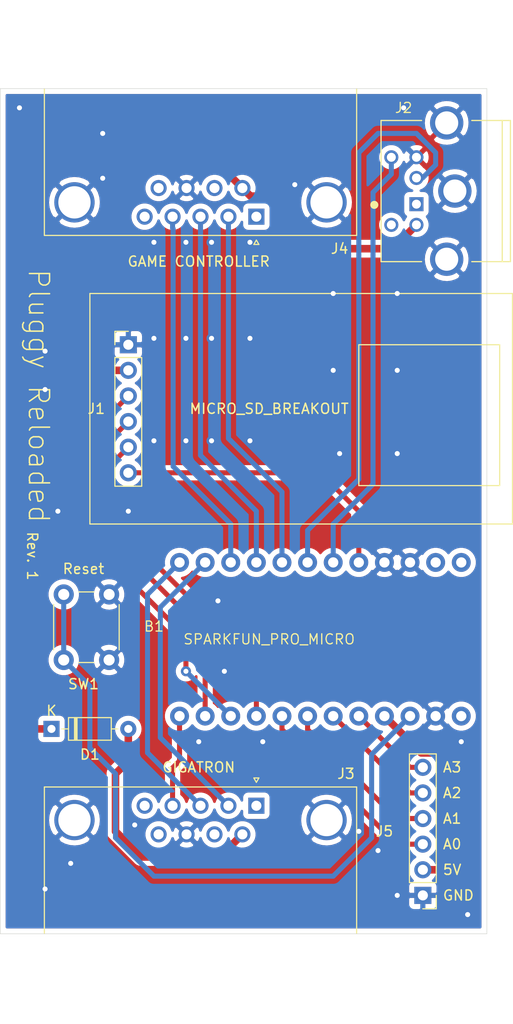
<source format=kicad_pcb>
(kicad_pcb (version 20171130) (host pcbnew 5.1.4)

  (general
    (thickness 1.6)
    (drawings 13)
    (tracks 146)
    (zones 0)
    (modules 8)
    (nets 21)
  )

  (page A4)
  (title_block
    (title "Pluggy Reloaded")
    (rev 1)
  )

  (layers
    (0 F.Cu signal)
    (31 B.Cu signal)
    (32 B.Adhes user)
    (33 F.Adhes user)
    (34 B.Paste user)
    (35 F.Paste user)
    (36 B.SilkS user)
    (37 F.SilkS user)
    (38 B.Mask user)
    (39 F.Mask user)
    (40 Dwgs.User user)
    (41 Cmts.User user)
    (42 Eco1.User user)
    (43 Eco2.User user)
    (44 Edge.Cuts user)
    (45 Margin user)
    (46 B.CrtYd user)
    (47 F.CrtYd user)
    (48 B.Fab user)
    (49 F.Fab user)
  )

  (setup
    (last_trace_width 0.5)
    (user_trace_width 0.75)
    (trace_clearance 0.2)
    (zone_clearance 0.508)
    (zone_45_only no)
    (trace_min 0.2)
    (via_size 1)
    (via_drill 0.5)
    (via_min_size 0.4)
    (via_min_drill 0.3)
    (uvia_size 0.3)
    (uvia_drill 0.1)
    (uvias_allowed no)
    (uvia_min_size 0.2)
    (uvia_min_drill 0.1)
    (edge_width 0.05)
    (segment_width 0.2)
    (pcb_text_width 0.3)
    (pcb_text_size 1.5 1.5)
    (mod_edge_width 0.12)
    (mod_text_size 1 1)
    (mod_text_width 0.15)
    (pad_size 1.524 1.524)
    (pad_drill 0.762)
    (pad_to_mask_clearance 0.051)
    (solder_mask_min_width 0.25)
    (aux_axis_origin 0 0)
    (visible_elements FFFFFF7F)
    (pcbplotparams
      (layerselection 0x010f0_ffffffff)
      (usegerberextensions true)
      (usegerberattributes false)
      (usegerberadvancedattributes false)
      (creategerberjobfile false)
      (excludeedgelayer true)
      (linewidth 0.100000)
      (plotframeref false)
      (viasonmask false)
      (mode 1)
      (useauxorigin false)
      (hpglpennumber 1)
      (hpglpenspeed 20)
      (hpglpendiameter 15.000000)
      (psnegative false)
      (psa4output false)
      (plotreference true)
      (plotvalue true)
      (plotinvisibletext false)
      (padsonsilk false)
      (subtractmaskfromsilk false)
      (outputformat 1)
      (mirror false)
      (drillshape 0)
      (scaleselection 1)
      (outputdirectory "PluggyReloadedRev1/"))
  )

  (net 0 "")
  (net 1 GND)
  (net 2 SPI_CS)
  (net 3 KB_CLOCK)
  (net 4 KB_DATA)
  (net 5 CONTROLLER_DATA)
  (net 6 CONTROLLER_LATCH)
  (net 7 CONTROLLER_PULSE)
  (net 8 GIGATRON_DATA)
  (net 9 GIGATRON_LATCH)
  (net 10 GIGATRON_PULSE)
  (net 11 SPI_MOSI)
  (net 12 SPI_MISO)
  (net 13 SPI_SCK)
  (net 14 VCC)
  (net 15 "Net-(D1-Pad2)")
  (net 16 MISC_0)
  (net 17 MISC_1)
  (net 18 MISC_2)
  (net 19 MISC_3)
  (net 20 RESET)

  (net_class Default "This is the default net class."
    (clearance 0.2)
    (trace_width 0.5)
    (via_dia 1)
    (via_drill 0.5)
    (uvia_dia 0.3)
    (uvia_drill 0.1)
    (add_net CONTROLLER_DATA)
    (add_net CONTROLLER_LATCH)
    (add_net CONTROLLER_PULSE)
    (add_net GIGATRON_DATA)
    (add_net GIGATRON_LATCH)
    (add_net GIGATRON_PULSE)
    (add_net GND)
    (add_net KB_CLOCK)
    (add_net KB_DATA)
    (add_net MISC_0)
    (add_net MISC_1)
    (add_net MISC_2)
    (add_net MISC_3)
    (add_net "Net-(D1-Pad2)")
    (add_net RESET)
    (add_net SPI_CS)
    (add_net SPI_MISO)
    (add_net SPI_MOSI)
    (add_net SPI_SCK)
    (add_net VCC)
  )

  (module Connector_PinHeader_2.54mm:PinHeader_1x06_P2.54mm_Vertical (layer F.Cu) (tedit 5DC9983C) (tstamp 5DC8E511)
    (at 177.8 96.52 180)
    (descr "Through hole straight pin header, 1x06, 2.54mm pitch, single row")
    (tags "Through hole pin header THT 1x06 2.54mm single row")
    (path /5DC60CDE)
    (fp_text reference J1 (at 3.175 6.35 180) (layer F.SilkS)
      (effects (font (size 1 1) (thickness 0.15)))
    )
    (fp_text value MICRO_SD_BREAKOUT (at -2.54 15.03 180) (layer F.Fab)
      (effects (font (size 1 1) (thickness 0.15)))
    )
    (fp_line (start 0.635 13.97) (end -1.27 13.97) (layer F.Fab) (width 0.1))
    (fp_line (start -1.27 13.97) (end -1.27 -1.27) (layer F.Fab) (width 0.1))
    (fp_line (start -1.27 -1.27) (end 1.27 -1.27) (layer F.Fab) (width 0.1))
    (fp_line (start 1.27 -1.27) (end 1.27 13.335) (layer F.Fab) (width 0.1))
    (fp_line (start 1.27 13.335) (end 0.635 13.97) (layer F.Fab) (width 0.1))
    (fp_line (start 1.33 -1.33) (end -1.33 -1.33) (layer F.SilkS) (width 0.12))
    (fp_line (start 1.33 11.43) (end 1.33 -1.33) (layer F.SilkS) (width 0.12))
    (fp_line (start -1.33 11.43) (end -1.33 -1.33) (layer F.SilkS) (width 0.12))
    (fp_line (start 1.33 11.43) (end -1.33 11.43) (layer F.SilkS) (width 0.12))
    (fp_line (start 1.33 12.7) (end 1.33 14.03) (layer F.SilkS) (width 0.12))
    (fp_line (start 1.33 14.03) (end 0 14.03) (layer F.SilkS) (width 0.12))
    (fp_line (start 1.8 14.5) (end 1.8 -1.8) (layer F.CrtYd) (width 0.05))
    (fp_line (start 1.8 -1.8) (end -1.8 -1.8) (layer F.CrtYd) (width 0.05))
    (fp_line (start -1.8 -1.8) (end -1.8 14.5) (layer F.CrtYd) (width 0.05))
    (fp_line (start -1.8 14.5) (end 1.8 14.5) (layer F.CrtYd) (width 0.05))
    (fp_text user %R (at 0 6.35 90) (layer F.Fab)
      (effects (font (size 1 1) (thickness 0.15)))
    )
    (fp_line (start 3.81 -5.08) (end 3.81 17.78) (layer F.SilkS) (width 0.12))
    (fp_line (start 3.81 17.78) (end -38.1 17.78) (layer F.SilkS) (width 0.12))
    (fp_line (start -38.1 17.78) (end -38.1 -5.08) (layer F.SilkS) (width 0.12))
    (fp_line (start -38.1 -5.08) (end 3.81 -5.08) (layer F.SilkS) (width 0.12))
    (fp_line (start -36.83 -1.27) (end -36.83 12.7) (layer F.SilkS) (width 0.12))
    (fp_line (start -36.83 12.7) (end -22.86 12.7) (layer F.SilkS) (width 0.12))
    (fp_line (start -22.86 12.7) (end -22.86 -1.27) (layer F.SilkS) (width 0.12))
    (fp_line (start -22.86 -1.27) (end -36.83 -1.27) (layer F.SilkS) (width 0.12))
    (fp_text user MICRO_SD_BREAKOUT (at -13.97 6.35) (layer F.SilkS)
      (effects (font (size 1 1) (thickness 0.15)))
    )
    (pad 1 thru_hole rect (at 0 12.7) (size 1.7 1.7) (drill 1) (layers *.Cu *.Mask)
      (net 1 GND))
    (pad 2 thru_hole oval (at 0 10.16) (size 1.7 1.7) (drill 1) (layers *.Cu *.Mask)
      (net 14 VCC))
    (pad 3 thru_hole oval (at 0 7.62) (size 1.7 1.7) (drill 1) (layers *.Cu *.Mask)
      (net 12 SPI_MISO))
    (pad 4 thru_hole oval (at 0 5.08) (size 1.7 1.7) (drill 1) (layers *.Cu *.Mask)
      (net 11 SPI_MOSI))
    (pad 5 thru_hole oval (at 0 2.54) (size 1.7 1.7) (drill 1) (layers *.Cu *.Mask)
      (net 13 SPI_SCK))
    (pad 6 thru_hole oval (at 0 0) (size 1.7 1.7) (drill 1) (layers *.Cu *.Mask)
      (net 2 SPI_CS))
    (model ${KISYS3DMOD}/Connector_PinHeader_2.54mm.3dshapes/PinHeader_1x06_P2.54mm_Vertical.wrl
      (at (xyz 0 0 0))
      (scale (xyz 1 1 1))
      (rotate (xyz 0 0 0))
    )
    (model "/home/paul/kicad/libraries/3D/Product_TF Micro SD Card Memory Modul Arduino.stp"
      (offset (xyz -38.5 -6.5 3.5))
      (scale (xyz 1 1 1))
      (rotate (xyz 0 0 90))
    )
  )

  (module Button_Switch_THT:SW_PUSH_6mm_H5mm (layer F.Cu) (tedit 5A02FE31) (tstamp 5DC6772C)
    (at 175.895 108.585 270)
    (descr "tactile push button, 6x6mm e.g. PHAP33xx series, height=5mm")
    (tags "tact sw push 6mm")
    (path /5DC8EA0F)
    (fp_text reference SW1 (at 8.89 2.54 180) (layer F.SilkS)
      (effects (font (size 1 1) (thickness 0.15)))
    )
    (fp_text value RESET (at 3.75 6.7 90) (layer F.Fab)
      (effects (font (size 1 1) (thickness 0.15)))
    )
    (fp_text user %R (at 3.25 2.25 90) (layer F.Fab)
      (effects (font (size 1 1) (thickness 0.15)))
    )
    (fp_line (start 3.25 -0.75) (end 6.25 -0.75) (layer F.Fab) (width 0.1))
    (fp_line (start 6.25 -0.75) (end 6.25 5.25) (layer F.Fab) (width 0.1))
    (fp_line (start 6.25 5.25) (end 0.25 5.25) (layer F.Fab) (width 0.1))
    (fp_line (start 0.25 5.25) (end 0.25 -0.75) (layer F.Fab) (width 0.1))
    (fp_line (start 0.25 -0.75) (end 3.25 -0.75) (layer F.Fab) (width 0.1))
    (fp_line (start 7.75 6) (end 8 6) (layer F.CrtYd) (width 0.05))
    (fp_line (start 8 6) (end 8 5.75) (layer F.CrtYd) (width 0.05))
    (fp_line (start 7.75 -1.5) (end 8 -1.5) (layer F.CrtYd) (width 0.05))
    (fp_line (start 8 -1.5) (end 8 -1.25) (layer F.CrtYd) (width 0.05))
    (fp_line (start -1.5 -1.25) (end -1.5 -1.5) (layer F.CrtYd) (width 0.05))
    (fp_line (start -1.5 -1.5) (end -1.25 -1.5) (layer F.CrtYd) (width 0.05))
    (fp_line (start -1.5 5.75) (end -1.5 6) (layer F.CrtYd) (width 0.05))
    (fp_line (start -1.5 6) (end -1.25 6) (layer F.CrtYd) (width 0.05))
    (fp_line (start -1.25 -1.5) (end 7.75 -1.5) (layer F.CrtYd) (width 0.05))
    (fp_line (start -1.5 5.75) (end -1.5 -1.25) (layer F.CrtYd) (width 0.05))
    (fp_line (start 7.75 6) (end -1.25 6) (layer F.CrtYd) (width 0.05))
    (fp_line (start 8 -1.25) (end 8 5.75) (layer F.CrtYd) (width 0.05))
    (fp_line (start 1 5.5) (end 5.5 5.5) (layer F.SilkS) (width 0.12))
    (fp_line (start -0.25 1.5) (end -0.25 3) (layer F.SilkS) (width 0.12))
    (fp_line (start 5.5 -1) (end 1 -1) (layer F.SilkS) (width 0.12))
    (fp_line (start 6.75 3) (end 6.75 1.5) (layer F.SilkS) (width 0.12))
    (fp_circle (center 3.25 2.25) (end 1.25 2.5) (layer F.Fab) (width 0.1))
    (pad 2 thru_hole circle (at 0 4.5) (size 2 2) (drill 1.1) (layers *.Cu *.Mask)
      (net 20 RESET))
    (pad 1 thru_hole circle (at 0 0) (size 2 2) (drill 1.1) (layers *.Cu *.Mask)
      (net 1 GND))
    (pad 2 thru_hole circle (at 6.5 4.5) (size 2 2) (drill 1.1) (layers *.Cu *.Mask)
      (net 20 RESET))
    (pad 1 thru_hole circle (at 6.5 0) (size 2 2) (drill 1.1) (layers *.Cu *.Mask)
      (net 1 GND))
    (model ${KISYS3DMOD}/Button_Switch_THT.3dshapes/SW_PUSH_6mm_H5mm.wrl
      (at (xyz 0 0 0))
      (scale (xyz 1 1 1))
      (rotate (xyz 0 0 0))
    )
  )

  (module Connector_Dsub:DSUB-9_Male_Horizontal_P2.77x2.84mm_EdgePinOffset9.90mm_Housed_MountingHolesOffset11.32mm (layer F.Cu) (tedit 59FEDEE2) (tstamp 5DC8F008)
    (at 190.5 71.12 180)
    (descr "9-pin D-Sub connector, horizontal/angled (90 deg), THT-mount, male, pitch 2.77x2.84mm, pin-PCB-offset 9.9mm, distance of mounting holes 25mm, distance of mounting holes to PCB edge 11.32mm, see https://disti-assets.s3.amazonaws.com/tonar/files/datasheets/16730.pdf")
    (tags "9-pin D-Sub connector horizontal angled 90deg THT male pitch 2.77x2.84mm pin-PCB-offset 9.9mm mounting-holes-distance 25mm mounting-hole-offset 25mm")
    (path /5DB595C8)
    (fp_text reference J4 (at -8.255 -3.175) (layer F.SilkS)
      (effects (font (size 1 1) (thickness 0.15)))
    )
    (fp_text value GAME_CONTROLLER (at 5.54 20.64) (layer F.Fab)
      (effects (font (size 1 1) (thickness 0.15)))
    )
    (fp_arc (start -6.96 1.42) (end -8.56 1.42) (angle 180) (layer F.Fab) (width 0.1))
    (fp_arc (start 18.04 1.42) (end 16.44 1.42) (angle 180) (layer F.Fab) (width 0.1))
    (fp_line (start -9.885 -1.8) (end -9.885 12.74) (layer F.Fab) (width 0.1))
    (fp_line (start -9.885 12.74) (end 20.965 12.74) (layer F.Fab) (width 0.1))
    (fp_line (start 20.965 12.74) (end 20.965 -1.8) (layer F.Fab) (width 0.1))
    (fp_line (start 20.965 -1.8) (end -9.885 -1.8) (layer F.Fab) (width 0.1))
    (fp_line (start -9.885 12.74) (end -9.885 13.14) (layer F.Fab) (width 0.1))
    (fp_line (start -9.885 13.14) (end 20.965 13.14) (layer F.Fab) (width 0.1))
    (fp_line (start 20.965 13.14) (end 20.965 12.74) (layer F.Fab) (width 0.1))
    (fp_line (start 20.965 12.74) (end -9.885 12.74) (layer F.Fab) (width 0.1))
    (fp_line (start -2.61 13.14) (end -2.61 19.14) (layer F.Fab) (width 0.1))
    (fp_line (start -2.61 19.14) (end 13.69 19.14) (layer F.Fab) (width 0.1))
    (fp_line (start 13.69 19.14) (end 13.69 13.14) (layer F.Fab) (width 0.1))
    (fp_line (start 13.69 13.14) (end -2.61 13.14) (layer F.Fab) (width 0.1))
    (fp_line (start -9.46 13.14) (end -9.46 18.14) (layer F.Fab) (width 0.1))
    (fp_line (start -9.46 18.14) (end -4.46 18.14) (layer F.Fab) (width 0.1))
    (fp_line (start -4.46 18.14) (end -4.46 13.14) (layer F.Fab) (width 0.1))
    (fp_line (start -4.46 13.14) (end -9.46 13.14) (layer F.Fab) (width 0.1))
    (fp_line (start 15.54 13.14) (end 15.54 18.14) (layer F.Fab) (width 0.1))
    (fp_line (start 15.54 18.14) (end 20.54 18.14) (layer F.Fab) (width 0.1))
    (fp_line (start 20.54 18.14) (end 20.54 13.14) (layer F.Fab) (width 0.1))
    (fp_line (start 20.54 13.14) (end 15.54 13.14) (layer F.Fab) (width 0.1))
    (fp_line (start -8.56 12.74) (end -8.56 1.42) (layer F.Fab) (width 0.1))
    (fp_line (start -5.36 12.74) (end -5.36 1.42) (layer F.Fab) (width 0.1))
    (fp_line (start 16.44 12.74) (end 16.44 1.42) (layer F.Fab) (width 0.1))
    (fp_line (start 19.64 12.74) (end 19.64 1.42) (layer F.Fab) (width 0.1))
    (fp_line (start -9.945 12.68) (end -9.945 -1.86) (layer F.SilkS) (width 0.12))
    (fp_line (start -9.945 -1.86) (end 21.025 -1.86) (layer F.SilkS) (width 0.12))
    (fp_line (start 21.025 -1.86) (end 21.025 12.68) (layer F.SilkS) (width 0.12))
    (fp_line (start -0.25 -2.754338) (end 0.25 -2.754338) (layer F.SilkS) (width 0.12))
    (fp_line (start 0.25 -2.754338) (end 0 -2.321325) (layer F.SilkS) (width 0.12))
    (fp_line (start 0 -2.321325) (end -0.25 -2.754338) (layer F.SilkS) (width 0.12))
    (fp_line (start -10.4 -2.35) (end -10.4 19.65) (layer F.CrtYd) (width 0.05))
    (fp_line (start -10.4 19.65) (end 21.5 19.65) (layer F.CrtYd) (width 0.05))
    (fp_line (start 21.5 19.65) (end 21.5 -2.35) (layer F.CrtYd) (width 0.05))
    (fp_line (start 21.5 -2.35) (end -10.4 -2.35) (layer F.CrtYd) (width 0.05))
    (fp_text user %R (at 5.54 16.14) (layer F.Fab)
      (effects (font (size 1 1) (thickness 0.15)))
    )
    (fp_text user "GAME CONTROLLER" (at 5.715 -4.445 180) (layer F.SilkS)
      (effects (font (size 1 1) (thickness 0.15)))
    )
    (pad 1 thru_hole rect (at 0 0 180) (size 1.6 1.6) (drill 1) (layers *.Cu *.Mask))
    (pad 2 thru_hole circle (at 2.77 0 180) (size 1.6 1.6) (drill 1) (layers *.Cu *.Mask)
      (net 5 CONTROLLER_DATA))
    (pad 3 thru_hole circle (at 5.54 0 180) (size 1.6 1.6) (drill 1) (layers *.Cu *.Mask)
      (net 6 CONTROLLER_LATCH))
    (pad 4 thru_hole circle (at 8.31 0 180) (size 1.6 1.6) (drill 1) (layers *.Cu *.Mask)
      (net 7 CONTROLLER_PULSE))
    (pad 5 thru_hole circle (at 11.08 0 180) (size 1.6 1.6) (drill 1) (layers *.Cu *.Mask))
    (pad 6 thru_hole circle (at 1.385 2.84 180) (size 1.6 1.6) (drill 1) (layers *.Cu *.Mask)
      (net 14 VCC))
    (pad 7 thru_hole circle (at 4.155 2.84 180) (size 1.6 1.6) (drill 1) (layers *.Cu *.Mask))
    (pad 8 thru_hole circle (at 6.925 2.84 180) (size 1.6 1.6) (drill 1) (layers *.Cu *.Mask)
      (net 1 GND))
    (pad 9 thru_hole circle (at 9.695 2.84 180) (size 1.6 1.6) (drill 1) (layers *.Cu *.Mask))
    (pad 0 thru_hole circle (at -6.96 1.42 180) (size 4 4) (drill 3.2) (layers *.Cu *.Mask)
      (net 1 GND))
    (pad 0 thru_hole circle (at 18.04 1.42 180) (size 4 4) (drill 3.2) (layers *.Cu *.Mask)
      (net 1 GND))
    (model ${KISYS3DMOD}/Connector_Dsub.3dshapes/DSUB-9_Male_Horizontal_P2.77x2.84mm_EdgePinOffset9.90mm_Housed_MountingHolesOffset11.32mm.wrl
      (at (xyz 0 0 0))
      (scale (xyz 1 1 1))
      (rotate (xyz 0 0 0))
    )
    (model ${KISYS3DMOD}/Connector_Dsub.3dshapes/DSUB-9_Male_Horizontal_P2.77x2.84mm_EdgePinOffset9.90mm_Housed_MountingHolesOffset11.32mm.step
      (at (xyz 0 0 0))
      (scale (xyz 1 1 1))
      (rotate (xyz 0 0 0))
    )
  )

  (module Boards:SPARKFUN_PRO_MICRO (layer F.Cu) (tedit 200000) (tstamp 5DC6665F)
    (at 198.12 113.03 270)
    (descr "SPARKFUN PRO MICO FOOTPRINT (WITH USB CONNECTOR)")
    (tags "SPARKFUN PRO MICO FOOTPRINT (WITH USB CONNECTOR)")
    (path /5DB47886)
    (attr virtual)
    (fp_text reference B1 (at -1.27 17.78 180) (layer F.SilkS)
      (effects (font (size 1 1) (thickness 0.127)))
    )
    (fp_text value SPARKFUN_PRO_MICRO (at 0 6.35 180) (layer F.SilkS)
      (effects (font (size 1 1) (thickness 0.127)))
    )
    (fp_line (start -8.89 -16.51) (end -8.89 16.51) (layer Dwgs.User) (width 0.127))
    (fp_line (start -8.89 16.51) (end 8.89 16.51) (layer Dwgs.User) (width 0.127))
    (fp_line (start 8.89 16.51) (end 8.89 -16.51) (layer Dwgs.User) (width 0.127))
    (fp_line (start 8.89 -16.51) (end -8.89 -16.51) (layer Dwgs.User) (width 0.127))
    (fp_line (start -3.81 -16.51) (end -3.81 -17.78) (layer Dwgs.User) (width 0.127))
    (fp_line (start -3.81 -17.78) (end 3.81 -17.78) (layer Dwgs.User) (width 0.127))
    (fp_line (start 3.81 -17.78) (end 3.81 -16.51) (layer Dwgs.User) (width 0.127))
    (fp_text user USB (at -0.0508 -16.9164 90) (layer Dwgs.User)
      (effects (font (size 0.8128 0.8128) (thickness 0.1524)))
    )
    (pad 1 thru_hole circle (at -7.62 -12.7 270) (size 1.8796 1.8796) (drill 1.016) (layers *.Cu *.Mask)
      (solder_mask_margin 0.1016))
    (pad 2 thru_hole circle (at -7.62 -10.16 270) (size 1.8796 1.8796) (drill 1.016) (layers *.Cu *.Mask)
      (solder_mask_margin 0.1016))
    (pad 3 thru_hole circle (at -7.62 -7.62 270) (size 1.8796 1.8796) (drill 1.016) (layers *.Cu *.Mask)
      (net 1 GND) (solder_mask_margin 0.1016))
    (pad 4 thru_hole circle (at -7.62 -5.08 270) (size 1.8796 1.8796) (drill 1.016) (layers *.Cu *.Mask)
      (net 1 GND) (solder_mask_margin 0.1016))
    (pad 5 thru_hole circle (at -7.62 -2.54 270) (size 1.8796 1.8796) (drill 1.016) (layers *.Cu *.Mask)
      (net 2 SPI_CS) (solder_mask_margin 0.1016))
    (pad 6 thru_hole circle (at -7.62 0 270) (size 1.8796 1.8796) (drill 1.016) (layers *.Cu *.Mask)
      (net 3 KB_CLOCK) (solder_mask_margin 0.1016))
    (pad 7 thru_hole circle (at -7.62 2.54 270) (size 1.8796 1.8796) (drill 1.016) (layers *.Cu *.Mask)
      (net 4 KB_DATA) (solder_mask_margin 0.1016))
    (pad 8 thru_hole circle (at -7.62 5.08 270) (size 1.8796 1.8796) (drill 1.016) (layers *.Cu *.Mask)
      (net 5 CONTROLLER_DATA) (solder_mask_margin 0.1016))
    (pad 9 thru_hole circle (at -7.62 7.62 270) (size 1.8796 1.8796) (drill 1.016) (layers *.Cu *.Mask)
      (net 6 CONTROLLER_LATCH) (solder_mask_margin 0.1016))
    (pad 10 thru_hole circle (at -7.62 10.16 270) (size 1.8796 1.8796) (drill 1.016) (layers *.Cu *.Mask)
      (net 7 CONTROLLER_PULSE) (solder_mask_margin 0.1016))
    (pad 11 thru_hole circle (at -7.62 12.7 270) (size 1.8796 1.8796) (drill 1.016) (layers *.Cu *.Mask)
      (net 8 GIGATRON_DATA) (solder_mask_margin 0.1016))
    (pad 12 thru_hole circle (at -7.62 15.24 270) (size 1.8796 1.8796) (drill 1.016) (layers *.Cu *.Mask)
      (net 9 GIGATRON_LATCH) (solder_mask_margin 0.1016))
    (pad 13 thru_hole circle (at 7.62 15.24 270) (size 1.8796 1.8796) (drill 1.016) (layers *.Cu *.Mask)
      (net 10 GIGATRON_PULSE) (solder_mask_margin 0.1016))
    (pad 14 thru_hole circle (at 7.62 12.7 270) (size 1.8796 1.8796) (drill 1.016) (layers *.Cu *.Mask)
      (net 11 SPI_MOSI) (solder_mask_margin 0.1016))
    (pad 15 thru_hole circle (at 7.62 10.16 270) (size 1.8796 1.8796) (drill 1.016) (layers *.Cu *.Mask)
      (net 12 SPI_MISO) (solder_mask_margin 0.1016))
    (pad 16 thru_hole circle (at 7.62 7.62 270) (size 1.8796 1.8796) (drill 1.016) (layers *.Cu *.Mask)
      (net 13 SPI_SCK) (solder_mask_margin 0.1016))
    (pad 17 thru_hole circle (at 7.62 5.08 270) (size 1.8796 1.8796) (drill 1.016) (layers *.Cu *.Mask)
      (net 16 MISC_0) (solder_mask_margin 0.1016))
    (pad 18 thru_hole circle (at 7.62 2.54 270) (size 1.8796 1.8796) (drill 1.016) (layers *.Cu *.Mask)
      (net 17 MISC_1) (solder_mask_margin 0.1016))
    (pad 19 thru_hole circle (at 7.62 0 270) (size 1.8796 1.8796) (drill 1.016) (layers *.Cu *.Mask)
      (net 18 MISC_2) (solder_mask_margin 0.1016))
    (pad 20 thru_hole circle (at 7.62 -2.54 270) (size 1.8796 1.8796) (drill 1.016) (layers *.Cu *.Mask)
      (net 19 MISC_3) (solder_mask_margin 0.1016))
    (pad 21 thru_hole circle (at 7.62 -5.08 270) (size 1.8796 1.8796) (drill 1.016) (layers *.Cu *.Mask)
      (net 14 VCC) (solder_mask_margin 0.1016))
    (pad 22 thru_hole circle (at 7.62 -7.62 270) (size 1.8796 1.8796) (drill 1.016) (layers *.Cu *.Mask)
      (net 20 RESET) (solder_mask_margin 0.1016))
    (pad 23 thru_hole circle (at 7.62 -10.16 270) (size 1.8796 1.8796) (drill 1.016) (layers *.Cu *.Mask)
      (net 1 GND) (solder_mask_margin 0.1016))
    (pad 24 thru_hole circle (at 7.62 -12.7 270) (size 1.8796 1.8796) (drill 1.016) (layers *.Cu *.Mask)
      (solder_mask_margin 0.1016))
    (model "/home/paul/kicad/libraries/3D/ARDUINO PRO MICRO.STEP"
      (offset (xyz -7.5 12.5 4.5))
      (scale (xyz 1 1 1))
      (rotate (xyz -90 0 90))
    )
  )

  (module Diode_THT:D_DO-35_SOD27_P7.62mm_Horizontal (layer F.Cu) (tedit 5AE50CD5) (tstamp 5DC677C5)
    (at 170.18 121.92)
    (descr "Diode, DO-35_SOD27 series, Axial, Horizontal, pin pitch=7.62mm, , length*diameter=4*2mm^2, , http://www.diodes.com/_files/packages/DO-35.pdf")
    (tags "Diode DO-35_SOD27 series Axial Horizontal pin pitch 7.62mm  length 4mm diameter 2mm")
    (path /5DBAD20F)
    (fp_text reference D1 (at 3.81 2.54) (layer F.SilkS)
      (effects (font (size 1 1) (thickness 0.15)))
    )
    (fp_text value D (at 3.81 2.12) (layer F.Fab)
      (effects (font (size 1 1) (thickness 0.15)))
    )
    (fp_line (start 1.81 -1) (end 1.81 1) (layer F.Fab) (width 0.1))
    (fp_line (start 1.81 1) (end 5.81 1) (layer F.Fab) (width 0.1))
    (fp_line (start 5.81 1) (end 5.81 -1) (layer F.Fab) (width 0.1))
    (fp_line (start 5.81 -1) (end 1.81 -1) (layer F.Fab) (width 0.1))
    (fp_line (start 0 0) (end 1.81 0) (layer F.Fab) (width 0.1))
    (fp_line (start 7.62 0) (end 5.81 0) (layer F.Fab) (width 0.1))
    (fp_line (start 2.41 -1) (end 2.41 1) (layer F.Fab) (width 0.1))
    (fp_line (start 2.51 -1) (end 2.51 1) (layer F.Fab) (width 0.1))
    (fp_line (start 2.31 -1) (end 2.31 1) (layer F.Fab) (width 0.1))
    (fp_line (start 1.69 -1.12) (end 1.69 1.12) (layer F.SilkS) (width 0.12))
    (fp_line (start 1.69 1.12) (end 5.93 1.12) (layer F.SilkS) (width 0.12))
    (fp_line (start 5.93 1.12) (end 5.93 -1.12) (layer F.SilkS) (width 0.12))
    (fp_line (start 5.93 -1.12) (end 1.69 -1.12) (layer F.SilkS) (width 0.12))
    (fp_line (start 1.04 0) (end 1.69 0) (layer F.SilkS) (width 0.12))
    (fp_line (start 6.58 0) (end 5.93 0) (layer F.SilkS) (width 0.12))
    (fp_line (start 2.41 -1.12) (end 2.41 1.12) (layer F.SilkS) (width 0.12))
    (fp_line (start 2.53 -1.12) (end 2.53 1.12) (layer F.SilkS) (width 0.12))
    (fp_line (start 2.29 -1.12) (end 2.29 1.12) (layer F.SilkS) (width 0.12))
    (fp_line (start -1.05 -1.25) (end -1.05 1.25) (layer F.CrtYd) (width 0.05))
    (fp_line (start -1.05 1.25) (end 8.67 1.25) (layer F.CrtYd) (width 0.05))
    (fp_line (start 8.67 1.25) (end 8.67 -1.25) (layer F.CrtYd) (width 0.05))
    (fp_line (start 8.67 -1.25) (end -1.05 -1.25) (layer F.CrtYd) (width 0.05))
    (fp_text user %R (at 4.11 0) (layer F.Fab)
      (effects (font (size 0.8 0.8) (thickness 0.12)))
    )
    (fp_text user K (at 0 -1.8) (layer F.Fab)
      (effects (font (size 1 1) (thickness 0.15)))
    )
    (fp_text user K (at 0 -1.8) (layer F.SilkS)
      (effects (font (size 1 1) (thickness 0.15)))
    )
    (pad 1 thru_hole rect (at 0 0) (size 1.6 1.6) (drill 0.8) (layers *.Cu *.Mask)
      (net 14 VCC))
    (pad 2 thru_hole oval (at 7.62 0) (size 1.6 1.6) (drill 0.8) (layers *.Cu *.Mask)
      (net 15 "Net-(D1-Pad2)"))
    (model ${KISYS3DMOD}/Diode_THT.3dshapes/D_DO-35_SOD27_P7.62mm_Horizontal.wrl
      (at (xyz 0 0 0))
      (scale (xyz 1 1 1))
      (rotate (xyz 0 0 0))
    )
  )

  (module Connector_PinHeader_2.54mm:PinHeader_1x06_P2.54mm_Vertical (layer F.Cu) (tedit 59FED5CC) (tstamp 5DC8ABD2)
    (at 207.01 138.43 180)
    (descr "Through hole straight pin header, 1x06, 2.54mm pitch, single row")
    (tags "Through hole pin header THT 1x06 2.54mm single row")
    (path /5DCBAAAC)
    (fp_text reference J5 (at 3.81 6.35) (layer F.SilkS)
      (effects (font (size 1 1) (thickness 0.15)))
    )
    (fp_text value MISC_HEADER (at 0 15.03) (layer F.Fab)
      (effects (font (size 1 1) (thickness 0.15)))
    )
    (fp_line (start -0.635 -1.27) (end 1.27 -1.27) (layer F.Fab) (width 0.1))
    (fp_line (start 1.27 -1.27) (end 1.27 13.97) (layer F.Fab) (width 0.1))
    (fp_line (start 1.27 13.97) (end -1.27 13.97) (layer F.Fab) (width 0.1))
    (fp_line (start -1.27 13.97) (end -1.27 -0.635) (layer F.Fab) (width 0.1))
    (fp_line (start -1.27 -0.635) (end -0.635 -1.27) (layer F.Fab) (width 0.1))
    (fp_line (start -1.33 14.03) (end 1.33 14.03) (layer F.SilkS) (width 0.12))
    (fp_line (start -1.33 1.27) (end -1.33 14.03) (layer F.SilkS) (width 0.12))
    (fp_line (start 1.33 1.27) (end 1.33 14.03) (layer F.SilkS) (width 0.12))
    (fp_line (start -1.33 1.27) (end 1.33 1.27) (layer F.SilkS) (width 0.12))
    (fp_line (start -1.33 0) (end -1.33 -1.33) (layer F.SilkS) (width 0.12))
    (fp_line (start -1.33 -1.33) (end 0 -1.33) (layer F.SilkS) (width 0.12))
    (fp_line (start -1.8 -1.8) (end -1.8 14.5) (layer F.CrtYd) (width 0.05))
    (fp_line (start -1.8 14.5) (end 1.8 14.5) (layer F.CrtYd) (width 0.05))
    (fp_line (start 1.8 14.5) (end 1.8 -1.8) (layer F.CrtYd) (width 0.05))
    (fp_line (start 1.8 -1.8) (end -1.8 -1.8) (layer F.CrtYd) (width 0.05))
    (fp_text user %R (at 0 6.35 90) (layer F.Fab)
      (effects (font (size 1 1) (thickness 0.15)))
    )
    (pad 1 thru_hole rect (at 0 0 180) (size 1.7 1.7) (drill 1) (layers *.Cu *.Mask)
      (net 1 GND))
    (pad 2 thru_hole oval (at 0 2.54 180) (size 1.7 1.7) (drill 1) (layers *.Cu *.Mask)
      (net 14 VCC))
    (pad 3 thru_hole oval (at 0 5.08 180) (size 1.7 1.7) (drill 1) (layers *.Cu *.Mask)
      (net 16 MISC_0))
    (pad 4 thru_hole oval (at 0 7.62 180) (size 1.7 1.7) (drill 1) (layers *.Cu *.Mask)
      (net 17 MISC_1))
    (pad 5 thru_hole oval (at 0 10.16 180) (size 1.7 1.7) (drill 1) (layers *.Cu *.Mask)
      (net 18 MISC_2))
    (pad 6 thru_hole oval (at 0 12.7 180) (size 1.7 1.7) (drill 1) (layers *.Cu *.Mask)
      (net 19 MISC_3))
    (model ${KISYS3DMOD}/Connector_PinHeader_2.54mm.3dshapes/PinHeader_1x06_P2.54mm_Vertical.wrl
      (at (xyz 0 0 0))
      (scale (xyz 1 1 1))
      (rotate (xyz 0 0 0))
    )
  )

  (module 5749180-1:TE_5749180-1 (layer F.Cu) (tedit 0) (tstamp 5DC8A960)
    (at 210.185 68.58 90)
    (path /5DCC700F)
    (fp_text reference J2 (at 8.255 -5.08 180) (layer F.SilkS)
      (effects (font (size 1.00113 1.00113) (thickness 0.127)))
    )
    (fp_text value 5749180-1 (at 5.08 -8.89 90) (layer F.SilkS) hide
      (effects (font (size 1.00091 1.00091) (thickness 0.05)))
    )
    (fp_line (start 7 4.7) (end 7 5.51) (layer F.SilkS) (width 0.127))
    (fp_line (start 7 5.51) (end -7 5.51) (layer F.SilkS) (width 0.127))
    (fp_line (start -7 5.51) (end -7 4.7) (layer F.SilkS) (width 0.127))
    (fp_line (start -7 -7.32) (end 7 -7.32) (layer F.SilkS) (width 0.127))
    (fp_line (start 7 4.7) (end -7 4.7) (layer F.SilkS) (width 0.127))
    (fp_text user PCB~EDGE (at 3.32399 3.43209 90) (layer Edge.Cuts) hide
      (effects (font (size 1 1) (thickness 0.05)))
    )
    (fp_line (start 7 -7.32) (end 7 -3.3) (layer F.SilkS) (width 0.127))
    (fp_line (start 7 1.68) (end 7 4.7) (layer F.SilkS) (width 0.127))
    (fp_line (start -7 -3.3) (end -7 -7.32) (layer F.SilkS) (width 0.127))
    (fp_line (start -7 4.7) (end -7 1.68) (layer F.SilkS) (width 0.127))
    (fp_line (start 7 4.7) (end 7 5.51) (layer Eco2.User) (width 0.127))
    (fp_line (start 7 5.51) (end -7 5.51) (layer Eco2.User) (width 0.127))
    (fp_line (start -7 5.51) (end -7 4.7) (layer Eco2.User) (width 0.127))
    (fp_line (start -7 -7.32) (end 7 -7.32) (layer Eco2.User) (width 0.127))
    (fp_line (start 7 4.7) (end -7 4.7) (layer Eco2.User) (width 0.127))
    (fp_line (start 7 -7.32) (end 7 4.7) (layer Eco2.User) (width 0.127))
    (fp_line (start -7 4.7) (end -7 -7.32) (layer Eco2.User) (width 0.127))
    (fp_line (start 7.25 -7.57) (end 7.25 -2.75) (layer Eco1.User) (width 0.05))
    (fp_line (start 7.25 -2.75) (end 8.75 -2.75) (layer Eco1.User) (width 0.05))
    (fp_line (start 8.75 -2.75) (end 8.75 1.25) (layer Eco1.User) (width 0.05))
    (fp_line (start 8.75 1.25) (end 7.25 1.25) (layer Eco1.User) (width 0.05))
    (fp_line (start 7.25 1.25) (end 7.25 5.75) (layer Eco1.User) (width 0.05))
    (fp_line (start 7.25 5.75) (end -7.25 5.75) (layer Eco1.User) (width 0.05))
    (fp_line (start -7.25 5.75) (end -7.25 1.25) (layer Eco1.User) (width 0.05))
    (fp_line (start -7.25 1.25) (end -8.75 1.25) (layer Eco1.User) (width 0.05))
    (fp_line (start -8.75 1.25) (end -8.75 -2.75) (layer Eco1.User) (width 0.05))
    (fp_line (start -8.75 -2.75) (end -7.25 -2.75) (layer Eco1.User) (width 0.05))
    (fp_line (start -7.25 -2.75) (end -7.25 -7.57) (layer Eco1.User) (width 0.05))
    (fp_line (start -7.25 -7.57) (end 7.25 -7.57) (layer Eco1.User) (width 0.05))
    (fp_circle (center -1.37 -7.99) (end -1.17 -7.99) (layer F.SilkS) (width 0.4))
    (pad S1 thru_hole circle (at 0 0 270) (size 3.306 3.306) (drill 2.29) (layers *.Cu *.Mask)
      (net 1 GND))
    (pad S2 thru_hole circle (at 6.76 -0.81 270) (size 3.306 3.306) (drill 2.29) (layers *.Cu *.Mask)
      (net 1 GND))
    (pad S3 thru_hole circle (at -6.76 -0.81 270) (size 3.306 3.306) (drill 2.29) (layers *.Cu *.Mask)
      (net 1 GND))
    (pad 1 thru_hole rect (at -1.3 -3.81 270) (size 1.398 1.398) (drill 0.89) (layers *.Cu *.Mask))
    (pad 2 thru_hole circle (at 1.3 -3.81 270) (size 1.398 1.398) (drill 0.89) (layers *.Cu *.Mask)
      (net 4 KB_DATA))
    (pad 3 thru_hole circle (at -3.35 -3.81 270) (size 1.398 1.398) (drill 0.89) (layers *.Cu *.Mask)
      (net 14 VCC))
    (pad 4 thru_hole circle (at 3.35 -3.81 270) (size 1.398 1.398) (drill 0.89) (layers *.Cu *.Mask)
      (net 1 GND))
    (pad 5 thru_hole circle (at -3.35 -6.3 270) (size 1.398 1.398) (drill 0.89) (layers *.Cu *.Mask))
    (pad 6 thru_hole circle (at 3.35 -6.3 270) (size 1.398 1.398) (drill 0.89) (layers *.Cu *.Mask)
      (net 3 KB_CLOCK))
    (model /home/paul/kicad/libraries/3D/Mini-DIN-6P.wrl
      (offset (xyz 0 -5 6.5))
      (scale (xyz 0.4 0.4 0.4))
      (rotate (xyz 0 0 -90))
    )
  )

  (module Connector_Dsub:DSUB-9_Female_Horizontal_P2.77x2.84mm_EdgePinOffset9.90mm_Housed_MountingHolesOffset11.32mm (layer F.Cu) (tedit 59FEDEE2) (tstamp 5DC8A98A)
    (at 190.5 129.54)
    (descr "9-pin D-Sub connector, horizontal/angled (90 deg), THT-mount, female, pitch 2.77x2.84mm, pin-PCB-offset 9.9mm, distance of mounting holes 25mm, distance of mounting holes to PCB edge 11.32mm, see https://disti-assets.s3.amazonaws.com/tonar/files/datasheets/16730.pdf")
    (tags "9-pin D-Sub connector horizontal angled 90deg THT female pitch 2.77x2.84mm pin-PCB-offset 9.9mm mounting-holes-distance 25mm mounting-hole-offset 25mm")
    (path /5DB6F3F1)
    (fp_text reference J3 (at 8.89 -3.175) (layer F.SilkS)
      (effects (font (size 1 1) (thickness 0.15)))
    )
    (fp_text value GIGATRON (at -5.54 20.81) (layer F.Fab)
      (effects (font (size 1 1) (thickness 0.15)))
    )
    (fp_arc (start -18.04 1.42) (end -19.64 1.42) (angle 180) (layer F.Fab) (width 0.1))
    (fp_arc (start 6.96 1.42) (end 5.36 1.42) (angle 180) (layer F.Fab) (width 0.1))
    (fp_line (start -20.965 -1.8) (end -20.965 12.74) (layer F.Fab) (width 0.1))
    (fp_line (start -20.965 12.74) (end 9.885 12.74) (layer F.Fab) (width 0.1))
    (fp_line (start 9.885 12.74) (end 9.885 -1.8) (layer F.Fab) (width 0.1))
    (fp_line (start 9.885 -1.8) (end -20.965 -1.8) (layer F.Fab) (width 0.1))
    (fp_line (start -20.965 12.74) (end -20.965 13.14) (layer F.Fab) (width 0.1))
    (fp_line (start -20.965 13.14) (end 9.885 13.14) (layer F.Fab) (width 0.1))
    (fp_line (start 9.885 13.14) (end 9.885 12.74) (layer F.Fab) (width 0.1))
    (fp_line (start 9.885 12.74) (end -20.965 12.74) (layer F.Fab) (width 0.1))
    (fp_line (start -13.69 13.14) (end -13.69 19.31) (layer F.Fab) (width 0.1))
    (fp_line (start -13.69 19.31) (end 2.61 19.31) (layer F.Fab) (width 0.1))
    (fp_line (start 2.61 19.31) (end 2.61 13.14) (layer F.Fab) (width 0.1))
    (fp_line (start 2.61 13.14) (end -13.69 13.14) (layer F.Fab) (width 0.1))
    (fp_line (start -20.54 13.14) (end -20.54 18.14) (layer F.Fab) (width 0.1))
    (fp_line (start -20.54 18.14) (end -15.54 18.14) (layer F.Fab) (width 0.1))
    (fp_line (start -15.54 18.14) (end -15.54 13.14) (layer F.Fab) (width 0.1))
    (fp_line (start -15.54 13.14) (end -20.54 13.14) (layer F.Fab) (width 0.1))
    (fp_line (start 4.46 13.14) (end 4.46 18.14) (layer F.Fab) (width 0.1))
    (fp_line (start 4.46 18.14) (end 9.46 18.14) (layer F.Fab) (width 0.1))
    (fp_line (start 9.46 18.14) (end 9.46 13.14) (layer F.Fab) (width 0.1))
    (fp_line (start 9.46 13.14) (end 4.46 13.14) (layer F.Fab) (width 0.1))
    (fp_line (start -19.64 12.74) (end -19.64 1.42) (layer F.Fab) (width 0.1))
    (fp_line (start -16.44 12.74) (end -16.44 1.42) (layer F.Fab) (width 0.1))
    (fp_line (start 5.36 12.74) (end 5.36 1.42) (layer F.Fab) (width 0.1))
    (fp_line (start 8.56 12.74) (end 8.56 1.42) (layer F.Fab) (width 0.1))
    (fp_line (start -21.025 12.68) (end -21.025 -1.86) (layer F.SilkS) (width 0.12))
    (fp_line (start -21.025 -1.86) (end 9.945 -1.86) (layer F.SilkS) (width 0.12))
    (fp_line (start 9.945 -1.86) (end 9.945 12.68) (layer F.SilkS) (width 0.12))
    (fp_line (start -0.25 -2.754338) (end 0.25 -2.754338) (layer F.SilkS) (width 0.12))
    (fp_line (start 0.25 -2.754338) (end 0 -2.321325) (layer F.SilkS) (width 0.12))
    (fp_line (start 0 -2.321325) (end -0.25 -2.754338) (layer F.SilkS) (width 0.12))
    (fp_line (start -21.5 -2.35) (end -21.5 19.85) (layer F.CrtYd) (width 0.05))
    (fp_line (start -21.5 19.85) (end 10.4 19.85) (layer F.CrtYd) (width 0.05))
    (fp_line (start 10.4 19.85) (end 10.4 -2.35) (layer F.CrtYd) (width 0.05))
    (fp_line (start 10.4 -2.35) (end -21.5 -2.35) (layer F.CrtYd) (width 0.05))
    (fp_text user %R (at -5.54 16.225) (layer F.Fab)
      (effects (font (size 1 1) (thickness 0.15)))
    )
    (fp_text user GIGATRON (at -5.715 -3.81) (layer F.SilkS)
      (effects (font (size 1 1) (thickness 0.15)))
    )
    (pad 1 thru_hole rect (at 0 0) (size 1.6 1.6) (drill 1) (layers *.Cu *.Mask))
    (pad 2 thru_hole circle (at -2.77 0) (size 1.6 1.6) (drill 1) (layers *.Cu *.Mask)
      (net 8 GIGATRON_DATA))
    (pad 3 thru_hole circle (at -5.54 0) (size 1.6 1.6) (drill 1) (layers *.Cu *.Mask)
      (net 9 GIGATRON_LATCH))
    (pad 4 thru_hole circle (at -8.31 0) (size 1.6 1.6) (drill 1) (layers *.Cu *.Mask)
      (net 10 GIGATRON_PULSE))
    (pad 5 thru_hole circle (at -11.08 0) (size 1.6 1.6) (drill 1) (layers *.Cu *.Mask))
    (pad 6 thru_hole circle (at -1.385 2.84) (size 1.6 1.6) (drill 1) (layers *.Cu *.Mask)
      (net 15 "Net-(D1-Pad2)"))
    (pad 7 thru_hole circle (at -4.155 2.84) (size 1.6 1.6) (drill 1) (layers *.Cu *.Mask))
    (pad 8 thru_hole circle (at -6.925 2.84) (size 1.6 1.6) (drill 1) (layers *.Cu *.Mask)
      (net 1 GND))
    (pad 9 thru_hole circle (at -9.695 2.84) (size 1.6 1.6) (drill 1) (layers *.Cu *.Mask))
    (pad 0 thru_hole circle (at -18.04 1.42) (size 4 4) (drill 3.2) (layers *.Cu *.Mask)
      (net 1 GND))
    (pad 0 thru_hole circle (at 6.96 1.42) (size 4 4) (drill 3.2) (layers *.Cu *.Mask)
      (net 1 GND))
    (model ${KISYS3DMOD}/Connector_Dsub.3dshapes/DSUB-9_Female_Horizontal_P2.77x2.84mm_EdgePinOffset9.90mm_Housed_MountingHolesOffset11.32mm.wrl
      (at (xyz 0 0 0))
      (scale (xyz 1 1 1))
      (rotate (xyz 0 0 0))
    )
    (model ${KISYS3DMOD}/Connector_Dsub.3dshapes/DSUB-9_Female_Horizontal_P2.77x2.84mm_EdgePinOffset9.90mm_Housed_MountingHolesOffset11.32mm.step
      (at (xyz 0 0 0))
      (scale (xyz 1 1 1))
      (rotate (xyz 0 0 0))
    )
  )

  (gr_text A3 (at 208.915 125.73) (layer F.SilkS)
    (effects (font (size 1 1) (thickness 0.15)) (justify left))
  )
  (gr_text A2 (at 208.915 128.27) (layer F.SilkS)
    (effects (font (size 1 1) (thickness 0.15)) (justify left))
  )
  (gr_text A1 (at 208.915 130.81) (layer F.SilkS)
    (effects (font (size 1 1) (thickness 0.15)) (justify left))
  )
  (gr_text A0 (at 208.915 133.35) (layer F.SilkS)
    (effects (font (size 1 1) (thickness 0.15)) (justify left))
  )
  (gr_text 5V (at 208.915 135.89) (layer F.SilkS)
    (effects (font (size 1 1) (thickness 0.15)) (justify left))
  )
  (gr_text GND (at 208.915 138.43) (layer F.SilkS)
    (effects (font (size 1 1) (thickness 0.15)) (justify left))
  )
  (gr_text "Rev. 1" (at 168.275 104.775 270) (layer F.SilkS)
    (effects (font (size 1 1) (thickness 0.15)))
  )
  (gr_text "Pluggy Reloaded" (at 168.91 88.9 270) (layer F.SilkS)
    (effects (font (size 2 2) (thickness 0.15)))
  )
  (gr_text Reset (at 173.355 106.045) (layer F.SilkS)
    (effects (font (size 1 1) (thickness 0.15)))
  )
  (gr_line (start 165.1 58.42) (end 165.1 142.24) (layer Edge.Cuts) (width 0.05) (tstamp 5DC8B1DD))
  (gr_line (start 213.36 58.42) (end 165.1 58.42) (layer Edge.Cuts) (width 0.05))
  (gr_line (start 213.36 142.24) (end 213.36 58.42) (layer Edge.Cuts) (width 0.05))
  (gr_line (start 165.1 142.24) (end 213.36 142.24) (layer Edge.Cuts) (width 0.05))

  (via (at 204.47 94.615) (size 1) (drill 0.5) (layers F.Cu B.Cu) (net 1))
  (via (at 172.085 135.255) (size 1) (drill 0.5) (layers F.Cu B.Cu) (net 1))
  (via (at 169.545 137.795) (size 1) (drill 0.5) (layers F.Cu B.Cu) (net 1))
  (via (at 186.69 109.22) (size 1) (drill 0.5) (layers F.Cu B.Cu) (net 1))
  (via (at 204.47 78.74) (size 1) (drill 0.5) (layers F.Cu B.Cu) (net 1))
  (via (at 175.26 62.865) (size 1) (drill 0.5) (layers F.Cu B.Cu) (net 1))
  (via (at 175.26 67.31) (size 1) (drill 0.5) (layers F.Cu B.Cu) (net 1))
  (via (at 187.325 116.205) (size 1) (drill 0.5) (layers F.Cu B.Cu) (net 1))
  (via (at 210.82 123.19) (size 1) (drill 0.5) (layers F.Cu B.Cu) (net 1))
  (via (at 204.47 86.36) (size 1) (drill 0.5) (layers F.Cu B.Cu) (net 1))
  (via (at 200.66 132.08) (size 1) (drill 0.5) (layers F.Cu B.Cu) (net 1))
  (via (at 184.785 123.19) (size 1) (drill 0.5) (layers F.Cu B.Cu) (net 1))
  (via (at 191.135 123.19) (size 1) (drill 0.5) (layers F.Cu B.Cu) (net 1))
  (via (at 167.005 60.325) (size 1) (drill 0.5) (layers F.Cu B.Cu) (net 1))
  (via (at 183.515 73.66) (size 1) (drill 0.5) (layers F.Cu B.Cu) (net 1))
  (via (at 186.055 73.66) (size 1) (drill 0.5) (layers F.Cu B.Cu) (net 1))
  (via (at 183.515 93.345) (size 1) (drill 0.5) (layers F.Cu B.Cu) (net 1))
  (via (at 186.055 93.345) (size 1) (drill 0.5) (layers F.Cu B.Cu) (net 1))
  (via (at 183.515 83.185) (size 1) (drill 0.5) (layers F.Cu B.Cu) (net 1))
  (via (at 186.055 83.185) (size 1) (drill 0.5) (layers F.Cu B.Cu) (net 1))
  (via (at 189.865 83.185) (size 1) (drill 0.5) (layers F.Cu B.Cu) (net 1))
  (via (at 189.865 73.66) (size 1) (drill 0.5) (layers F.Cu B.Cu) (net 1))
  (via (at 189.865 93.345) (size 1) (drill 0.5) (layers F.Cu B.Cu) (net 1))
  (via (at 198.12 78.74) (size 1) (drill 0.5) (layers F.Cu B.Cu) (net 1))
  (via (at 198.12 86.36) (size 1) (drill 0.5) (layers F.Cu B.Cu) (net 1))
  (via (at 198.755 94.615) (size 1) (drill 0.5) (layers F.Cu B.Cu) (net 1))
  (via (at 177.8 100.33) (size 1) (drill 0.5) (layers F.Cu B.Cu) (net 1))
  (via (at 170.815 100.33) (size 1) (drill 0.5) (layers F.Cu B.Cu) (net 1))
  (via (at 169.545 84.455) (size 1) (drill 0.5) (layers F.Cu B.Cu) (net 1))
  (via (at 169.545 88.265) (size 1) (drill 0.5) (layers F.Cu B.Cu) (net 1))
  (via (at 194.31 67.945) (size 1) (drill 0.5) (layers F.Cu B.Cu) (net 1))
  (via (at 205.105 60.325) (size 1) (drill 0.5) (layers F.Cu B.Cu) (net 1))
  (via (at 180.34 73.66) (size 1) (drill 0.5) (layers F.Cu B.Cu) (net 1))
  (via (at 180.34 83.185) (size 1) (drill 0.5) (layers F.Cu B.Cu) (net 1))
  (via (at 180.34 93.345) (size 1) (drill 0.5) (layers F.Cu B.Cu) (net 1))
  (via (at 178.435 131.445) (size 1) (drill 0.5) (layers F.Cu B.Cu) (net 1))
  (via (at 202.565 133.985) (size 1) (drill 0.5) (layers F.Cu B.Cu) (net 1))
  (via (at 204.47 138.43) (size 1) (drill 0.5) (layers F.Cu B.Cu) (net 1))
  (via (at 211.455 140.335) (size 1) (drill 0.5) (layers F.Cu B.Cu) (net 1))
  (segment (start 177.8 96.52) (end 196.85 96.52) (width 0.5) (layer F.Cu) (net 2) (status 10))
  (segment (start 200.66 100.33) (end 200.66 105.41) (width 0.5) (layer F.Cu) (net 2) (status 20))
  (segment (start 196.85 96.52) (end 200.66 100.33) (width 0.5) (layer F.Cu) (net 2))
  (segment (start 198.12 101.6) (end 198.12 105.41) (width 0.5) (layer B.Cu) (net 3) (status 20))
  (segment (start 203.885 66.901002) (end 202.068001 68.718001) (width 0.5) (layer B.Cu) (net 3))
  (segment (start 202.068001 97.651999) (end 198.12 101.6) (width 0.5) (layer B.Cu) (net 3))
  (segment (start 202.068001 68.718001) (end 202.068001 97.651999) (width 0.5) (layer B.Cu) (net 3))
  (segment (start 203.885 65.23) (end 203.885 66.901002) (width 0.5) (layer B.Cu) (net 3) (status 10))
  (segment (start 195.58 102.235) (end 195.58 105.41) (width 0.5) (layer B.Cu) (net 4) (status 20))
  (segment (start 200.66 97.155) (end 195.58 102.235) (width 0.5) (layer B.Cu) (net 4))
  (segment (start 202.565 62.865) (end 200.66 64.77) (width 0.5) (layer B.Cu) (net 4))
  (segment (start 206.375 67.28) (end 206.98 67.28) (width 0.5) (layer B.Cu) (net 4) (status 30))
  (segment (start 206.98 67.28) (end 208.28 65.98) (width 0.5) (layer B.Cu) (net 4) (status 10))
  (segment (start 200.66 64.77) (end 200.66 97.155) (width 0.5) (layer B.Cu) (net 4))
  (segment (start 208.28 65.98) (end 208.28 64.77) (width 0.5) (layer B.Cu) (net 4))
  (segment (start 208.28 64.77) (end 206.375 62.865) (width 0.5) (layer B.Cu) (net 4))
  (segment (start 206.375 62.865) (end 202.565 62.865) (width 0.5) (layer B.Cu) (net 4))
  (segment (start 193.04 99.695) (end 193.04 105.41) (width 0.5) (layer B.Cu) (net 5) (status 20))
  (segment (start 187.73 93.115) (end 193.04 98.425) (width 0.5) (layer B.Cu) (net 5))
  (segment (start 187.73 71.12) (end 187.73 93.115) (width 0.5) (layer B.Cu) (net 5) (status 10))
  (segment (start 193.04 98.425) (end 193.04 99.695) (width 0.5) (layer B.Cu) (net 5))
  (segment (start 190.5 100.33) (end 190.5 105.41) (width 0.5) (layer B.Cu) (net 6) (status 20))
  (segment (start 184.96 94.79) (end 190.5 100.33) (width 0.5) (layer B.Cu) (net 6))
  (segment (start 184.96 71.12) (end 184.96 94.79) (width 0.5) (layer B.Cu) (net 6) (status 10))
  (segment (start 187.96 101.6) (end 187.96 105.41) (width 0.5) (layer B.Cu) (net 7) (status 20))
  (segment (start 182.245 72.30637) (end 182.245 95.885) (width 0.5) (layer B.Cu) (net 7))
  (segment (start 182.245 95.885) (end 187.96 101.6) (width 0.5) (layer B.Cu) (net 7))
  (segment (start 182.19 72.25137) (end 182.245 72.30637) (width 0.5) (layer B.Cu) (net 7))
  (segment (start 182.19 71.12) (end 182.19 72.25137) (width 0.5) (layer B.Cu) (net 7) (status 10))
  (segment (start 180.975 122.785) (end 187.73 129.54) (width 0.5) (layer B.Cu) (net 8) (status 20))
  (segment (start 185.42 105.41) (end 180.975 109.855) (width 0.5) (layer B.Cu) (net 8) (status 10))
  (segment (start 180.975 109.855) (end 180.975 122.785) (width 0.5) (layer B.Cu) (net 8))
  (segment (start 182.88 105.41) (end 179.705 108.585) (width 0.5) (layer B.Cu) (net 9) (status 10))
  (segment (start 179.705 124.285) (end 184.96 129.54) (width 0.5) (layer B.Cu) (net 9) (status 20))
  (segment (start 179.705 108.585) (end 179.705 124.285) (width 0.5) (layer B.Cu) (net 9))
  (segment (start 182.19 125.785) (end 182.88 125.095) (width 0.5) (layer F.Cu) (net 10))
  (segment (start 182.19 129.54) (end 182.19 125.785) (width 0.5) (layer F.Cu) (net 10) (status 10))
  (segment (start 182.88 120.65) (end 182.88 125.095) (width 0.5) (layer F.Cu) (net 10) (status 10))
  (segment (start 174.444999 101.419999) (end 185.42 112.395) (width 0.5) (layer F.Cu) (net 11))
  (segment (start 185.42 112.395) (end 185.42 120.65) (width 0.5) (layer F.Cu) (net 11) (status 20))
  (segment (start 177.8 91.44) (end 174.444999 94.795001) (width 0.5) (layer F.Cu) (net 11) (status 10))
  (segment (start 174.444999 94.795001) (end 174.444999 101.419999) (width 0.5) (layer F.Cu) (net 11))
  (via (at 183.515 116.205) (size 1) (drill 0.5) (layers F.Cu B.Cu) (net 12))
  (segment (start 187.96 120.65) (end 183.515 116.205) (width 0.5) (layer B.Cu) (net 12) (status 10))
  (segment (start 183.515 112.788998) (end 172.72 101.993998) (width 0.5) (layer F.Cu) (net 12))
  (segment (start 183.515 116.205) (end 183.515 112.788998) (width 0.5) (layer F.Cu) (net 12))
  (segment (start 172.72 93.98) (end 177.8 88.9) (width 0.5) (layer F.Cu) (net 12) (status 20))
  (segment (start 172.72 101.993998) (end 172.72 93.98) (width 0.5) (layer F.Cu) (net 12))
  (segment (start 190.5 116.205) (end 190.5 120.65) (width 0.5) (layer F.Cu) (net 13) (status 20))
  (segment (start 175.895 100.965) (end 190.5 115.57) (width 0.5) (layer F.Cu) (net 13))
  (segment (start 175.895 95.885) (end 175.895 100.965) (width 0.5) (layer F.Cu) (net 13))
  (segment (start 190.5 115.57) (end 190.5 116.205) (width 0.5) (layer F.Cu) (net 13))
  (segment (start 177.8 93.98) (end 175.895 95.885) (width 0.5) (layer F.Cu) (net 13) (status 10))
  (segment (start 210.82 126.160998) (end 210.82 135.89) (width 0.75) (layer F.Cu) (net 14))
  (segment (start 208.964001 124.304999) (end 210.82 126.160998) (width 0.75) (layer F.Cu) (net 14))
  (segment (start 206.854999 124.304999) (end 208.964001 124.304999) (width 0.75) (layer F.Cu) (net 14))
  (segment (start 203.2 120.65) (end 206.854999 124.304999) (width 0.75) (layer F.Cu) (net 14) (status 10))
  (segment (start 208.28 135.89) (end 210.82 135.89) (width 0.75) (layer F.Cu) (net 14))
  (segment (start 167.64 133.35) (end 167.64 121.92) (width 0.75) (layer F.Cu) (net 14))
  (segment (start 167.64 121.92) (end 170.18 121.92) (width 0.75) (layer F.Cu) (net 14) (status 20))
  (segment (start 167.64 121.92) (end 167.64 93.98) (width 0.75) (layer F.Cu) (net 14))
  (segment (start 174.625 140.335) (end 167.64 133.35) (width 0.75) (layer F.Cu) (net 14))
  (segment (start 177.8 86.36) (end 167.64 86.36) (width 0.75) (layer F.Cu) (net 14) (status 10))
  (segment (start 167.64 93.98) (end 167.64 86.36) (width 0.75) (layer F.Cu) (net 14))
  (segment (start 185.799999 64.964999) (end 189.115 68.28) (width 0.75) (layer F.Cu) (net 14) (status 20))
  (segment (start 171.255001 64.964999) (end 185.799999 64.964999) (width 0.75) (layer F.Cu) (net 14))
  (segment (start 167.64 86.36) (end 167.64 68.58) (width 0.75) (layer F.Cu) (net 14))
  (segment (start 167.64 68.58) (end 171.255001 64.964999) (width 0.75) (layer F.Cu) (net 14))
  (segment (start 189.914999 69.079999) (end 192.269999 69.079999) (width 0.75) (layer F.Cu) (net 14))
  (segment (start 189.115 68.28) (end 189.914999 69.079999) (width 0.75) (layer F.Cu) (net 14) (status 10))
  (segment (start 192.269999 69.079999) (end 197.485 74.295) (width 0.75) (layer F.Cu) (net 14))
  (segment (start 204.01 74.295) (end 204.24 74.065) (width 0.75) (layer F.Cu) (net 14))
  (segment (start 197.485 74.295) (end 204.01 74.295) (width 0.75) (layer F.Cu) (net 14))
  (segment (start 204.24 74.065) (end 206.375 71.93) (width 0.75) (layer F.Cu) (net 14) (status 20))
  (segment (start 208.28 135.89) (end 207.01 135.89) (width 0.75) (layer F.Cu) (net 14) (status 20))
  (segment (start 208.915 140.335) (end 210.82 138.43) (width 0.75) (layer F.Cu) (net 14))
  (segment (start 210.82 135.89) (end 210.82 138.43) (width 0.75) (layer F.Cu) (net 14))
  (segment (start 174.625 140.335) (end 208.915 140.335) (width 0.75) (layer F.Cu) (net 14))
  (segment (start 177.8 125.095) (end 176.53 126.365) (width 0.75) (layer F.Cu) (net 15))
  (segment (start 177.8 121.92) (end 177.8 125.095) (width 0.75) (layer F.Cu) (net 15) (status 10))
  (segment (start 176.53 126.365) (end 176.53 132.08) (width 0.75) (layer F.Cu) (net 15))
  (segment (start 176.53 132.08) (end 179.07 134.62) (width 0.75) (layer F.Cu) (net 15))
  (segment (start 179.07 134.62) (end 186.875 134.62) (width 0.75) (layer F.Cu) (net 15))
  (segment (start 186.875 134.62) (end 189.115 132.38) (width 0.75) (layer F.Cu) (net 15) (status 20))
  (segment (start 193.04 121.979077) (end 204.410923 133.35) (width 0.5) (layer F.Cu) (net 16))
  (segment (start 204.410923 133.35) (end 207.077919 133.35) (width 0.5) (layer F.Cu) (net 16) (status 20))
  (segment (start 193.04 120.65) (end 193.04 121.979077) (width 0.5) (layer F.Cu) (net 16) (status 10))
  (segment (start 204.410923 133.35) (end 207.01 133.35) (width 0.5) (layer F.Cu) (net 16) (status 20))
  (segment (start 204.410923 130.81) (end 207.077919 130.81) (width 0.5) (layer F.Cu) (net 17) (status 20))
  (segment (start 195.58 121.979077) (end 204.410923 130.81) (width 0.5) (layer F.Cu) (net 17))
  (segment (start 195.58 120.65) (end 195.58 121.979077) (width 0.5) (layer F.Cu) (net 17) (status 10))
  (segment (start 204.410923 130.81) (end 207.01 130.81) (width 0.5) (layer F.Cu) (net 17) (status 20))
  (segment (start 198.12 120.65) (end 205.74 128.27) (width 0.5) (layer F.Cu) (net 18) (status 10))
  (segment (start 205.74 128.27) (end 207.01 128.27) (width 0.5) (layer F.Cu) (net 18) (status 20))
  (segment (start 200.66 120.65) (end 205.74 125.73) (width 0.5) (layer F.Cu) (net 19) (status 10))
  (segment (start 205.74 125.73) (end 207.01 125.73) (width 0.5) (layer F.Cu) (net 19) (status 20))
  (segment (start 171.395 113.670787) (end 171.395 108.585) (width 0.5) (layer B.Cu) (net 20) (status 20))
  (segment (start 171.395 115.085) (end 171.395 113.670787) (width 0.5) (layer B.Cu) (net 20) (status 10))
  (segment (start 173.99 117.68) (end 171.395 115.085) (width 0.5) (layer B.Cu) (net 20) (status 20))
  (segment (start 173.99 123.825) (end 173.99 117.68) (width 0.5) (layer B.Cu) (net 20))
  (segment (start 176.53 126.365) (end 173.99 123.825) (width 0.5) (layer B.Cu) (net 20))
  (segment (start 176.53 132.715) (end 176.53 126.365) (width 0.5) (layer B.Cu) (net 20))
  (segment (start 205.74 120.65) (end 201.93 124.46) (width 0.5) (layer B.Cu) (net 20) (status 10))
  (segment (start 201.93 124.46) (end 201.93 132.715) (width 0.5) (layer B.Cu) (net 20))
  (segment (start 198.12 136.525) (end 180.34 136.525) (width 0.5) (layer B.Cu) (net 20))
  (segment (start 201.93 132.715) (end 198.12 136.525) (width 0.5) (layer B.Cu) (net 20))
  (segment (start 180.34 136.525) (end 176.53 132.715) (width 0.5) (layer B.Cu) (net 20))

  (zone (net 1) (net_name GND) (layer F.Cu) (tstamp 5DC9B015) (hatch edge 0.508)
    (connect_pads (clearance 0.508))
    (min_thickness 0.254)
    (fill yes (arc_segments 32) (thermal_gap 0.508) (thermal_bridge_width 0.508))
    (polygon
      (pts
        (xy 165.1 58.42) (xy 213.36 58.42) (xy 213.36 142.24) (xy 165.1 142.24)
      )
    )
    (filled_polygon
      (pts
        (xy 212.7 141.58) (xy 165.76 141.58) (xy 165.76 68.58) (xy 166.625114 68.58) (xy 166.630001 68.629618)
        (xy 166.63 86.310392) (xy 166.625114 86.36) (xy 166.630001 86.409618) (xy 166.63 94.029607) (xy 166.630001 94.029617)
        (xy 166.63 121.870392) (xy 166.625114 121.92) (xy 166.630001 121.969618) (xy 166.63 133.300392) (xy 166.625114 133.35)
        (xy 166.644615 133.547994) (xy 166.665448 133.616671) (xy 166.702368 133.738379) (xy 166.796153 133.91384) (xy 166.922367 134.067633)
        (xy 166.960906 134.099261) (xy 173.875744 141.0141) (xy 173.907367 141.052633) (xy 174.06116 141.178847) (xy 174.23662 141.272632)
        (xy 174.427005 141.330385) (xy 174.625 141.349886) (xy 174.674608 141.345) (xy 208.865392 141.345) (xy 208.915 141.349886)
        (xy 209.112994 141.330385) (xy 209.30338 141.272632) (xy 209.47884 141.178847) (xy 209.632633 141.052633) (xy 209.664261 141.014094)
        (xy 211.4991 139.179256) (xy 211.537633 139.147633) (xy 211.663847 138.99384) (xy 211.757632 138.81838) (xy 211.815385 138.627995)
        (xy 211.834886 138.43) (xy 211.83 138.380392) (xy 211.83 135.939608) (xy 211.834886 135.89) (xy 211.83 135.840392)
        (xy 211.83 126.210606) (xy 211.834886 126.160998) (xy 211.815385 125.963003) (xy 211.757632 125.772618) (xy 211.696817 125.658841)
        (xy 211.663847 125.597158) (xy 211.537633 125.443365) (xy 211.4991 125.411742) (xy 209.713262 123.625905) (xy 209.681634 123.587366)
        (xy 209.527841 123.461152) (xy 209.352381 123.367367) (xy 209.161995 123.309614) (xy 209.013609 123.294999) (xy 208.964001 123.290113)
        (xy 208.914393 123.294999) (xy 207.273354 123.294999) (xy 206.152047 122.173692) (xy 206.199352 122.164282) (xy 206.485948 122.04557)
        (xy 206.743877 121.873227) (xy 206.874628 121.742476) (xy 207.367129 121.742476) (xy 207.455623 122.000723) (xy 207.734976 122.135597)
        (xy 208.035275 122.213381) (xy 208.344977 122.231084) (xy 208.652184 122.188027) (xy 208.945086 122.085865) (xy 209.104377 122.000723)
        (xy 209.192871 121.742476) (xy 208.28 120.829605) (xy 207.367129 121.742476) (xy 206.874628 121.742476) (xy 206.963227 121.653877)
        (xy 207.054495 121.517286) (xy 207.187524 121.562871) (xy 208.100395 120.65) (xy 208.459605 120.65) (xy 209.372476 121.562871)
        (xy 209.505505 121.517286) (xy 209.596773 121.653877) (xy 209.816123 121.873227) (xy 210.074052 122.04557) (xy 210.360648 122.164282)
        (xy 210.664896 122.2248) (xy 210.975104 122.2248) (xy 211.279352 122.164282) (xy 211.565948 122.04557) (xy 211.823877 121.873227)
        (xy 212.043227 121.653877) (xy 212.21557 121.395948) (xy 212.334282 121.109352) (xy 212.3948 120.805104) (xy 212.3948 120.494896)
        (xy 212.334282 120.190648) (xy 212.21557 119.904052) (xy 212.043227 119.646123) (xy 211.823877 119.426773) (xy 211.565948 119.25443)
        (xy 211.279352 119.135718) (xy 210.975104 119.0752) (xy 210.664896 119.0752) (xy 210.360648 119.135718) (xy 210.074052 119.25443)
        (xy 209.816123 119.426773) (xy 209.596773 119.646123) (xy 209.505505 119.782714) (xy 209.372476 119.737129) (xy 208.459605 120.65)
        (xy 208.100395 120.65) (xy 207.187524 119.737129) (xy 207.054495 119.782714) (xy 206.963227 119.646123) (xy 206.874628 119.557524)
        (xy 207.367129 119.557524) (xy 208.28 120.470395) (xy 209.192871 119.557524) (xy 209.104377 119.299277) (xy 208.825024 119.164403)
        (xy 208.524725 119.086619) (xy 208.215023 119.068916) (xy 207.907816 119.111973) (xy 207.614914 119.214135) (xy 207.455623 119.299277)
        (xy 207.367129 119.557524) (xy 206.874628 119.557524) (xy 206.743877 119.426773) (xy 206.485948 119.25443) (xy 206.199352 119.135718)
        (xy 205.895104 119.0752) (xy 205.584896 119.0752) (xy 205.280648 119.135718) (xy 204.994052 119.25443) (xy 204.736123 119.426773)
        (xy 204.516773 119.646123) (xy 204.47 119.716124) (xy 204.423227 119.646123) (xy 204.203877 119.426773) (xy 203.945948 119.25443)
        (xy 203.659352 119.135718) (xy 203.355104 119.0752) (xy 203.044896 119.0752) (xy 202.740648 119.135718) (xy 202.454052 119.25443)
        (xy 202.196123 119.426773) (xy 201.976773 119.646123) (xy 201.93 119.716124) (xy 201.883227 119.646123) (xy 201.663877 119.426773)
        (xy 201.405948 119.25443) (xy 201.119352 119.135718) (xy 200.815104 119.0752) (xy 200.504896 119.0752) (xy 200.200648 119.135718)
        (xy 199.914052 119.25443) (xy 199.656123 119.426773) (xy 199.436773 119.646123) (xy 199.39 119.716124) (xy 199.343227 119.646123)
        (xy 199.123877 119.426773) (xy 198.865948 119.25443) (xy 198.579352 119.135718) (xy 198.275104 119.0752) (xy 197.964896 119.0752)
        (xy 197.660648 119.135718) (xy 197.374052 119.25443) (xy 197.116123 119.426773) (xy 196.896773 119.646123) (xy 196.85 119.716124)
        (xy 196.803227 119.646123) (xy 196.583877 119.426773) (xy 196.325948 119.25443) (xy 196.039352 119.135718) (xy 195.735104 119.0752)
        (xy 195.424896 119.0752) (xy 195.120648 119.135718) (xy 194.834052 119.25443) (xy 194.576123 119.426773) (xy 194.356773 119.646123)
        (xy 194.31 119.716124) (xy 194.263227 119.646123) (xy 194.043877 119.426773) (xy 193.785948 119.25443) (xy 193.499352 119.135718)
        (xy 193.195104 119.0752) (xy 192.884896 119.0752) (xy 192.580648 119.135718) (xy 192.294052 119.25443) (xy 192.036123 119.426773)
        (xy 191.816773 119.646123) (xy 191.77 119.716124) (xy 191.723227 119.646123) (xy 191.503877 119.426773) (xy 191.385 119.347342)
        (xy 191.385 115.613466) (xy 191.389281 115.569999) (xy 191.385 115.526533) (xy 191.385 115.526523) (xy 191.372195 115.39651)
        (xy 191.321589 115.229687) (xy 191.239411 115.075941) (xy 191.128817 114.941183) (xy 191.095051 114.913472) (xy 183.144599 106.96302)
        (xy 183.339352 106.924282) (xy 183.625948 106.80557) (xy 183.883877 106.633227) (xy 184.103227 106.413877) (xy 184.15 106.343876)
        (xy 184.196773 106.413877) (xy 184.416123 106.633227) (xy 184.674052 106.80557) (xy 184.960648 106.924282) (xy 185.264896 106.9848)
        (xy 185.575104 106.9848) (xy 185.879352 106.924282) (xy 186.165948 106.80557) (xy 186.423877 106.633227) (xy 186.643227 106.413877)
        (xy 186.69 106.343876) (xy 186.736773 106.413877) (xy 186.956123 106.633227) (xy 187.214052 106.80557) (xy 187.500648 106.924282)
        (xy 187.804896 106.9848) (xy 188.115104 106.9848) (xy 188.419352 106.924282) (xy 188.705948 106.80557) (xy 188.963877 106.633227)
        (xy 189.183227 106.413877) (xy 189.23 106.343876) (xy 189.276773 106.413877) (xy 189.496123 106.633227) (xy 189.754052 106.80557)
        (xy 190.040648 106.924282) (xy 190.344896 106.9848) (xy 190.655104 106.9848) (xy 190.959352 106.924282) (xy 191.245948 106.80557)
        (xy 191.503877 106.633227) (xy 191.723227 106.413877) (xy 191.77 106.343876) (xy 191.816773 106.413877) (xy 192.036123 106.633227)
        (xy 192.294052 106.80557) (xy 192.580648 106.924282) (xy 192.884896 106.9848) (xy 193.195104 106.9848) (xy 193.499352 106.924282)
        (xy 193.785948 106.80557) (xy 194.043877 106.633227) (xy 194.263227 106.413877) (xy 194.31 106.343876) (xy 194.356773 106.413877)
        (xy 194.576123 106.633227) (xy 194.834052 106.80557) (xy 195.120648 106.924282) (xy 195.424896 106.9848) (xy 195.735104 106.9848)
        (xy 196.039352 106.924282) (xy 196.325948 106.80557) (xy 196.583877 106.633227) (xy 196.803227 106.413877) (xy 196.85 106.343876)
        (xy 196.896773 106.413877) (xy 197.116123 106.633227) (xy 197.374052 106.80557) (xy 197.660648 106.924282) (xy 197.964896 106.9848)
        (xy 198.275104 106.9848) (xy 198.579352 106.924282) (xy 198.865948 106.80557) (xy 199.123877 106.633227) (xy 199.343227 106.413877)
        (xy 199.39 106.343876) (xy 199.436773 106.413877) (xy 199.656123 106.633227) (xy 199.914052 106.80557) (xy 200.200648 106.924282)
        (xy 200.504896 106.9848) (xy 200.815104 106.9848) (xy 201.119352 106.924282) (xy 201.405948 106.80557) (xy 201.663877 106.633227)
        (xy 201.794628 106.502476) (xy 202.287129 106.502476) (xy 202.375623 106.760723) (xy 202.654976 106.895597) (xy 202.955275 106.973381)
        (xy 203.264977 106.991084) (xy 203.572184 106.948027) (xy 203.865086 106.845865) (xy 204.024377 106.760723) (xy 204.112871 106.502476)
        (xy 204.827129 106.502476) (xy 204.915623 106.760723) (xy 205.194976 106.895597) (xy 205.495275 106.973381) (xy 205.804977 106.991084)
        (xy 206.112184 106.948027) (xy 206.405086 106.845865) (xy 206.564377 106.760723) (xy 206.652871 106.502476) (xy 205.74 105.589605)
        (xy 204.827129 106.502476) (xy 204.112871 106.502476) (xy 203.2 105.589605) (xy 202.287129 106.502476) (xy 201.794628 106.502476)
        (xy 201.883227 106.413877) (xy 201.974495 106.277286) (xy 202.107524 106.322871) (xy 203.020395 105.41) (xy 203.379605 105.41)
        (xy 204.292476 106.322871) (xy 204.47 106.262039) (xy 204.647524 106.322871) (xy 205.560395 105.41) (xy 205.919605 105.41)
        (xy 206.832476 106.322871) (xy 206.965505 106.277286) (xy 207.056773 106.413877) (xy 207.276123 106.633227) (xy 207.534052 106.80557)
        (xy 207.820648 106.924282) (xy 208.124896 106.9848) (xy 208.435104 106.9848) (xy 208.739352 106.924282) (xy 209.025948 106.80557)
        (xy 209.283877 106.633227) (xy 209.503227 106.413877) (xy 209.55 106.343876) (xy 209.596773 106.413877) (xy 209.816123 106.633227)
        (xy 210.074052 106.80557) (xy 210.360648 106.924282) (xy 210.664896 106.9848) (xy 210.975104 106.9848) (xy 211.279352 106.924282)
        (xy 211.565948 106.80557) (xy 211.823877 106.633227) (xy 212.043227 106.413877) (xy 212.21557 106.155948) (xy 212.334282 105.869352)
        (xy 212.3948 105.565104) (xy 212.3948 105.254896) (xy 212.334282 104.950648) (xy 212.21557 104.664052) (xy 212.043227 104.406123)
        (xy 211.823877 104.186773) (xy 211.565948 104.01443) (xy 211.279352 103.895718) (xy 210.975104 103.8352) (xy 210.664896 103.8352)
        (xy 210.360648 103.895718) (xy 210.074052 104.01443) (xy 209.816123 104.186773) (xy 209.596773 104.406123) (xy 209.55 104.476124)
        (xy 209.503227 104.406123) (xy 209.283877 104.186773) (xy 209.025948 104.01443) (xy 208.739352 103.895718) (xy 208.435104 103.8352)
        (xy 208.124896 103.8352) (xy 207.820648 103.895718) (xy 207.534052 104.01443) (xy 207.276123 104.186773) (xy 207.056773 104.406123)
        (xy 206.965505 104.542714) (xy 206.832476 104.497129) (xy 205.919605 105.41) (xy 205.560395 105.41) (xy 204.647524 104.497129)
        (xy 204.47 104.557961) (xy 204.292476 104.497129) (xy 203.379605 105.41) (xy 203.020395 105.41) (xy 202.107524 104.497129)
        (xy 201.974495 104.542714) (xy 201.883227 104.406123) (xy 201.794628 104.317524) (xy 202.287129 104.317524) (xy 203.2 105.230395)
        (xy 204.112871 104.317524) (xy 204.827129 104.317524) (xy 205.74 105.230395) (xy 206.652871 104.317524) (xy 206.564377 104.059277)
        (xy 206.285024 103.924403) (xy 205.984725 103.846619) (xy 205.675023 103.828916) (xy 205.367816 103.871973) (xy 205.074914 103.974135)
        (xy 204.915623 104.059277) (xy 204.827129 104.317524) (xy 204.112871 104.317524) (xy 204.024377 104.059277) (xy 203.745024 103.924403)
        (xy 203.444725 103.846619) (xy 203.135023 103.828916) (xy 202.827816 103.871973) (xy 202.534914 103.974135) (xy 202.375623 104.059277)
        (xy 202.287129 104.317524) (xy 201.794628 104.317524) (xy 201.663877 104.186773) (xy 201.545 104.107342) (xy 201.545 100.373469)
        (xy 201.549281 100.33) (xy 201.545 100.286531) (xy 201.545 100.286523) (xy 201.532195 100.15651) (xy 201.507687 100.075719)
        (xy 201.481589 99.989686) (xy 201.399411 99.835941) (xy 201.316532 99.734953) (xy 201.31653 99.734951) (xy 201.288817 99.701183)
        (xy 201.25505 99.673471) (xy 197.506534 95.924956) (xy 197.478817 95.891183) (xy 197.344059 95.780589) (xy 197.190313 95.698411)
        (xy 197.02349 95.647805) (xy 196.893477 95.635) (xy 196.893469 95.635) (xy 196.85 95.630719) (xy 196.806531 95.635)
        (xy 178.994759 95.635) (xy 178.855134 95.464866) (xy 178.629014 95.279294) (xy 178.574209 95.25) (xy 178.629014 95.220706)
        (xy 178.855134 95.035134) (xy 179.040706 94.809014) (xy 179.178599 94.551034) (xy 179.263513 94.271111) (xy 179.292185 93.98)
        (xy 179.263513 93.688889) (xy 179.178599 93.408966) (xy 179.040706 93.150986) (xy 178.855134 92.924866) (xy 178.629014 92.739294)
        (xy 178.574209 92.71) (xy 178.629014 92.680706) (xy 178.855134 92.495134) (xy 179.040706 92.269014) (xy 179.178599 92.011034)
        (xy 179.263513 91.731111) (xy 179.292185 91.44) (xy 179.263513 91.148889) (xy 179.178599 90.868966) (xy 179.040706 90.610986)
        (xy 178.855134 90.384866) (xy 178.629014 90.199294) (xy 178.574209 90.17) (xy 178.629014 90.140706) (xy 178.855134 89.955134)
        (xy 179.040706 89.729014) (xy 179.178599 89.471034) (xy 179.263513 89.191111) (xy 179.292185 88.9) (xy 179.263513 88.608889)
        (xy 179.178599 88.328966) (xy 179.040706 88.070986) (xy 178.855134 87.844866) (xy 178.629014 87.659294) (xy 178.574209 87.63)
        (xy 178.629014 87.600706) (xy 178.855134 87.415134) (xy 179.040706 87.189014) (xy 179.178599 86.931034) (xy 179.263513 86.651111)
        (xy 179.292185 86.36) (xy 179.263513 86.068889) (xy 179.178599 85.788966) (xy 179.040706 85.530986) (xy 178.855134 85.304866)
        (xy 178.825313 85.280393) (xy 178.89418 85.259502) (xy 179.004494 85.200537) (xy 179.101185 85.121185) (xy 179.180537 85.024494)
        (xy 179.239502 84.91418) (xy 179.275812 84.794482) (xy 179.288072 84.67) (xy 179.285 84.10575) (xy 179.12625 83.947)
        (xy 177.927 83.947) (xy 177.927 83.967) (xy 177.673 83.967) (xy 177.673 83.947) (xy 176.47375 83.947)
        (xy 176.315 84.10575) (xy 176.311928 84.67) (xy 176.324188 84.794482) (xy 176.360498 84.91418) (xy 176.419463 85.024494)
        (xy 176.498815 85.121185) (xy 176.595506 85.200537) (xy 176.70582 85.259502) (xy 176.774687 85.280393) (xy 176.744866 85.304866)
        (xy 176.707825 85.35) (xy 168.65 85.35) (xy 168.65 82.97) (xy 176.311928 82.97) (xy 176.315 83.53425)
        (xy 176.47375 83.693) (xy 177.673 83.693) (xy 177.673 82.49375) (xy 177.927 82.49375) (xy 177.927 83.693)
        (xy 179.12625 83.693) (xy 179.285 83.53425) (xy 179.288072 82.97) (xy 179.275812 82.845518) (xy 179.239502 82.72582)
        (xy 179.180537 82.615506) (xy 179.101185 82.518815) (xy 179.004494 82.439463) (xy 178.89418 82.380498) (xy 178.774482 82.344188)
        (xy 178.65 82.331928) (xy 178.08575 82.335) (xy 177.927 82.49375) (xy 177.673 82.49375) (xy 177.51425 82.335)
        (xy 176.95 82.331928) (xy 176.825518 82.344188) (xy 176.70582 82.380498) (xy 176.595506 82.439463) (xy 176.498815 82.518815)
        (xy 176.419463 82.615506) (xy 176.360498 82.72582) (xy 176.324188 82.845518) (xy 176.311928 82.97) (xy 168.65 82.97)
        (xy 168.65 76.940572) (xy 207.954034 76.940572) (xy 208.128448 77.271797) (xy 208.529275 77.477868) (xy 208.962603 77.601783)
        (xy 209.411779 77.638778) (xy 209.859541 77.587432) (xy 210.288683 77.449719) (xy 210.621552 77.271797) (xy 210.795966 76.940572)
        (xy 209.375 75.519605) (xy 207.954034 76.940572) (xy 168.65 76.940572) (xy 168.65 75.376779) (xy 207.076222 75.376779)
        (xy 207.127568 75.824541) (xy 207.265281 76.253683) (xy 207.443203 76.586552) (xy 207.774428 76.760966) (xy 209.195395 75.34)
        (xy 209.554605 75.34) (xy 210.975572 76.760966) (xy 211.306797 76.586552) (xy 211.512868 76.185725) (xy 211.636783 75.752397)
        (xy 211.673778 75.303221) (xy 211.622432 74.855459) (xy 211.484719 74.426317) (xy 211.306797 74.093448) (xy 210.975572 73.919034)
        (xy 209.554605 75.34) (xy 209.195395 75.34) (xy 207.774428 73.919034) (xy 207.443203 74.093448) (xy 207.237132 74.494275)
        (xy 207.113217 74.927603) (xy 207.076222 75.376779) (xy 168.65 75.376779) (xy 168.65 71.547499) (xy 170.792106 71.547499)
        (xy 171.008228 71.914258) (xy 171.468105 72.154938) (xy 171.966098 72.301275) (xy 172.483071 72.347648) (xy 172.999159 72.292273)
        (xy 173.494526 72.137279) (xy 173.911772 71.914258) (xy 174.127894 71.547499) (xy 172.46 69.879605) (xy 170.792106 71.547499)
        (xy 168.65 71.547499) (xy 168.65 69.723071) (xy 169.812352 69.723071) (xy 169.867727 70.239159) (xy 170.022721 70.734526)
        (xy 170.245742 71.151772) (xy 170.612501 71.367894) (xy 172.280395 69.7) (xy 172.639605 69.7) (xy 174.307499 71.367894)
        (xy 174.674258 71.151772) (xy 174.914938 70.691895) (xy 175.061275 70.193902) (xy 175.107648 69.676929) (xy 175.052273 69.160841)
        (xy 174.897279 68.665474) (xy 174.674258 68.248228) (xy 174.48833 68.138665) (xy 179.37 68.138665) (xy 179.37 68.421335)
        (xy 179.425147 68.698574) (xy 179.53332 68.959727) (xy 179.690363 69.194759) (xy 179.890241 69.394637) (xy 180.125273 69.55168)
        (xy 180.386426 69.659853) (xy 180.663665 69.715) (xy 180.946335 69.715) (xy 181.223574 69.659853) (xy 181.484727 69.55168)
        (xy 181.719759 69.394637) (xy 181.841694 69.272702) (xy 182.761903 69.272702) (xy 182.833486 69.516671) (xy 183.088996 69.637571)
        (xy 183.363184 69.7063) (xy 183.645512 69.720217) (xy 183.92513 69.678787) (xy 184.191292 69.583603) (xy 184.316514 69.516671)
        (xy 184.388097 69.272702) (xy 183.575 68.459605) (xy 182.761903 69.272702) (xy 181.841694 69.272702) (xy 181.919637 69.194759)
        (xy 182.07668 68.959727) (xy 182.184853 68.698574) (xy 182.190513 68.670118) (xy 182.271397 68.896292) (xy 182.338329 69.021514)
        (xy 182.582298 69.093097) (xy 183.395395 68.28) (xy 182.582298 67.466903) (xy 182.338329 67.538486) (xy 182.217429 67.793996)
        (xy 182.191788 67.896289) (xy 182.184853 67.861426) (xy 182.07668 67.600273) (xy 181.919637 67.365241) (xy 181.841694 67.287298)
        (xy 182.761903 67.287298) (xy 183.575 68.100395) (xy 184.388097 67.287298) (xy 184.316514 67.043329) (xy 184.061004 66.922429)
        (xy 183.786816 66.8537) (xy 183.504488 66.839783) (xy 183.22487 66.881213) (xy 182.958708 66.976397) (xy 182.833486 67.043329)
        (xy 182.761903 67.287298) (xy 181.841694 67.287298) (xy 181.719759 67.165363) (xy 181.484727 67.00832) (xy 181.223574 66.900147)
        (xy 180.946335 66.845) (xy 180.663665 66.845) (xy 180.386426 66.900147) (xy 180.125273 67.00832) (xy 179.890241 67.165363)
        (xy 179.690363 67.365241) (xy 179.53332 67.600273) (xy 179.425147 67.861426) (xy 179.37 68.138665) (xy 174.48833 68.138665)
        (xy 174.307499 68.032106) (xy 172.639605 69.7) (xy 172.280395 69.7) (xy 170.612501 68.032106) (xy 170.245742 68.248228)
        (xy 170.005062 68.708105) (xy 169.858725 69.206098) (xy 169.812352 69.723071) (xy 168.65 69.723071) (xy 168.65 68.998355)
        (xy 169.795854 67.852501) (xy 170.792106 67.852501) (xy 172.46 69.520395) (xy 174.127894 67.852501) (xy 173.911772 67.485742)
        (xy 173.451895 67.245062) (xy 172.953902 67.098725) (xy 172.436929 67.052352) (xy 171.920841 67.107727) (xy 171.425474 67.262721)
        (xy 171.008228 67.485742) (xy 170.792106 67.852501) (xy 169.795854 67.852501) (xy 171.673357 65.974999) (xy 185.381644 65.974999)
        (xy 186.251645 66.845) (xy 186.203665 66.845) (xy 185.926426 66.900147) (xy 185.665273 67.00832) (xy 185.430241 67.165363)
        (xy 185.230363 67.365241) (xy 185.07332 67.600273) (xy 184.965147 67.861426) (xy 184.959487 67.889882) (xy 184.878603 67.663708)
        (xy 184.811671 67.538486) (xy 184.567702 67.466903) (xy 183.754605 68.28) (xy 184.567702 69.093097) (xy 184.811671 69.021514)
        (xy 184.932571 68.766004) (xy 184.958212 68.663711) (xy 184.965147 68.698574) (xy 185.07332 68.959727) (xy 185.230363 69.194759)
        (xy 185.430241 69.394637) (xy 185.665273 69.55168) (xy 185.926426 69.659853) (xy 186.203665 69.715) (xy 186.486335 69.715)
        (xy 186.763574 69.659853) (xy 187.024727 69.55168) (xy 187.259759 69.394637) (xy 187.459637 69.194759) (xy 187.61668 68.959727)
        (xy 187.724853 68.698574) (xy 187.73 68.672699) (xy 187.735147 68.698574) (xy 187.84332 68.959727) (xy 188.000363 69.194759)
        (xy 188.200241 69.394637) (xy 188.435273 69.55168) (xy 188.696426 69.659853) (xy 188.973665 69.715) (xy 189.121644 69.715)
        (xy 189.165742 69.759098) (xy 189.197366 69.797632) (xy 189.266459 69.854335) (xy 189.248815 69.868815) (xy 189.169463 69.965506)
        (xy 189.110498 70.07582) (xy 189.074188 70.195518) (xy 189.061928 70.32) (xy 189.061928 70.585725) (xy 189.00168 70.440273)
        (xy 188.844637 70.205241) (xy 188.644759 70.005363) (xy 188.409727 69.84832) (xy 188.148574 69.740147) (xy 187.871335 69.685)
        (xy 187.588665 69.685) (xy 187.311426 69.740147) (xy 187.050273 69.84832) (xy 186.815241 70.005363) (xy 186.615363 70.205241)
        (xy 186.45832 70.440273) (xy 186.350147 70.701426) (xy 186.345 70.727301) (xy 186.339853 70.701426) (xy 186.23168 70.440273)
        (xy 186.074637 70.205241) (xy 185.874759 70.005363) (xy 185.639727 69.84832) (xy 185.378574 69.740147) (xy 185.101335 69.685)
        (xy 184.818665 69.685) (xy 184.541426 69.740147) (xy 184.280273 69.84832) (xy 184.045241 70.005363) (xy 183.845363 70.205241)
        (xy 183.68832 70.440273) (xy 183.580147 70.701426) (xy 183.575 70.727301) (xy 183.569853 70.701426) (xy 183.46168 70.440273)
        (xy 183.304637 70.205241) (xy 183.104759 70.005363) (xy 182.869727 69.84832) (xy 182.608574 69.740147) (xy 182.331335 69.685)
        (xy 182.048665 69.685) (xy 181.771426 69.740147) (xy 181.510273 69.84832) (xy 181.275241 70.005363) (xy 181.075363 70.205241)
        (xy 180.91832 70.440273) (xy 180.810147 70.701426) (xy 180.805 70.727301) (xy 180.799853 70.701426) (xy 180.69168 70.440273)
        (xy 180.534637 70.205241) (xy 180.334759 70.005363) (xy 180.099727 69.84832) (xy 179.838574 69.740147) (xy 179.561335 69.685)
        (xy 179.278665 69.685) (xy 179.001426 69.740147) (xy 178.740273 69.84832) (xy 178.505241 70.005363) (xy 178.305363 70.205241)
        (xy 178.14832 70.440273) (xy 178.040147 70.701426) (xy 177.985 70.978665) (xy 177.985 71.261335) (xy 178.040147 71.538574)
        (xy 178.14832 71.799727) (xy 178.305363 72.034759) (xy 178.505241 72.234637) (xy 178.740273 72.39168) (xy 179.001426 72.499853)
        (xy 179.278665 72.555) (xy 179.561335 72.555) (xy 179.838574 72.499853) (xy 180.099727 72.39168) (xy 180.334759 72.234637)
        (xy 180.534637 72.034759) (xy 180.69168 71.799727) (xy 180.799853 71.538574) (xy 180.805 71.512699) (xy 180.810147 71.538574)
        (xy 180.91832 71.799727) (xy 181.075363 72.034759) (xy 181.275241 72.234637) (xy 181.510273 72.39168) (xy 181.771426 72.499853)
        (xy 182.048665 72.555) (xy 182.331335 72.555) (xy 182.608574 72.499853) (xy 182.869727 72.39168) (xy 183.104759 72.234637)
        (xy 183.304637 72.034759) (xy 183.46168 71.799727) (xy 183.569853 71.538574) (xy 183.575 71.512699) (xy 183.580147 71.538574)
        (xy 183.68832 71.799727) (xy 183.845363 72.034759) (xy 184.045241 72.234637) (xy 184.280273 72.39168) (xy 184.541426 72.499853)
        (xy 184.818665 72.555) (xy 185.101335 72.555) (xy 185.378574 72.499853) (xy 185.639727 72.39168) (xy 185.874759 72.234637)
        (xy 186.074637 72.034759) (xy 186.23168 71.799727) (xy 186.339853 71.538574) (xy 186.345 71.512699) (xy 186.350147 71.538574)
        (xy 186.45832 71.799727) (xy 186.615363 72.034759) (xy 186.815241 72.234637) (xy 187.050273 72.39168) (xy 187.311426 72.499853)
        (xy 187.588665 72.555) (xy 187.871335 72.555) (xy 188.148574 72.499853) (xy 188.409727 72.39168) (xy 188.644759 72.234637)
        (xy 188.844637 72.034759) (xy 189.00168 71.799727) (xy 189.061928 71.654275) (xy 189.061928 71.92) (xy 189.074188 72.044482)
        (xy 189.110498 72.16418) (xy 189.169463 72.274494) (xy 189.248815 72.371185) (xy 189.345506 72.450537) (xy 189.45582 72.509502)
        (xy 189.575518 72.545812) (xy 189.7 72.558072) (xy 191.3 72.558072) (xy 191.424482 72.545812) (xy 191.54418 72.509502)
        (xy 191.654494 72.450537) (xy 191.751185 72.371185) (xy 191.830537 72.274494) (xy 191.889502 72.16418) (xy 191.925812 72.044482)
        (xy 191.938072 71.92) (xy 191.938072 70.32) (xy 191.925812 70.195518) (xy 191.912161 70.150516) (xy 196.735739 74.974094)
        (xy 196.767367 75.012633) (xy 196.92116 75.138847) (xy 197.09662 75.232632) (xy 197.287006 75.290385) (xy 197.435392 75.305)
        (xy 197.435394 75.305) (xy 197.484999 75.309886) (xy 197.534604 75.305) (xy 203.960392 75.305) (xy 204.01 75.309886)
        (xy 204.207994 75.290385) (xy 204.207997 75.290384) (xy 204.39838 75.232632) (xy 204.57384 75.138847) (xy 204.727633 75.012633)
        (xy 204.759262 74.974093) (xy 204.919099 74.814256) (xy 205.993927 73.739428) (xy 207.954034 73.739428) (xy 209.375 75.160395)
        (xy 210.795966 73.739428) (xy 210.621552 73.408203) (xy 210.220725 73.202132) (xy 209.787397 73.078217) (xy 209.338221 73.041222)
        (xy 208.890459 73.092568) (xy 208.461317 73.230281) (xy 208.128448 73.408203) (xy 207.954034 73.739428) (xy 205.993927 73.739428)
        (xy 206.469356 73.264) (xy 206.506388 73.264) (xy 206.764114 73.212735) (xy 207.006886 73.112176) (xy 207.225376 72.966186)
        (xy 207.411186 72.780376) (xy 207.557176 72.561886) (xy 207.657735 72.319114) (xy 207.709 72.061388) (xy 207.709 71.798612)
        (xy 207.657735 71.540886) (xy 207.557176 71.298114) (xy 207.430224 71.108117) (xy 207.525185 71.030185) (xy 207.604537 70.933494)
        (xy 207.663502 70.82318) (xy 207.699812 70.703482) (xy 207.712072 70.579) (xy 207.712072 70.180572) (xy 208.764034 70.180572)
        (xy 208.938448 70.511797) (xy 209.339275 70.717868) (xy 209.772603 70.841783) (xy 210.221779 70.878778) (xy 210.669541 70.827432)
        (xy 211.098683 70.689719) (xy 211.431552 70.511797) (xy 211.605966 70.180572) (xy 210.185 68.759605) (xy 208.764034 70.180572)
        (xy 207.712072 70.180572) (xy 207.712072 69.181) (xy 207.699812 69.056518) (xy 207.663502 68.93682) (xy 207.604537 68.826506)
        (xy 207.525185 68.729815) (xy 207.428494 68.650463) (xy 207.365477 68.616779) (xy 207.886222 68.616779) (xy 207.937568 69.064541)
        (xy 208.075281 69.493683) (xy 208.253203 69.826552) (xy 208.584428 70.000966) (xy 210.005395 68.58) (xy 210.364605 68.58)
        (xy 211.785572 70.000966) (xy 212.116797 69.826552) (xy 212.322868 69.425725) (xy 212.446783 68.992397) (xy 212.483778 68.543221)
        (xy 212.432432 68.095459) (xy 212.294719 67.666317) (xy 212.116797 67.333448) (xy 211.785572 67.159034) (xy 210.364605 68.58)
        (xy 210.005395 68.58) (xy 208.584428 67.159034) (xy 208.253203 67.333448) (xy 208.047132 67.734275) (xy 207.923217 68.167603)
        (xy 207.886222 68.616779) (xy 207.365477 68.616779) (xy 207.31818 68.591498) (xy 207.198482 68.555188) (xy 207.074 68.542928)
        (xy 206.811933 68.542928) (xy 207.006886 68.462176) (xy 207.225376 68.316186) (xy 207.411186 68.130376) (xy 207.557176 67.911886)
        (xy 207.657735 67.669114) (xy 207.709 67.411388) (xy 207.709 67.148612) (xy 207.675348 66.979428) (xy 208.764034 66.979428)
        (xy 210.185 68.400395) (xy 211.605966 66.979428) (xy 211.431552 66.648203) (xy 211.030725 66.442132) (xy 210.597397 66.318217)
        (xy 210.148221 66.281222) (xy 209.700459 66.332568) (xy 209.271317 66.470281) (xy 208.938448 66.648203) (xy 208.764034 66.979428)
        (xy 207.675348 66.979428) (xy 207.657735 66.890886) (xy 207.557176 66.648114) (xy 207.411186 66.429624) (xy 207.225376 66.243814)
        (xy 207.111577 66.167776) (xy 207.11595 66.150555) (xy 206.375 65.409605) (xy 205.63405 66.150555) (xy 205.638423 66.167776)
        (xy 205.524624 66.243814) (xy 205.338814 66.429624) (xy 205.192824 66.648114) (xy 205.092265 66.890886) (xy 205.041 67.148612)
        (xy 205.041 67.411388) (xy 205.092265 67.669114) (xy 205.192824 67.911886) (xy 205.338814 68.130376) (xy 205.524624 68.316186)
        (xy 205.743114 68.462176) (xy 205.938067 68.542928) (xy 205.676 68.542928) (xy 205.551518 68.555188) (xy 205.43182 68.591498)
        (xy 205.321506 68.650463) (xy 205.224815 68.729815) (xy 205.145463 68.826506) (xy 205.086498 68.93682) (xy 205.050188 69.056518)
        (xy 205.037928 69.181) (xy 205.037928 70.579) (xy 205.050188 70.703482) (xy 205.086498 70.82318) (xy 205.145463 70.933494)
        (xy 205.224815 71.030185) (xy 205.319776 71.108117) (xy 205.192824 71.298114) (xy 205.13 71.449785) (xy 205.067176 71.298114)
        (xy 204.921186 71.079624) (xy 204.735376 70.893814) (xy 204.516886 70.747824) (xy 204.274114 70.647265) (xy 204.016388 70.596)
        (xy 203.753612 70.596) (xy 203.495886 70.647265) (xy 203.253114 70.747824) (xy 203.034624 70.893814) (xy 202.848814 71.079624)
        (xy 202.702824 71.298114) (xy 202.602265 71.540886) (xy 202.551 71.798612) (xy 202.551 72.061388) (xy 202.602265 72.319114)
        (xy 202.702824 72.561886) (xy 202.848814 72.780376) (xy 203.034624 72.966186) (xy 203.253114 73.112176) (xy 203.495886 73.212735)
        (xy 203.636033 73.240612) (xy 203.591645 73.285) (xy 197.903355 73.285) (xy 196.900293 72.281938) (xy 196.966098 72.301275)
        (xy 197.483071 72.347648) (xy 197.999159 72.292273) (xy 198.494526 72.137279) (xy 198.911772 71.914258) (xy 199.127894 71.547499)
        (xy 197.46 69.879605) (xy 197.445858 69.893748) (xy 197.266253 69.714143) (xy 197.280395 69.7) (xy 197.639605 69.7)
        (xy 199.307499 71.367894) (xy 199.674258 71.151772) (xy 199.914938 70.691895) (xy 200.061275 70.193902) (xy 200.107648 69.676929)
        (xy 200.052273 69.160841) (xy 199.897279 68.665474) (xy 199.674258 68.248228) (xy 199.307499 68.032106) (xy 197.639605 69.7)
        (xy 197.280395 69.7) (xy 195.612501 68.032106) (xy 195.245742 68.248228) (xy 195.005062 68.708105) (xy 194.858725 69.206098)
        (xy 194.812352 69.723071) (xy 194.867727 70.239159) (xy 194.872378 70.254023) (xy 193.01926 68.400905) (xy 192.987632 68.362366)
        (xy 192.833839 68.236152) (xy 192.658379 68.142367) (xy 192.467993 68.084614) (xy 192.319607 68.069999) (xy 192.269999 68.065113)
        (xy 192.220391 68.069999) (xy 190.536341 68.069999) (xy 190.494853 67.861426) (xy 190.491157 67.852501) (xy 195.792106 67.852501)
        (xy 197.46 69.520395) (xy 199.127894 67.852501) (xy 198.911772 67.485742) (xy 198.451895 67.245062) (xy 197.953902 67.098725)
        (xy 197.436929 67.052352) (xy 196.920841 67.107727) (xy 196.425474 67.262721) (xy 196.008228 67.485742) (xy 195.792106 67.852501)
        (xy 190.491157 67.852501) (xy 190.38668 67.600273) (xy 190.229637 67.365241) (xy 190.029759 67.165363) (xy 189.794727 67.00832)
        (xy 189.533574 66.900147) (xy 189.256335 66.845) (xy 189.108355 66.845) (xy 187.361967 65.098612) (xy 202.551 65.098612)
        (xy 202.551 65.361388) (xy 202.602265 65.619114) (xy 202.702824 65.861886) (xy 202.848814 66.080376) (xy 203.034624 66.266186)
        (xy 203.253114 66.412176) (xy 203.495886 66.512735) (xy 203.753612 66.564) (xy 204.016388 66.564) (xy 204.274114 66.512735)
        (xy 204.516886 66.412176) (xy 204.735376 66.266186) (xy 204.921186 66.080376) (xy 205.067176 65.861886) (xy 205.130106 65.70996)
        (xy 205.16701 65.811017) (xy 205.220779 65.911611) (xy 205.454445 65.97095) (xy 206.195395 65.23) (xy 206.554605 65.23)
        (xy 207.295555 65.97095) (xy 207.529221 65.911611) (xy 207.640018 65.673336) (xy 207.702202 65.418025) (xy 207.713382 65.155488)
        (xy 207.673129 64.895814) (xy 207.58299 64.648983) (xy 207.529221 64.548389) (xy 207.295555 64.48905) (xy 206.554605 65.23)
        (xy 206.195395 65.23) (xy 205.454445 64.48905) (xy 205.220779 64.548389) (xy 205.128648 64.746521) (xy 205.067176 64.598114)
        (xy 204.921186 64.379624) (xy 204.851007 64.309445) (xy 205.63405 64.309445) (xy 206.375 65.050395) (xy 207.11595 64.309445)
        (xy 207.056611 64.075779) (xy 206.818336 63.964982) (xy 206.563025 63.902798) (xy 206.300488 63.891618) (xy 206.040814 63.931871)
        (xy 205.793983 64.02201) (xy 205.693389 64.075779) (xy 205.63405 64.309445) (xy 204.851007 64.309445) (xy 204.735376 64.193814)
        (xy 204.516886 64.047824) (xy 204.274114 63.947265) (xy 204.016388 63.896) (xy 203.753612 63.896) (xy 203.495886 63.947265)
        (xy 203.253114 64.047824) (xy 203.034624 64.193814) (xy 202.848814 64.379624) (xy 202.702824 64.598114) (xy 202.602265 64.840886)
        (xy 202.551 65.098612) (xy 187.361967 65.098612) (xy 186.54926 64.285905) (xy 186.517632 64.247366) (xy 186.363839 64.121152)
        (xy 186.188379 64.027367) (xy 185.997993 63.969614) (xy 185.849607 63.954999) (xy 185.799999 63.950113) (xy 185.750391 63.954999)
        (xy 171.304605 63.954999) (xy 171.255 63.950113) (xy 171.205395 63.954999) (xy 171.205393 63.954999) (xy 171.057007 63.969614)
        (xy 170.866621 64.027367) (xy 170.691161 64.121152) (xy 170.537368 64.247366) (xy 170.505745 64.285899) (xy 166.960901 67.830744)
        (xy 166.922368 67.862367) (xy 166.890745 67.9009) (xy 166.890744 67.900901) (xy 166.796154 68.01616) (xy 166.702368 68.191621)
        (xy 166.644615 68.382006) (xy 166.625114 68.58) (xy 165.76 68.58) (xy 165.76 63.420572) (xy 207.954034 63.420572)
        (xy 208.128448 63.751797) (xy 208.529275 63.957868) (xy 208.962603 64.081783) (xy 209.411779 64.118778) (xy 209.859541 64.067432)
        (xy 210.288683 63.929719) (xy 210.621552 63.751797) (xy 210.795966 63.420572) (xy 209.375 61.999605) (xy 207.954034 63.420572)
        (xy 165.76 63.420572) (xy 165.76 61.856779) (xy 207.076222 61.856779) (xy 207.127568 62.304541) (xy 207.265281 62.733683)
        (xy 207.443203 63.066552) (xy 207.774428 63.240966) (xy 209.195395 61.82) (xy 209.554605 61.82) (xy 210.975572 63.240966)
        (xy 211.306797 63.066552) (xy 211.512868 62.665725) (xy 211.636783 62.232397) (xy 211.673778 61.783221) (xy 211.622432 61.335459)
        (xy 211.484719 60.906317) (xy 211.306797 60.573448) (xy 210.975572 60.399034) (xy 209.554605 61.82) (xy 209.195395 61.82)
        (xy 207.774428 60.399034) (xy 207.443203 60.573448) (xy 207.237132 60.974275) (xy 207.113217 61.407603) (xy 207.076222 61.856779)
        (xy 165.76 61.856779) (xy 165.76 60.219428) (xy 207.954034 60.219428) (xy 209.375 61.640395) (xy 210.795966 60.219428)
        (xy 210.621552 59.888203) (xy 210.220725 59.682132) (xy 209.787397 59.558217) (xy 209.338221 59.521222) (xy 208.890459 59.572568)
        (xy 208.461317 59.710281) (xy 208.128448 59.888203) (xy 207.954034 60.219428) (xy 165.76 60.219428) (xy 165.76 59.08)
        (xy 212.700001 59.08)
      )
    )
    (filled_polygon
      (pts
        (xy 176.744866 87.415134) (xy 176.970986 87.600706) (xy 177.025791 87.63) (xy 176.970986 87.659294) (xy 176.744866 87.844866)
        (xy 176.559294 88.070986) (xy 176.421401 88.328966) (xy 176.336487 88.608889) (xy 176.307815 88.9) (xy 176.329388 89.119033)
        (xy 172.124952 93.32347) (xy 172.091184 93.351183) (xy 172.063471 93.384951) (xy 172.063468 93.384954) (xy 171.98059 93.485941)
        (xy 171.898412 93.639687) (xy 171.847805 93.80651) (xy 171.830719 93.98) (xy 171.835001 94.023479) (xy 171.835 101.950529)
        (xy 171.830719 101.993998) (xy 171.835 102.037467) (xy 171.835 102.037474) (xy 171.847805 102.167487) (xy 171.898411 102.33431)
        (xy 171.980589 102.488056) (xy 172.091183 102.622815) (xy 172.124956 102.650532) (xy 176.569203 107.094779) (xy 176.465429 107.044296)
        (xy 176.153892 106.962616) (xy 175.832405 106.943282) (xy 175.513325 106.987039) (xy 175.208912 107.092205) (xy 175.034956 107.185186)
        (xy 174.939192 107.449587) (xy 175.895 108.405395) (xy 175.909143 108.391253) (xy 176.088748 108.570858) (xy 176.074605 108.585)
        (xy 177.030413 109.540808) (xy 177.294814 109.445044) (xy 177.435704 109.155429) (xy 177.517384 108.843892) (xy 177.536718 108.522405)
        (xy 177.492961 108.203325) (xy 177.395427 107.921003) (xy 182.630001 113.155578) (xy 182.63 115.48655) (xy 182.509176 115.667376)
        (xy 182.423617 115.873933) (xy 182.38 116.093212) (xy 182.38 116.316788) (xy 182.423617 116.536067) (xy 182.509176 116.742624)
        (xy 182.633388 116.92852) (xy 182.79148 117.086612) (xy 182.977376 117.210824) (xy 183.183933 117.296383) (xy 183.403212 117.34)
        (xy 183.626788 117.34) (xy 183.846067 117.296383) (xy 184.052624 117.210824) (xy 184.23852 117.086612) (xy 184.396612 116.92852)
        (xy 184.520824 116.742624) (xy 184.535001 116.708399) (xy 184.535001 119.347341) (xy 184.416123 119.426773) (xy 184.196773 119.646123)
        (xy 184.15 119.716124) (xy 184.103227 119.646123) (xy 183.883877 119.426773) (xy 183.625948 119.25443) (xy 183.339352 119.135718)
        (xy 183.035104 119.0752) (xy 182.724896 119.0752) (xy 182.420648 119.135718) (xy 182.134052 119.25443) (xy 181.876123 119.426773)
        (xy 181.656773 119.646123) (xy 181.48443 119.904052) (xy 181.365718 120.190648) (xy 181.3052 120.494896) (xy 181.3052 120.805104)
        (xy 181.365718 121.109352) (xy 181.48443 121.395948) (xy 181.656773 121.653877) (xy 181.876123 121.873227) (xy 181.995 121.952658)
        (xy 181.995001 124.72842) (xy 181.594951 125.128471) (xy 181.561184 125.156183) (xy 181.533471 125.189951) (xy 181.533468 125.189954)
        (xy 181.45059 125.290941) (xy 181.368412 125.444687) (xy 181.317805 125.61151) (xy 181.300719 125.785) (xy 181.305001 125.828479)
        (xy 181.305 128.405479) (xy 181.275241 128.425363) (xy 181.075363 128.625241) (xy 180.91832 128.860273) (xy 180.810147 129.121426)
        (xy 180.805 129.147301) (xy 180.799853 129.121426) (xy 180.69168 128.860273) (xy 180.534637 128.625241) (xy 180.334759 128.425363)
        (xy 180.099727 128.26832) (xy 179.838574 128.160147) (xy 179.561335 128.105) (xy 179.278665 128.105) (xy 179.001426 128.160147)
        (xy 178.740273 128.26832) (xy 178.505241 128.425363) (xy 178.305363 128.625241) (xy 178.14832 128.860273) (xy 178.040147 129.121426)
        (xy 177.985 129.398665) (xy 177.985 129.681335) (xy 178.040147 129.958574) (xy 178.14832 130.219727) (xy 178.305363 130.454759)
        (xy 178.505241 130.654637) (xy 178.740273 130.81168) (xy 179.001426 130.919853) (xy 179.278665 130.975) (xy 179.561335 130.975)
        (xy 179.838574 130.919853) (xy 180.099727 130.81168) (xy 180.334759 130.654637) (xy 180.534637 130.454759) (xy 180.69168 130.219727)
        (xy 180.799853 129.958574) (xy 180.805 129.932699) (xy 180.810147 129.958574) (xy 180.91832 130.219727) (xy 181.075363 130.454759)
        (xy 181.275241 130.654637) (xy 181.510273 130.81168) (xy 181.771426 130.919853) (xy 182.048665 130.975) (xy 182.331335 130.975)
        (xy 182.608574 130.919853) (xy 182.869727 130.81168) (xy 183.104759 130.654637) (xy 183.304637 130.454759) (xy 183.46168 130.219727)
        (xy 183.569853 129.958574) (xy 183.575 129.932699) (xy 183.580147 129.958574) (xy 183.68832 130.219727) (xy 183.845363 130.454759)
        (xy 184.045241 130.654637) (xy 184.280273 130.81168) (xy 184.541426 130.919853) (xy 184.818665 130.975) (xy 185.101335 130.975)
        (xy 185.378574 130.919853) (xy 185.639727 130.81168) (xy 185.874759 130.654637) (xy 186.074637 130.454759) (xy 186.23168 130.219727)
        (xy 186.339853 129.958574) (xy 186.345 129.932699) (xy 186.350147 129.958574) (xy 186.45832 130.219727) (xy 186.615363 130.454759)
        (xy 186.815241 130.654637) (xy 187.050273 130.81168) (xy 187.311426 130.919853) (xy 187.588665 130.975) (xy 187.871335 130.975)
        (xy 188.148574 130.919853) (xy 188.409727 130.81168) (xy 188.644759 130.654637) (xy 188.844637 130.454759) (xy 189.00168 130.219727)
        (xy 189.061928 130.074275) (xy 189.061928 130.34) (xy 189.074188 130.464482) (xy 189.110498 130.58418) (xy 189.169463 130.694494)
        (xy 189.248815 130.791185) (xy 189.345506 130.870537) (xy 189.45582 130.929502) (xy 189.575518 130.965812) (xy 189.7 130.978072)
        (xy 191.3 130.978072) (xy 191.424482 130.965812) (xy 191.54418 130.929502) (xy 191.654494 130.870537) (xy 191.751185 130.791185)
        (xy 191.830537 130.694494) (xy 191.889502 130.58418) (xy 191.925812 130.464482) (xy 191.938072 130.34) (xy 191.938072 128.74)
        (xy 191.925812 128.615518) (xy 191.889502 128.49582) (xy 191.830537 128.385506) (xy 191.751185 128.288815) (xy 191.654494 128.209463)
        (xy 191.54418 128.150498) (xy 191.424482 128.114188) (xy 191.3 128.101928) (xy 189.7 128.101928) (xy 189.575518 128.114188)
        (xy 189.45582 128.150498) (xy 189.345506 128.209463) (xy 189.248815 128.288815) (xy 189.169463 128.385506) (xy 189.110498 128.49582)
        (xy 189.074188 128.615518) (xy 189.061928 128.74) (xy 189.061928 129.005725) (xy 189.00168 128.860273) (xy 188.844637 128.625241)
        (xy 188.644759 128.425363) (xy 188.409727 128.26832) (xy 188.148574 128.160147) (xy 187.871335 128.105) (xy 187.588665 128.105)
        (xy 187.311426 128.160147) (xy 187.050273 128.26832) (xy 186.815241 128.425363) (xy 186.615363 128.625241) (xy 186.45832 128.860273)
        (xy 186.350147 129.121426) (xy 186.345 129.147301) (xy 186.339853 129.121426) (xy 186.23168 128.860273) (xy 186.074637 128.625241)
        (xy 185.874759 128.425363) (xy 185.639727 128.26832) (xy 185.378574 128.160147) (xy 185.101335 128.105) (xy 184.818665 128.105)
        (xy 184.541426 128.160147) (xy 184.280273 128.26832) (xy 184.045241 128.425363) (xy 183.845363 128.625241) (xy 183.68832 128.860273)
        (xy 183.580147 129.121426) (xy 183.575 129.147301) (xy 183.569853 129.121426) (xy 183.46168 128.860273) (xy 183.304637 128.625241)
        (xy 183.104759 128.425363) (xy 183.075 128.405479) (xy 183.075 126.151578) (xy 183.475049 125.75153) (xy 183.508817 125.723817)
        (xy 183.539935 125.685901) (xy 183.61941 125.58906) (xy 183.619411 125.589059) (xy 183.701589 125.435313) (xy 183.752195 125.26849)
        (xy 183.765 125.138477) (xy 183.765 125.138467) (xy 183.769281 125.095001) (xy 183.765 125.051535) (xy 183.765 121.952658)
        (xy 183.883877 121.873227) (xy 184.103227 121.653877) (xy 184.15 121.583876) (xy 184.196773 121.653877) (xy 184.416123 121.873227)
        (xy 184.674052 122.04557) (xy 184.960648 122.164282) (xy 185.264896 122.2248) (xy 185.575104 122.2248) (xy 185.879352 122.164282)
        (xy 186.165948 122.04557) (xy 186.423877 121.873227) (xy 186.643227 121.653877) (xy 186.69 121.583876) (xy 186.736773 121.653877)
        (xy 186.956123 121.873227) (xy 187.214052 122.04557) (xy 187.500648 122.164282) (xy 187.804896 122.2248) (xy 188.115104 122.2248)
        (xy 188.419352 122.164282) (xy 188.705948 122.04557) (xy 188.963877 121.873227) (xy 189.183227 121.653877) (xy 189.23 121.583876)
        (xy 189.276773 121.653877) (xy 189.496123 121.873227) (xy 189.754052 122.04557) (xy 190.040648 122.164282) (xy 190.344896 122.2248)
        (xy 190.655104 122.2248) (xy 190.959352 122.164282) (xy 191.245948 122.04557) (xy 191.503877 121.873227) (xy 191.723227 121.653877)
        (xy 191.77 121.583876) (xy 191.816773 121.653877) (xy 192.036123 121.873227) (xy 192.153425 121.951606) (xy 192.150719 121.979077)
        (xy 192.167805 122.152567) (xy 192.218412 122.31939) (xy 192.30059 122.473136) (xy 192.383468 122.574123) (xy 192.383471 122.574126)
        (xy 192.411184 122.607894) (xy 192.444952 122.635607) (xy 198.257192 128.447848) (xy 197.953902 128.358725) (xy 197.436929 128.312352)
        (xy 196.920841 128.367727) (xy 196.425474 128.522721) (xy 196.008228 128.745742) (xy 195.792106 129.112501) (xy 197.46 130.780395)
        (xy 197.474143 130.766253) (xy 197.653748 130.945858) (xy 197.639605 130.96) (xy 199.307499 132.627894) (xy 199.674258 132.411772)
        (xy 199.914938 131.951895) (xy 200.061275 131.453902) (xy 200.107648 130.936929) (xy 200.052273 130.420841) (xy 199.971258 130.161914)
        (xy 203.754393 133.945049) (xy 203.782106 133.978817) (xy 203.815874 134.00653) (xy 203.815876 134.006532) (xy 203.916864 134.089411)
        (xy 204.070609 134.171589) (xy 204.237433 134.222195) (xy 204.367446 134.235) (xy 204.367454 134.235) (xy 204.410923 134.239281)
        (xy 204.454392 134.235) (xy 205.815241 134.235) (xy 205.954866 134.405134) (xy 206.180986 134.590706) (xy 206.235791 134.62)
        (xy 206.180986 134.649294) (xy 205.954866 134.834866) (xy 205.769294 135.060986) (xy 205.631401 135.318966) (xy 205.546487 135.598889)
        (xy 205.517815 135.89) (xy 205.546487 136.181111) (xy 205.631401 136.461034) (xy 205.769294 136.719014) (xy 205.954866 136.945134)
        (xy 205.984687 136.969607) (xy 205.91582 136.990498) (xy 205.805506 137.049463) (xy 205.708815 137.128815) (xy 205.629463 137.225506)
        (xy 205.570498 137.33582) (xy 205.534188 137.455518) (xy 205.521928 137.58) (xy 205.525 138.14425) (xy 205.68375 138.303)
        (xy 206.883 138.303) (xy 206.883 138.283) (xy 207.137 138.283) (xy 207.137 138.303) (xy 208.33625 138.303)
        (xy 208.495 138.14425) (xy 208.498072 137.58) (xy 208.485812 137.455518) (xy 208.449502 137.33582) (xy 208.390537 137.225506)
        (xy 208.311185 137.128815) (xy 208.214494 137.049463) (xy 208.10418 136.990498) (xy 208.035313 136.969607) (xy 208.065134 136.945134)
        (xy 208.102175 136.9) (xy 209.81 136.9) (xy 209.810001 138.011643) (xy 208.496645 139.325) (xy 208.49364 139.325)
        (xy 208.498072 139.28) (xy 208.495 138.71575) (xy 208.33625 138.557) (xy 207.137 138.557) (xy 207.137 138.577)
        (xy 206.883 138.577) (xy 206.883 138.557) (xy 205.68375 138.557) (xy 205.525 138.71575) (xy 205.521928 139.28)
        (xy 205.52636 139.325) (xy 175.043356 139.325) (xy 168.65 132.931645) (xy 168.65 132.807499) (xy 170.792106 132.807499)
        (xy 171.008228 133.174258) (xy 171.468105 133.414938) (xy 171.966098 133.561275) (xy 172.483071 133.607648) (xy 172.999159 133.552273)
        (xy 173.494526 133.397279) (xy 173.911772 133.174258) (xy 174.127894 132.807499) (xy 172.46 131.139605) (xy 170.792106 132.807499)
        (xy 168.65 132.807499) (xy 168.65 130.983071) (xy 169.812352 130.983071) (xy 169.867727 131.499159) (xy 170.022721 131.994526)
        (xy 170.245742 132.411772) (xy 170.612501 132.627894) (xy 172.280395 130.96) (xy 172.639605 130.96) (xy 174.307499 132.627894)
        (xy 174.674258 132.411772) (xy 174.914938 131.951895) (xy 175.061275 131.453902) (xy 175.107648 130.936929) (xy 175.052273 130.420841)
        (xy 174.897279 129.925474) (xy 174.674258 129.508228) (xy 174.307499 129.292106) (xy 172.639605 130.96) (xy 172.280395 130.96)
        (xy 170.612501 129.292106) (xy 170.245742 129.508228) (xy 170.005062 129.968105) (xy 169.858725 130.466098) (xy 169.812352 130.983071)
        (xy 168.65 130.983071) (xy 168.65 129.112501) (xy 170.792106 129.112501) (xy 172.46 130.780395) (xy 174.127894 129.112501)
        (xy 173.911772 128.745742) (xy 173.451895 128.505062) (xy 172.953902 128.358725) (xy 172.436929 128.312352) (xy 171.920841 128.367727)
        (xy 171.425474 128.522721) (xy 171.008228 128.745742) (xy 170.792106 129.112501) (xy 168.65 129.112501) (xy 168.65 126.365)
        (xy 175.515114 126.365) (xy 175.52 126.414608) (xy 175.520001 132.030382) (xy 175.515114 132.08) (xy 175.534615 132.277994)
        (xy 175.592368 132.468379) (xy 175.686154 132.64384) (xy 175.777342 132.754953) (xy 175.812368 132.797633) (xy 175.850901 132.829256)
        (xy 178.320744 135.2991) (xy 178.352367 135.337633) (xy 178.50616 135.463847) (xy 178.68162 135.557632) (xy 178.872006 135.615385)
        (xy 179.020392 135.63) (xy 179.020394 135.63) (xy 179.069999 135.634886) (xy 179.119604 135.63) (xy 186.825392 135.63)
        (xy 186.875 135.634886) (xy 187.072994 135.615385) (xy 187.127374 135.598889) (xy 187.26338 135.557632) (xy 187.43884 135.463847)
        (xy 187.592633 135.337633) (xy 187.624261 135.299094) (xy 189.108355 133.815) (xy 189.256335 133.815) (xy 189.533574 133.759853)
        (xy 189.794727 133.65168) (xy 190.029759 133.494637) (xy 190.229637 133.294759) (xy 190.38668 133.059727) (xy 190.491156 132.807499)
        (xy 195.792106 132.807499) (xy 196.008228 133.174258) (xy 196.468105 133.414938) (xy 196.966098 133.561275) (xy 197.483071 133.607648)
        (xy 197.999159 133.552273) (xy 198.494526 133.397279) (xy 198.911772 133.174258) (xy 199.127894 132.807499) (xy 197.46 131.139605)
        (xy 195.792106 132.807499) (xy 190.491156 132.807499) (xy 190.494853 132.798574) (xy 190.55 132.521335) (xy 190.55 132.238665)
        (xy 190.494853 131.961426) (xy 190.38668 131.700273) (xy 190.229637 131.465241) (xy 190.029759 131.265363) (xy 189.794727 131.10832)
        (xy 189.533574 131.000147) (xy 189.447729 130.983071) (xy 194.812352 130.983071) (xy 194.867727 131.499159) (xy 195.022721 131.994526)
        (xy 195.245742 132.411772) (xy 195.612501 132.627894) (xy 197.280395 130.96) (xy 195.612501 129.292106) (xy 195.245742 129.508228)
        (xy 195.005062 129.968105) (xy 194.858725 130.466098) (xy 194.812352 130.983071) (xy 189.447729 130.983071) (xy 189.256335 130.945)
        (xy 188.973665 130.945) (xy 188.696426 131.000147) (xy 188.435273 131.10832) (xy 188.200241 131.265363) (xy 188.000363 131.465241)
        (xy 187.84332 131.700273) (xy 187.735147 131.961426) (xy 187.73 131.987301) (xy 187.724853 131.961426) (xy 187.61668 131.700273)
        (xy 187.459637 131.465241) (xy 187.259759 131.265363) (xy 187.024727 131.10832) (xy 186.763574 131.000147) (xy 186.486335 130.945)
        (xy 186.203665 130.945) (xy 185.926426 131.000147) (xy 185.665273 131.10832) (xy 185.430241 131.265363) (xy 185.230363 131.465241)
        (xy 185.07332 131.700273) (xy 184.965147 131.961426) (xy 184.959487 131.989882) (xy 184.878603 131.763708) (xy 184.811671 131.638486)
        (xy 184.567702 131.566903) (xy 183.754605 132.38) (xy 184.567702 133.193097) (xy 184.811671 133.121514) (xy 184.932571 132.866004)
        (xy 184.958212 132.763711) (xy 184.965147 132.798574) (xy 185.07332 133.059727) (xy 185.230363 133.294759) (xy 185.430241 133.494637)
        (xy 185.602894 133.61) (xy 184.318471 133.61) (xy 184.388097 133.372702) (xy 183.575 132.559605) (xy 182.761903 133.372702)
        (xy 182.831529 133.61) (xy 181.547106 133.61) (xy 181.719759 133.494637) (xy 181.919637 133.294759) (xy 182.07668 133.059727)
        (xy 182.184853 132.798574) (xy 182.190513 132.770118) (xy 182.271397 132.996292) (xy 182.338329 133.121514) (xy 182.582298 133.193097)
        (xy 183.395395 132.38) (xy 182.582298 131.566903) (xy 182.338329 131.638486) (xy 182.217429 131.893996) (xy 182.191788 131.996289)
        (xy 182.184853 131.961426) (xy 182.07668 131.700273) (xy 181.919637 131.465241) (xy 181.841694 131.387298) (xy 182.761903 131.387298)
        (xy 183.575 132.200395) (xy 184.388097 131.387298) (xy 184.316514 131.143329) (xy 184.061004 131.022429) (xy 183.786816 130.9537)
        (xy 183.504488 130.939783) (xy 183.22487 130.981213) (xy 182.958708 131.076397) (xy 182.833486 131.143329) (xy 182.761903 131.387298)
        (xy 181.841694 131.387298) (xy 181.719759 131.265363) (xy 181.484727 131.10832) (xy 181.223574 131.000147) (xy 180.946335 130.945)
        (xy 180.663665 130.945) (xy 180.386426 131.000147) (xy 180.125273 131.10832) (xy 179.890241 131.265363) (xy 179.690363 131.465241)
        (xy 179.53332 131.700273) (xy 179.425147 131.961426) (xy 179.37 132.238665) (xy 179.37 132.521335) (xy 179.425147 132.798574)
        (xy 179.53332 133.059727) (xy 179.690363 133.294759) (xy 179.890241 133.494637) (xy 180.062894 133.61) (xy 179.488356 133.61)
        (xy 177.54 131.661645) (xy 177.54 126.783355) (xy 178.479094 125.844261) (xy 178.517633 125.812633) (xy 178.643847 125.65884)
        (xy 178.737632 125.48338) (xy 178.795385 125.292994) (xy 178.81 125.144608) (xy 178.81 125.144606) (xy 178.814886 125.095001)
        (xy 178.81 125.045396) (xy 178.81 122.947493) (xy 178.819608 122.939608) (xy 178.998932 122.721101) (xy 179.132182 122.471808)
        (xy 179.214236 122.201309) (xy 179.241943 121.92) (xy 179.214236 121.638691) (xy 179.132182 121.368192) (xy 178.998932 121.118899)
        (xy 178.819608 120.900392) (xy 178.601101 120.721068) (xy 178.351808 120.587818) (xy 178.081309 120.505764) (xy 177.870492 120.485)
        (xy 177.729508 120.485) (xy 177.518691 120.505764) (xy 177.248192 120.587818) (xy 176.998899 120.721068) (xy 176.780392 120.900392)
        (xy 176.601068 121.118899) (xy 176.467818 121.368192) (xy 176.385764 121.638691) (xy 176.358057 121.92) (xy 176.385764 122.201309)
        (xy 176.467818 122.471808) (xy 176.601068 122.721101) (xy 176.780392 122.939608) (xy 176.79 122.947493) (xy 176.790001 124.676644)
        (xy 175.850906 125.615739) (xy 175.812367 125.647367) (xy 175.686153 125.80116) (xy 175.602059 125.95849) (xy 175.592368 125.976621)
        (xy 175.534615 126.167006) (xy 175.515114 126.365) (xy 168.65 126.365) (xy 168.65 122.93) (xy 168.78013 122.93)
        (xy 168.790498 122.96418) (xy 168.849463 123.074494) (xy 168.928815 123.171185) (xy 169.025506 123.250537) (xy 169.13582 123.309502)
        (xy 169.255518 123.345812) (xy 169.38 123.358072) (xy 170.98 123.358072) (xy 171.104482 123.345812) (xy 171.22418 123.309502)
        (xy 171.334494 123.250537) (xy 171.431185 123.171185) (xy 171.510537 123.074494) (xy 171.569502 122.96418) (xy 171.605812 122.844482)
        (xy 171.618072 122.72) (xy 171.618072 121.12) (xy 171.605812 120.995518) (xy 171.569502 120.87582) (xy 171.510537 120.765506)
        (xy 171.431185 120.668815) (xy 171.334494 120.589463) (xy 171.22418 120.530498) (xy 171.104482 120.494188) (xy 170.98 120.481928)
        (xy 169.38 120.481928) (xy 169.255518 120.494188) (xy 169.13582 120.530498) (xy 169.025506 120.589463) (xy 168.928815 120.668815)
        (xy 168.849463 120.765506) (xy 168.790498 120.87582) (xy 168.78013 120.91) (xy 168.65 120.91) (xy 168.65 114.923967)
        (xy 169.76 114.923967) (xy 169.76 115.246033) (xy 169.822832 115.561912) (xy 169.946082 115.859463) (xy 170.125013 116.127252)
        (xy 170.352748 116.354987) (xy 170.620537 116.533918) (xy 170.918088 116.657168) (xy 171.233967 116.72) (xy 171.556033 116.72)
        (xy 171.871912 116.657168) (xy 172.169463 116.533918) (xy 172.437252 116.354987) (xy 172.571826 116.220413) (xy 174.939192 116.220413)
        (xy 175.034956 116.484814) (xy 175.324571 116.625704) (xy 175.636108 116.707384) (xy 175.957595 116.726718) (xy 176.276675 116.682961)
        (xy 176.581088 116.577795) (xy 176.755044 116.484814) (xy 176.850808 116.220413) (xy 175.895 115.264605) (xy 174.939192 116.220413)
        (xy 172.571826 116.220413) (xy 172.664987 116.127252) (xy 172.843918 115.859463) (xy 172.967168 115.561912) (xy 173.03 115.246033)
        (xy 173.03 115.147595) (xy 174.253282 115.147595) (xy 174.297039 115.466675) (xy 174.402205 115.771088) (xy 174.495186 115.945044)
        (xy 174.759587 116.040808) (xy 175.715395 115.085) (xy 176.074605 115.085) (xy 177.030413 116.040808) (xy 177.294814 115.945044)
        (xy 177.435704 115.655429) (xy 177.517384 115.343892) (xy 177.536718 115.022405) (xy 177.492961 114.703325) (xy 177.387795 114.398912)
        (xy 177.294814 114.224956) (xy 177.030413 114.129192) (xy 176.074605 115.085) (xy 175.715395 115.085) (xy 174.759587 114.129192)
        (xy 174.495186 114.224956) (xy 174.354296 114.514571) (xy 174.272616 114.826108) (xy 174.253282 115.147595) (xy 173.03 115.147595)
        (xy 173.03 114.923967) (xy 172.967168 114.608088) (xy 172.843918 114.310537) (xy 172.664987 114.042748) (xy 172.571826 113.949587)
        (xy 174.939192 113.949587) (xy 175.895 114.905395) (xy 176.850808 113.949587) (xy 176.755044 113.685186) (xy 176.465429 113.544296)
        (xy 176.153892 113.462616) (xy 175.832405 113.443282) (xy 175.513325 113.487039) (xy 175.208912 113.592205) (xy 175.034956 113.685186)
        (xy 174.939192 113.949587) (xy 172.571826 113.949587) (xy 172.437252 113.815013) (xy 172.169463 113.636082) (xy 171.871912 113.512832)
        (xy 171.556033 113.45) (xy 171.233967 113.45) (xy 170.918088 113.512832) (xy 170.620537 113.636082) (xy 170.352748 113.815013)
        (xy 170.125013 114.042748) (xy 169.946082 114.310537) (xy 169.822832 114.608088) (xy 169.76 114.923967) (xy 168.65 114.923967)
        (xy 168.65 108.423967) (xy 169.76 108.423967) (xy 169.76 108.746033) (xy 169.822832 109.061912) (xy 169.946082 109.359463)
        (xy 170.125013 109.627252) (xy 170.352748 109.854987) (xy 170.620537 110.033918) (xy 170.918088 110.157168) (xy 171.233967 110.22)
        (xy 171.556033 110.22) (xy 171.871912 110.157168) (xy 172.169463 110.033918) (xy 172.437252 109.854987) (xy 172.571826 109.720413)
        (xy 174.939192 109.720413) (xy 175.034956 109.984814) (xy 175.324571 110.125704) (xy 175.636108 110.207384) (xy 175.957595 110.226718)
        (xy 176.276675 110.182961) (xy 176.581088 110.077795) (xy 176.755044 109.984814) (xy 176.850808 109.720413) (xy 175.895 108.764605)
        (xy 174.939192 109.720413) (xy 172.571826 109.720413) (xy 172.664987 109.627252) (xy 172.843918 109.359463) (xy 172.967168 109.061912)
        (xy 173.03 108.746033) (xy 173.03 108.647595) (xy 174.253282 108.647595) (xy 174.297039 108.966675) (xy 174.402205 109.271088)
        (xy 174.495186 109.445044) (xy 174.759587 109.540808) (xy 175.715395 108.585) (xy 174.759587 107.629192) (xy 174.495186 107.724956)
        (xy 174.354296 108.014571) (xy 174.272616 108.326108) (xy 174.253282 108.647595) (xy 173.03 108.647595) (xy 173.03 108.423967)
        (xy 172.967168 108.108088) (xy 172.843918 107.810537) (xy 172.664987 107.542748) (xy 172.437252 107.315013) (xy 172.169463 107.136082)
        (xy 171.871912 107.012832) (xy 171.556033 106.95) (xy 171.233967 106.95) (xy 170.918088 107.012832) (xy 170.620537 107.136082)
        (xy 170.352748 107.315013) (xy 170.125013 107.542748) (xy 169.946082 107.810537) (xy 169.822832 108.108088) (xy 169.76 108.423967)
        (xy 168.65 108.423967) (xy 168.65 87.37) (xy 176.707825 87.37)
      )
    )
    (filled_polygon
      (pts
        (xy 189.615 115.936579) (xy 189.615 116.161524) (xy 189.615001 119.347341) (xy 189.496123 119.426773) (xy 189.276773 119.646123)
        (xy 189.23 119.716124) (xy 189.183227 119.646123) (xy 188.963877 119.426773) (xy 188.705948 119.25443) (xy 188.419352 119.135718)
        (xy 188.115104 119.0752) (xy 187.804896 119.0752) (xy 187.500648 119.135718) (xy 187.214052 119.25443) (xy 186.956123 119.426773)
        (xy 186.736773 119.646123) (xy 186.69 119.716124) (xy 186.643227 119.646123) (xy 186.423877 119.426773) (xy 186.305 119.347342)
        (xy 186.305 112.626579)
      )
    )
    (filled_polygon
      (pts
        (xy 199.775 100.696579) (xy 199.775001 104.107341) (xy 199.656123 104.186773) (xy 199.436773 104.406123) (xy 199.39 104.476124)
        (xy 199.343227 104.406123) (xy 199.123877 104.186773) (xy 198.865948 104.01443) (xy 198.579352 103.895718) (xy 198.275104 103.8352)
        (xy 197.964896 103.8352) (xy 197.660648 103.895718) (xy 197.374052 104.01443) (xy 197.116123 104.186773) (xy 196.896773 104.406123)
        (xy 196.85 104.476124) (xy 196.803227 104.406123) (xy 196.583877 104.186773) (xy 196.325948 104.01443) (xy 196.039352 103.895718)
        (xy 195.735104 103.8352) (xy 195.424896 103.8352) (xy 195.120648 103.895718) (xy 194.834052 104.01443) (xy 194.576123 104.186773)
        (xy 194.356773 104.406123) (xy 194.31 104.476124) (xy 194.263227 104.406123) (xy 194.043877 104.186773) (xy 193.785948 104.01443)
        (xy 193.499352 103.895718) (xy 193.195104 103.8352) (xy 192.884896 103.8352) (xy 192.580648 103.895718) (xy 192.294052 104.01443)
        (xy 192.036123 104.186773) (xy 191.816773 104.406123) (xy 191.77 104.476124) (xy 191.723227 104.406123) (xy 191.503877 104.186773)
        (xy 191.245948 104.01443) (xy 190.959352 103.895718) (xy 190.655104 103.8352) (xy 190.344896 103.8352) (xy 190.040648 103.895718)
        (xy 189.754052 104.01443) (xy 189.496123 104.186773) (xy 189.276773 104.406123) (xy 189.23 104.476124) (xy 189.183227 104.406123)
        (xy 188.963877 104.186773) (xy 188.705948 104.01443) (xy 188.419352 103.895718) (xy 188.115104 103.8352) (xy 187.804896 103.8352)
        (xy 187.500648 103.895718) (xy 187.214052 104.01443) (xy 186.956123 104.186773) (xy 186.736773 104.406123) (xy 186.69 104.476124)
        (xy 186.643227 104.406123) (xy 186.423877 104.186773) (xy 186.165948 104.01443) (xy 185.879352 103.895718) (xy 185.575104 103.8352)
        (xy 185.264896 103.8352) (xy 184.960648 103.895718) (xy 184.674052 104.01443) (xy 184.416123 104.186773) (xy 184.196773 104.406123)
        (xy 184.15 104.476124) (xy 184.103227 104.406123) (xy 183.883877 104.186773) (xy 183.625948 104.01443) (xy 183.339352 103.895718)
        (xy 183.035104 103.8352) (xy 182.724896 103.8352) (xy 182.420648 103.895718) (xy 182.134052 104.01443) (xy 181.876123 104.186773)
        (xy 181.656773 104.406123) (xy 181.48443 104.664052) (xy 181.365718 104.950648) (xy 181.32698 105.145401) (xy 176.78 100.598422)
        (xy 176.78 97.603968) (xy 176.970986 97.760706) (xy 177.228966 97.898599) (xy 177.508889 97.983513) (xy 177.72705 98.005)
        (xy 177.87295 98.005) (xy 178.091111 97.983513) (xy 178.371034 97.898599) (xy 178.629014 97.760706) (xy 178.855134 97.575134)
        (xy 178.994759 97.405) (xy 196.483422 97.405)
      )
    )
  )
  (zone (net 1) (net_name GND) (layer B.Cu) (tstamp 5DC9B012) (hatch edge 0.508)
    (connect_pads (clearance 0.508))
    (min_thickness 0.254)
    (fill yes (arc_segments 32) (thermal_gap 0.508) (thermal_bridge_width 0.508))
    (polygon
      (pts
        (xy 165.1 58.42) (xy 213.36 58.42) (xy 213.36 142.24) (xy 165.1 142.24)
      )
    )
    (filled_polygon
      (pts
        (xy 212.7 141.58) (xy 165.76 141.58) (xy 165.76 139.28) (xy 205.521928 139.28) (xy 205.534188 139.404482)
        (xy 205.570498 139.52418) (xy 205.629463 139.634494) (xy 205.708815 139.731185) (xy 205.805506 139.810537) (xy 205.91582 139.869502)
        (xy 206.035518 139.905812) (xy 206.16 139.918072) (xy 206.72425 139.915) (xy 206.883 139.75625) (xy 206.883 138.557)
        (xy 207.137 138.557) (xy 207.137 139.75625) (xy 207.29575 139.915) (xy 207.86 139.918072) (xy 207.984482 139.905812)
        (xy 208.10418 139.869502) (xy 208.214494 139.810537) (xy 208.311185 139.731185) (xy 208.390537 139.634494) (xy 208.449502 139.52418)
        (xy 208.485812 139.404482) (xy 208.498072 139.28) (xy 208.495 138.71575) (xy 208.33625 138.557) (xy 207.137 138.557)
        (xy 206.883 138.557) (xy 205.68375 138.557) (xy 205.525 138.71575) (xy 205.521928 139.28) (xy 165.76 139.28)
        (xy 165.76 132.807499) (xy 170.792106 132.807499) (xy 171.008228 133.174258) (xy 171.468105 133.414938) (xy 171.966098 133.561275)
        (xy 172.483071 133.607648) (xy 172.999159 133.552273) (xy 173.494526 133.397279) (xy 173.911772 133.174258) (xy 174.127894 132.807499)
        (xy 172.46 131.139605) (xy 170.792106 132.807499) (xy 165.76 132.807499) (xy 165.76 130.983071) (xy 169.812352 130.983071)
        (xy 169.867727 131.499159) (xy 170.022721 131.994526) (xy 170.245742 132.411772) (xy 170.612501 132.627894) (xy 172.280395 130.96)
        (xy 172.639605 130.96) (xy 174.307499 132.627894) (xy 174.674258 132.411772) (xy 174.914938 131.951895) (xy 175.061275 131.453902)
        (xy 175.107648 130.936929) (xy 175.052273 130.420841) (xy 174.897279 129.925474) (xy 174.674258 129.508228) (xy 174.307499 129.292106)
        (xy 172.639605 130.96) (xy 172.280395 130.96) (xy 170.612501 129.292106) (xy 170.245742 129.508228) (xy 170.005062 129.968105)
        (xy 169.858725 130.466098) (xy 169.812352 130.983071) (xy 165.76 130.983071) (xy 165.76 129.112501) (xy 170.792106 129.112501)
        (xy 172.46 130.780395) (xy 174.127894 129.112501) (xy 173.911772 128.745742) (xy 173.451895 128.505062) (xy 172.953902 128.358725)
        (xy 172.436929 128.312352) (xy 171.920841 128.367727) (xy 171.425474 128.522721) (xy 171.008228 128.745742) (xy 170.792106 129.112501)
        (xy 165.76 129.112501) (xy 165.76 121.12) (xy 168.741928 121.12) (xy 168.741928 122.72) (xy 168.754188 122.844482)
        (xy 168.790498 122.96418) (xy 168.849463 123.074494) (xy 168.928815 123.171185) (xy 169.025506 123.250537) (xy 169.13582 123.309502)
        (xy 169.255518 123.345812) (xy 169.38 123.358072) (xy 170.98 123.358072) (xy 171.104482 123.345812) (xy 171.22418 123.309502)
        (xy 171.334494 123.250537) (xy 171.431185 123.171185) (xy 171.510537 123.074494) (xy 171.569502 122.96418) (xy 171.605812 122.844482)
        (xy 171.618072 122.72) (xy 171.618072 121.12) (xy 171.605812 120.995518) (xy 171.569502 120.87582) (xy 171.510537 120.765506)
        (xy 171.431185 120.668815) (xy 171.334494 120.589463) (xy 171.22418 120.530498) (xy 171.104482 120.494188) (xy 170.98 120.481928)
        (xy 169.38 120.481928) (xy 169.255518 120.494188) (xy 169.13582 120.530498) (xy 169.025506 120.589463) (xy 168.928815 120.668815)
        (xy 168.849463 120.765506) (xy 168.790498 120.87582) (xy 168.754188 120.995518) (xy 168.741928 121.12) (xy 165.76 121.12)
        (xy 165.76 108.423967) (xy 169.76 108.423967) (xy 169.76 108.746033) (xy 169.822832 109.061912) (xy 169.946082 109.359463)
        (xy 170.125013 109.627252) (xy 170.352748 109.854987) (xy 170.510001 109.96006) (xy 170.51 113.709941) (xy 170.352748 113.815013)
        (xy 170.125013 114.042748) (xy 169.946082 114.310537) (xy 169.822832 114.608088) (xy 169.76 114.923967) (xy 169.76 115.246033)
        (xy 169.822832 115.561912) (xy 169.946082 115.859463) (xy 170.125013 116.127252) (xy 170.352748 116.354987) (xy 170.620537 116.533918)
        (xy 170.918088 116.657168) (xy 171.233967 116.72) (xy 171.556033 116.72) (xy 171.741525 116.683103) (xy 173.105001 118.04658)
        (xy 173.105 123.781531) (xy 173.100719 123.825) (xy 173.105 123.868469) (xy 173.105 123.868476) (xy 173.117805 123.998489)
        (xy 173.168411 124.165312) (xy 173.250589 124.319058) (xy 173.361183 124.453817) (xy 173.394956 124.481534) (xy 175.645001 126.73158)
        (xy 175.645 132.671531) (xy 175.640719 132.715) (xy 175.645 132.758469) (xy 175.645 132.758476) (xy 175.657805 132.888489)
        (xy 175.708411 133.055312) (xy 175.790589 133.209058) (xy 175.901183 133.343817) (xy 175.934956 133.371534) (xy 179.68347 137.120049)
        (xy 179.711183 137.153817) (xy 179.744951 137.18153) (xy 179.744953 137.181532) (xy 179.845941 137.264411) (xy 179.999686 137.346589)
        (xy 180.093344 137.375) (xy 180.16651 137.397195) (xy 180.296523 137.41) (xy 180.296531 137.41) (xy 180.34 137.414281)
        (xy 180.383469 137.41) (xy 198.076531 137.41) (xy 198.12 137.414281) (xy 198.163469 137.41) (xy 198.163477 137.41)
        (xy 198.29349 137.397195) (xy 198.460313 137.346589) (xy 198.614059 137.264411) (xy 198.748817 137.153817) (xy 198.776534 137.120044)
        (xy 202.525049 133.37153) (xy 202.558817 133.343817) (xy 202.586533 133.310046) (xy 202.669411 133.209059) (xy 202.751589 133.055314)
        (xy 202.802195 132.88849) (xy 202.80441 132.866004) (xy 202.815 132.758477) (xy 202.815 132.758469) (xy 202.819281 132.715)
        (xy 202.815 132.671531) (xy 202.815 125.73) (xy 205.517815 125.73) (xy 205.546487 126.021111) (xy 205.631401 126.301034)
        (xy 205.769294 126.559014) (xy 205.954866 126.785134) (xy 206.180986 126.970706) (xy 206.235791 127) (xy 206.180986 127.029294)
        (xy 205.954866 127.214866) (xy 205.769294 127.440986) (xy 205.631401 127.698966) (xy 205.546487 127.978889) (xy 205.517815 128.27)
        (xy 205.546487 128.561111) (xy 205.631401 128.841034) (xy 205.769294 129.099014) (xy 205.954866 129.325134) (xy 206.180986 129.510706)
        (xy 206.235791 129.54) (xy 206.180986 129.569294) (xy 205.954866 129.754866) (xy 205.769294 129.980986) (xy 205.631401 130.238966)
        (xy 205.546487 130.518889) (xy 205.517815 130.81) (xy 205.546487 131.101111) (xy 205.631401 131.381034) (xy 205.769294 131.639014)
        (xy 205.954866 131.865134) (xy 206.180986 132.050706) (xy 206.235791 132.08) (xy 206.180986 132.109294) (xy 205.954866 132.294866)
        (xy 205.769294 132.520986) (xy 205.631401 132.778966) (xy 205.546487 133.058889) (xy 205.517815 133.35) (xy 205.546487 133.641111)
        (xy 205.631401 133.921034) (xy 205.769294 134.179014) (xy 205.954866 134.405134) (xy 206.180986 134.590706) (xy 206.235791 134.62)
        (xy 206.180986 134.649294) (xy 205.954866 134.834866) (xy 205.769294 135.060986) (xy 205.631401 135.318966) (xy 205.546487 135.598889)
        (xy 205.517815 135.89) (xy 205.546487 136.181111) (xy 205.631401 136.461034) (xy 205.769294 136.719014) (xy 205.954866 136.945134)
        (xy 205.984687 136.969607) (xy 205.91582 136.990498) (xy 205.805506 137.049463) (xy 205.708815 137.128815) (xy 205.629463 137.225506)
        (xy 205.570498 137.33582) (xy 205.534188 137.455518) (xy 205.521928 137.58) (xy 205.525 138.14425) (xy 205.68375 138.303)
        (xy 206.883 138.303) (xy 206.883 138.283) (xy 207.137 138.283) (xy 207.137 138.303) (xy 208.33625 138.303)
        (xy 208.495 138.14425) (xy 208.498072 137.58) (xy 208.485812 137.455518) (xy 208.449502 137.33582) (xy 208.390537 137.225506)
        (xy 208.311185 137.128815) (xy 208.214494 137.049463) (xy 208.10418 136.990498) (xy 208.035313 136.969607) (xy 208.065134 136.945134)
        (xy 208.250706 136.719014) (xy 208.388599 136.461034) (xy 208.473513 136.181111) (xy 208.502185 135.89) (xy 208.473513 135.598889)
        (xy 208.388599 135.318966) (xy 208.250706 135.060986) (xy 208.065134 134.834866) (xy 207.839014 134.649294) (xy 207.784209 134.62)
        (xy 207.839014 134.590706) (xy 208.065134 134.405134) (xy 208.250706 134.179014) (xy 208.388599 133.921034) (xy 208.473513 133.641111)
        (xy 208.502185 133.35) (xy 208.473513 133.058889) (xy 208.388599 132.778966) (xy 208.250706 132.520986) (xy 208.065134 132.294866)
        (xy 207.839014 132.109294) (xy 207.784209 132.08) (xy 207.839014 132.050706) (xy 208.065134 131.865134) (xy 208.250706 131.639014)
        (xy 208.388599 131.381034) (xy 208.473513 131.101111) (xy 208.502185 130.81) (xy 208.473513 130.518889) (xy 208.388599 130.238966)
        (xy 208.250706 129.980986) (xy 208.065134 129.754866) (xy 207.839014 129.569294) (xy 207.784209 129.54) (xy 207.839014 129.510706)
        (xy 208.065134 129.325134) (xy 208.250706 129.099014) (xy 208.388599 128.841034) (xy 208.473513 128.561111) (xy 208.502185 128.27)
        (xy 208.473513 127.978889) (xy 208.388599 127.698966) (xy 208.250706 127.440986) (xy 208.065134 127.214866) (xy 207.839014 127.029294)
        (xy 207.784209 127) (xy 207.839014 126.970706) (xy 208.065134 126.785134) (xy 208.250706 126.559014) (xy 208.388599 126.301034)
        (xy 208.473513 126.021111) (xy 208.502185 125.73) (xy 208.473513 125.438889) (xy 208.388599 125.158966) (xy 208.250706 124.900986)
        (xy 208.065134 124.674866) (xy 207.839014 124.489294) (xy 207.581034 124.351401) (xy 207.301111 124.266487) (xy 207.08295 124.245)
        (xy 206.93705 124.245) (xy 206.718889 124.266487) (xy 206.438966 124.351401) (xy 206.180986 124.489294) (xy 205.954866 124.674866)
        (xy 205.769294 124.900986) (xy 205.631401 125.158966) (xy 205.546487 125.438889) (xy 205.517815 125.73) (xy 202.815 125.73)
        (xy 202.815 124.826578) (xy 205.444671 122.196908) (xy 205.584896 122.2248) (xy 205.895104 122.2248) (xy 206.199352 122.164282)
        (xy 206.485948 122.04557) (xy 206.743877 121.873227) (xy 206.874628 121.742476) (xy 207.367129 121.742476) (xy 207.455623 122.000723)
        (xy 207.734976 122.135597) (xy 208.035275 122.213381) (xy 208.344977 122.231084) (xy 208.652184 122.188027) (xy 208.945086 122.085865)
        (xy 209.104377 122.000723) (xy 209.192871 121.742476) (xy 208.28 120.829605) (xy 207.367129 121.742476) (xy 206.874628 121.742476)
        (xy 206.963227 121.653877) (xy 207.054495 121.517286) (xy 207.187524 121.562871) (xy 208.100395 120.65) (xy 208.459605 120.65)
        (xy 209.372476 121.562871) (xy 209.505505 121.517286) (xy 209.596773 121.653877) (xy 209.816123 121.873227) (xy 210.074052 122.04557)
        (xy 210.360648 122.164282) (xy 210.664896 122.2248) (xy 210.975104 122.2248) (xy 211.279352 122.164282) (xy 211.565948 122.04557)
        (xy 211.823877 121.873227) (xy 212.043227 121.653877) (xy 212.21557 121.395948) (xy 212.334282 121.109352) (xy 212.3948 120.805104)
        (xy 212.3948 120.494896) (xy 212.334282 120.190648) (xy 212.21557 119.904052) (xy 212.043227 119.646123) (xy 211.823877 119.426773)
        (xy 211.565948 119.25443) (xy 211.279352 119.135718) (xy 210.975104 119.0752) (xy 210.664896 119.0752) (xy 210.360648 119.135718)
        (xy 210.074052 119.25443) (xy 209.816123 119.426773) (xy 209.596773 119.646123) (xy 209.505505 119.782714) (xy 209.372476 119.737129)
        (xy 208.459605 120.65) (xy 208.100395 120.65) (xy 207.187524 119.737129) (xy 207.054495 119.782714) (xy 206.963227 119.646123)
        (xy 206.874628 119.557524) (xy 207.367129 119.557524) (xy 208.28 120.470395) (xy 209.192871 119.557524) (xy 209.104377 119.299277)
        (xy 208.825024 119.164403) (xy 208.524725 119.086619) (xy 208.215023 119.068916) (xy 207.907816 119.111973) (xy 207.614914 119.214135)
        (xy 207.455623 119.299277) (xy 207.367129 119.557524) (xy 206.874628 119.557524) (xy 206.743877 119.426773) (xy 206.485948 119.25443)
        (xy 206.199352 119.135718) (xy 205.895104 119.0752) (xy 205.584896 119.0752) (xy 205.280648 119.135718) (xy 204.994052 119.25443)
        (xy 204.736123 119.426773) (xy 204.516773 119.646123) (xy 204.47 119.716124) (xy 204.423227 119.646123) (xy 204.203877 119.426773)
        (xy 203.945948 119.25443) (xy 203.659352 119.135718) (xy 203.355104 119.0752) (xy 203.044896 119.0752) (xy 202.740648 119.135718)
        (xy 202.454052 119.25443) (xy 202.196123 119.426773) (xy 201.976773 119.646123) (xy 201.93 119.716124) (xy 201.883227 119.646123)
        (xy 201.663877 119.426773) (xy 201.405948 119.25443) (xy 201.119352 119.135718) (xy 200.815104 119.0752) (xy 200.504896 119.0752)
        (xy 200.200648 119.135718) (xy 199.914052 119.25443) (xy 199.656123 119.426773) (xy 199.436773 119.646123) (xy 199.39 119.716124)
        (xy 199.343227 119.646123) (xy 199.123877 119.426773) (xy 198.865948 119.25443) (xy 198.579352 119.135718) (xy 198.275104 119.0752)
        (xy 197.964896 119.0752) (xy 197.660648 119.135718) (xy 197.374052 119.25443) (xy 197.116123 119.426773) (xy 196.896773 119.646123)
        (xy 196.85 119.716124) (xy 196.803227 119.646123) (xy 196.583877 119.426773) (xy 196.325948 119.25443) (xy 196.039352 119.135718)
        (xy 195.735104 119.0752) (xy 195.424896 119.0752) (xy 195.120648 119.135718) (xy 194.834052 119.25443) (xy 194.576123 119.426773)
        (xy 194.356773 119.646123) (xy 194.31 119.716124) (xy 194.263227 119.646123) (xy 194.043877 119.426773) (xy 193.785948 119.25443)
        (xy 193.499352 119.135718) (xy 193.195104 119.0752) (xy 192.884896 119.0752) (xy 192.580648 119.135718) (xy 192.294052 119.25443)
        (xy 192.036123 119.426773) (xy 191.816773 119.646123) (xy 191.77 119.716124) (xy 191.723227 119.646123) (xy 191.503877 119.426773)
        (xy 191.245948 119.25443) (xy 190.959352 119.135718) (xy 190.655104 119.0752) (xy 190.344896 119.0752) (xy 190.040648 119.135718)
        (xy 189.754052 119.25443) (xy 189.496123 119.426773) (xy 189.276773 119.646123) (xy 189.23 119.716124) (xy 189.183227 119.646123)
        (xy 188.963877 119.426773) (xy 188.705948 119.25443) (xy 188.419352 119.135718) (xy 188.115104 119.0752) (xy 187.804896 119.0752)
        (xy 187.664671 119.103092) (xy 184.648811 116.087232) (xy 184.606383 115.873933) (xy 184.520824 115.667376) (xy 184.396612 115.48148)
        (xy 184.23852 115.323388) (xy 184.052624 115.199176) (xy 183.846067 115.113617) (xy 183.626788 115.07) (xy 183.403212 115.07)
        (xy 183.183933 115.113617) (xy 182.977376 115.199176) (xy 182.79148 115.323388) (xy 182.633388 115.48148) (xy 182.509176 115.667376)
        (xy 182.423617 115.873933) (xy 182.38 116.093212) (xy 182.38 116.316788) (xy 182.423617 116.536067) (xy 182.509176 116.742624)
        (xy 182.633388 116.92852) (xy 182.79148 117.086612) (xy 182.977376 117.210824) (xy 183.183933 117.296383) (xy 183.397232 117.338811)
        (xy 185.155401 119.09698) (xy 184.960648 119.135718) (xy 184.674052 119.25443) (xy 184.416123 119.426773) (xy 184.196773 119.646123)
        (xy 184.15 119.716124) (xy 184.103227 119.646123) (xy 183.883877 119.426773) (xy 183.625948 119.25443) (xy 183.339352 119.135718)
        (xy 183.035104 119.0752) (xy 182.724896 119.0752) (xy 182.420648 119.135718) (xy 182.134052 119.25443) (xy 181.876123 119.426773)
        (xy 181.86 119.442896) (xy 181.86 110.221578) (xy 185.124671 106.956908) (xy 185.264896 106.9848) (xy 185.575104 106.9848)
        (xy 185.879352 106.924282) (xy 186.165948 106.80557) (xy 186.423877 106.633227) (xy 186.643227 106.413877) (xy 186.69 106.343876)
        (xy 186.736773 106.413877) (xy 186.956123 106.633227) (xy 187.214052 106.80557) (xy 187.500648 106.924282) (xy 187.804896 106.9848)
        (xy 188.115104 106.9848) (xy 188.419352 106.924282) (xy 188.705948 106.80557) (xy 188.963877 106.633227) (xy 189.183227 106.413877)
        (xy 189.23 106.343876) (xy 189.276773 106.413877) (xy 189.496123 106.633227) (xy 189.754052 106.80557) (xy 190.040648 106.924282)
        (xy 190.344896 106.9848) (xy 190.655104 106.9848) (xy 190.959352 106.924282) (xy 191.245948 106.80557) (xy 191.503877 106.633227)
        (xy 191.723227 106.413877) (xy 191.77 106.343876) (xy 191.816773 106.413877) (xy 192.036123 106.633227) (xy 192.294052 106.80557)
        (xy 192.580648 106.924282) (xy 192.884896 106.9848) (xy 193.195104 106.9848) (xy 193.499352 106.924282) (xy 193.785948 106.80557)
        (xy 194.043877 106.633227) (xy 194.263227 106.413877) (xy 194.31 106.343876) (xy 194.356773 106.413877) (xy 194.576123 106.633227)
        (xy 194.834052 106.80557) (xy 195.120648 106.924282) (xy 195.424896 106.9848) (xy 195.735104 106.9848) (xy 196.039352 106.924282)
        (xy 196.325948 106.80557) (xy 196.583877 106.633227) (xy 196.803227 106.413877) (xy 196.85 106.343876) (xy 196.896773 106.413877)
        (xy 197.116123 106.633227) (xy 197.374052 106.80557) (xy 197.660648 106.924282) (xy 197.964896 106.9848) (xy 198.275104 106.9848)
        (xy 198.579352 106.924282) (xy 198.865948 106.80557) (xy 199.123877 106.633227) (xy 199.343227 106.413877) (xy 199.39 106.343876)
        (xy 199.436773 106.413877) (xy 199.656123 106.633227) (xy 199.914052 106.80557) (xy 200.200648 106.924282) (xy 200.504896 106.9848)
        (xy 200.815104 106.9848) (xy 201.119352 106.924282) (xy 201.405948 106.80557) (xy 201.663877 106.633227) (xy 201.794628 106.502476)
        (xy 202.287129 106.502476) (xy 202.375623 106.760723) (xy 202.654976 106.895597) (xy 202.955275 106.973381) (xy 203.264977 106.991084)
        (xy 203.572184 106.948027) (xy 203.865086 106.845865) (xy 204.024377 106.760723) (xy 204.112871 106.502476) (xy 204.827129 106.502476)
        (xy 204.915623 106.760723) (xy 205.194976 106.895597) (xy 205.495275 106.973381) (xy 205.804977 106.991084) (xy 206.112184 106.948027)
        (xy 206.405086 106.845865) (xy 206.564377 106.760723) (xy 206.652871 106.502476) (xy 205.74 105.589605) (xy 204.827129 106.502476)
        (xy 204.112871 106.502476) (xy 203.2 105.589605) (xy 202.287129 106.502476) (xy 201.794628 106.502476) (xy 201.883227 106.413877)
        (xy 201.974495 106.277286) (xy 202.107524 106.322871) (xy 203.020395 105.41) (xy 203.379605 105.41) (xy 204.292476 106.322871)
        (xy 204.47 106.262039) (xy 204.647524 106.322871) (xy 205.560395 105.41) (xy 205.919605 105.41) (xy 206.832476 106.322871)
        (xy 206.965505 106.277286) (xy 207.056773 106.413877) (xy 207.276123 106.633227) (xy 207.534052 106.80557) (xy 207.820648 106.924282)
        (xy 208.124896 106.9848) (xy 208.435104 106.9848) (xy 208.739352 106.924282) (xy 209.025948 106.80557) (xy 209.283877 106.633227)
        (xy 209.503227 106.413877) (xy 209.55 106.343876) (xy 209.596773 106.413877) (xy 209.816123 106.633227) (xy 210.074052 106.80557)
        (xy 210.360648 106.924282) (xy 210.664896 106.9848) (xy 210.975104 106.9848) (xy 211.279352 106.924282) (xy 211.565948 106.80557)
        (xy 211.823877 106.633227) (xy 212.043227 106.413877) (xy 212.21557 106.155948) (xy 212.334282 105.869352) (xy 212.3948 105.565104)
        (xy 212.3948 105.254896) (xy 212.334282 104.950648) (xy 212.21557 104.664052) (xy 212.043227 104.406123) (xy 211.823877 104.186773)
        (xy 211.565948 104.01443) (xy 211.279352 103.895718) (xy 210.975104 103.8352) (xy 210.664896 103.8352) (xy 210.360648 103.895718)
        (xy 210.074052 104.01443) (xy 209.816123 104.186773) (xy 209.596773 104.406123) (xy 209.55 104.476124) (xy 209.503227 104.406123)
        (xy 209.283877 104.186773) (xy 209.025948 104.01443) (xy 208.739352 103.895718) (xy 208.435104 103.8352) (xy 208.124896 103.8352)
        (xy 207.820648 103.895718) (xy 207.534052 104.01443) (xy 207.276123 104.186773) (xy 207.056773 104.406123) (xy 206.965505 104.542714)
        (xy 206.832476 104.497129) (xy 205.919605 105.41) (xy 205.560395 105.41) (xy 204.647524 104.497129) (xy 204.47 104.557961)
        (xy 204.292476 104.497129) (xy 203.379605 105.41) (xy 203.020395 105.41) (xy 202.107524 104.497129) (xy 201.974495 104.542714)
        (xy 201.883227 104.406123) (xy 201.794628 104.317524) (xy 202.287129 104.317524) (xy 203.2 105.230395) (xy 204.112871 104.317524)
        (xy 204.827129 104.317524) (xy 205.74 105.230395) (xy 206.652871 104.317524) (xy 206.564377 104.059277) (xy 206.285024 103.924403)
        (xy 205.984725 103.846619) (xy 205.675023 103.828916) (xy 205.367816 103.871973) (xy 205.074914 103.974135) (xy 204.915623 104.059277)
        (xy 204.827129 104.317524) (xy 204.112871 104.317524) (xy 204.024377 104.059277) (xy 203.745024 103.924403) (xy 203.444725 103.846619)
        (xy 203.135023 103.828916) (xy 202.827816 103.871973) (xy 202.534914 103.974135) (xy 202.375623 104.059277) (xy 202.287129 104.317524)
        (xy 201.794628 104.317524) (xy 201.663877 104.186773) (xy 201.405948 104.01443) (xy 201.119352 103.895718) (xy 200.815104 103.8352)
        (xy 200.504896 103.8352) (xy 200.200648 103.895718) (xy 199.914052 104.01443) (xy 199.656123 104.186773) (xy 199.436773 104.406123)
        (xy 199.39 104.476124) (xy 199.343227 104.406123) (xy 199.123877 104.186773) (xy 199.005 104.107342) (xy 199.005 101.966578)
        (xy 202.66305 98.308529) (xy 202.696818 98.280816) (xy 202.807412 98.146058) (xy 202.870945 98.027195) (xy 202.88959 97.992313)
        (xy 202.940196 97.825489) (xy 202.947626 97.750047) (xy 202.953001 97.695476) (xy 202.953001 97.695468) (xy 202.957282 97.651999)
        (xy 202.953001 97.60853) (xy 202.953001 76.940572) (xy 207.954034 76.940572) (xy 208.128448 77.271797) (xy 208.529275 77.477868)
        (xy 208.962603 77.601783) (xy 209.411779 77.638778) (xy 209.859541 77.587432) (xy 210.288683 77.449719) (xy 210.621552 77.271797)
        (xy 210.795966 76.940572) (xy 209.375 75.519605) (xy 207.954034 76.940572) (xy 202.953001 76.940572) (xy 202.953001 75.376779)
        (xy 207.076222 75.376779) (xy 207.127568 75.824541) (xy 207.265281 76.253683) (xy 207.443203 76.586552) (xy 207.774428 76.760966)
        (xy 209.195395 75.34) (xy 209.554605 75.34) (xy 210.975572 76.760966) (xy 211.306797 76.586552) (xy 211.512868 76.185725)
        (xy 211.636783 75.752397) (xy 211.673778 75.303221) (xy 211.622432 74.855459) (xy 211.484719 74.426317) (xy 211.306797 74.093448)
        (xy 210.975572 73.919034) (xy 209.554605 75.34) (xy 209.195395 75.34) (xy 207.774428 73.919034) (xy 207.443203 74.093448)
        (xy 207.237132 74.494275) (xy 207.113217 74.927603) (xy 207.076222 75.376779) (xy 202.953001 75.376779) (xy 202.953001 73.739428)
        (xy 207.954034 73.739428) (xy 209.375 75.160395) (xy 210.795966 73.739428) (xy 210.621552 73.408203) (xy 210.220725 73.202132)
        (xy 209.787397 73.078217) (xy 209.338221 73.041222) (xy 208.890459 73.092568) (xy 208.461317 73.230281) (xy 208.128448 73.408203)
        (xy 207.954034 73.739428) (xy 202.953001 73.739428) (xy 202.953001 72.884563) (xy 203.034624 72.966186) (xy 203.253114 73.112176)
        (xy 203.495886 73.212735) (xy 203.753612 73.264) (xy 204.016388 73.264) (xy 204.274114 73.212735) (xy 204.516886 73.112176)
        (xy 204.735376 72.966186) (xy 204.921186 72.780376) (xy 205.067176 72.561886) (xy 205.13 72.410215) (xy 205.192824 72.561886)
        (xy 205.338814 72.780376) (xy 205.524624 72.966186) (xy 205.743114 73.112176) (xy 205.985886 73.212735) (xy 206.243612 73.264)
        (xy 206.506388 73.264) (xy 206.764114 73.212735) (xy 207.006886 73.112176) (xy 207.225376 72.966186) (xy 207.411186 72.780376)
        (xy 207.557176 72.561886) (xy 207.657735 72.319114) (xy 207.709 72.061388) (xy 207.709 71.798612) (xy 207.657735 71.540886)
        (xy 207.557176 71.298114) (xy 207.430224 71.108117) (xy 207.525185 71.030185) (xy 207.604537 70.933494) (xy 207.663502 70.82318)
        (xy 207.699812 70.703482) (xy 207.712072 70.579) (xy 207.712072 70.180572) (xy 208.764034 70.180572) (xy 208.938448 70.511797)
        (xy 209.339275 70.717868) (xy 209.772603 70.841783) (xy 210.221779 70.878778) (xy 210.669541 70.827432) (xy 211.098683 70.689719)
        (xy 211.431552 70.511797) (xy 211.605966 70.180572) (xy 210.185 68.759605) (xy 208.764034 70.180572) (xy 207.712072 70.180572)
        (xy 207.712072 69.181) (xy 207.699812 69.056518) (xy 207.663502 68.93682) (xy 207.604537 68.826506) (xy 207.525185 68.729815)
        (xy 207.428494 68.650463) (xy 207.365477 68.616779) (xy 207.886222 68.616779) (xy 207.937568 69.064541) (xy 208.075281 69.493683)
        (xy 208.253203 69.826552) (xy 208.584428 70.000966) (xy 210.005395 68.58) (xy 210.364605 68.58) (xy 211.785572 70.000966)
        (xy 212.116797 69.826552) (xy 212.322868 69.425725) (xy 212.446783 68.992397) (xy 212.483778 68.543221) (xy 212.432432 68.095459)
        (xy 212.294719 67.666317) (xy 212.116797 67.333448) (xy 211.785572 67.159034) (xy 210.364605 68.58) (xy 210.005395 68.58)
        (xy 208.584428 67.159034) (xy 208.253203 67.333448) (xy 208.047132 67.734275) (xy 207.923217 68.167603) (xy 207.886222 68.616779)
        (xy 207.365477 68.616779) (xy 207.31818 68.591498) (xy 207.198482 68.555188) (xy 207.074 68.542928) (xy 206.811933 68.542928)
        (xy 207.006886 68.462176) (xy 207.225376 68.316186) (xy 207.411186 68.130376) (xy 207.499015 67.99893) (xy 207.608817 67.908817)
        (xy 207.636534 67.875044) (xy 208.53215 66.979428) (xy 208.764034 66.979428) (xy 210.185 68.400395) (xy 211.605966 66.979428)
        (xy 211.431552 66.648203) (xy 211.030725 66.442132) (xy 210.597397 66.318217) (xy 210.148221 66.281222) (xy 209.700459 66.332568)
        (xy 209.271317 66.470281) (xy 208.938448 66.648203) (xy 208.764034 66.979428) (xy 208.53215 66.979428) (xy 208.87505 66.636529)
        (xy 208.908817 66.608817) (xy 208.942002 66.568382) (xy 209.019411 66.474059) (xy 209.101589 66.320314) (xy 209.152195 66.15349)
        (xy 209.152484 66.150555) (xy 209.165 66.023477) (xy 209.165 66.023469) (xy 209.169281 65.98) (xy 209.165 65.936531)
        (xy 209.165 64.813469) (xy 209.169281 64.77) (xy 209.165 64.726531) (xy 209.165 64.726523) (xy 209.152195 64.59651)
        (xy 209.101589 64.429687) (xy 209.019411 64.275941) (xy 208.952011 64.193814) (xy 208.936532 64.174953) (xy 208.93653 64.174951)
        (xy 208.908817 64.141183) (xy 208.875049 64.11347) (xy 208.795608 64.034029) (xy 208.962603 64.081783) (xy 209.411779 64.118778)
        (xy 209.859541 64.067432) (xy 210.288683 63.929719) (xy 210.621552 63.751797) (xy 210.795966 63.420572) (xy 209.375 61.999605)
        (xy 209.360858 62.013748) (xy 209.181252 61.834142) (xy 209.195395 61.82) (xy 209.554605 61.82) (xy 210.975572 63.240966)
        (xy 211.306797 63.066552) (xy 211.512868 62.665725) (xy 211.636783 62.232397) (xy 211.673778 61.783221) (xy 211.622432 61.335459)
        (xy 211.484719 60.906317) (xy 211.306797 60.573448) (xy 210.975572 60.399034) (xy 209.554605 61.82) (xy 209.195395 61.82)
        (xy 207.774428 60.399034) (xy 207.443203 60.573448) (xy 207.237132 60.974275) (xy 207.113217 61.407603) (xy 207.076222 61.856779)
        (xy 207.127568 62.304541) (xy 207.156605 62.395027) (xy 207.031534 62.269956) (xy 207.003817 62.236183) (xy 206.869059 62.125589)
        (xy 206.715313 62.043411) (xy 206.54849 61.992805) (xy 206.418477 61.98) (xy 206.418469 61.98) (xy 206.375 61.975719)
        (xy 206.331531 61.98) (xy 202.608469 61.98) (xy 202.565 61.975719) (xy 202.521531 61.98) (xy 202.521523 61.98)
        (xy 202.39151 61.992805) (xy 202.224687 62.043411) (xy 202.070941 62.125589) (xy 201.969953 62.208468) (xy 201.969951 62.20847)
        (xy 201.936183 62.236183) (xy 201.90847 62.269951) (xy 200.064956 64.113466) (xy 200.031183 64.141183) (xy 199.920589 64.275942)
        (xy 199.838411 64.429688) (xy 199.787805 64.596511) (xy 199.775 64.726524) (xy 199.775 64.726531) (xy 199.770719 64.77)
        (xy 199.775 64.813469) (xy 199.775 68.436705) (xy 199.674258 68.248228) (xy 199.307499 68.032106) (xy 197.639605 69.7)
        (xy 199.307499 71.367894) (xy 199.674258 71.151772) (xy 199.775 70.95928) (xy 199.775001 96.78842) (xy 194.984956 101.578466)
        (xy 194.951183 101.606183) (xy 194.840589 101.740942) (xy 194.758411 101.894688) (xy 194.707805 102.061511) (xy 194.695 102.191524)
        (xy 194.695 102.191531) (xy 194.690719 102.235) (xy 194.695 102.278469) (xy 194.695001 104.107341) (xy 194.576123 104.186773)
        (xy 194.356773 104.406123) (xy 194.31 104.476124) (xy 194.263227 104.406123) (xy 194.043877 104.186773) (xy 193.925 104.107342)
        (xy 193.925 98.468466) (xy 193.929281 98.424999) (xy 193.925 98.381533) (xy 193.925 98.381523) (xy 193.912195 98.25151)
        (xy 193.861589 98.084687) (xy 193.779411 97.930941) (xy 193.668817 97.796183) (xy 193.635051 97.768472) (xy 188.615 92.748422)
        (xy 188.615 72.254521) (xy 188.644759 72.234637) (xy 188.844637 72.034759) (xy 189.00168 71.799727) (xy 189.061928 71.654275)
        (xy 189.061928 71.92) (xy 189.074188 72.044482) (xy 189.110498 72.16418) (xy 189.169463 72.274494) (xy 189.248815 72.371185)
        (xy 189.345506 72.450537) (xy 189.45582 72.509502) (xy 189.575518 72.545812) (xy 189.7 72.558072) (xy 191.3 72.558072)
        (xy 191.424482 72.545812) (xy 191.54418 72.509502) (xy 191.654494 72.450537) (xy 191.751185 72.371185) (xy 191.830537 72.274494)
        (xy 191.889502 72.16418) (xy 191.925812 72.044482) (xy 191.938072 71.92) (xy 191.938072 71.547499) (xy 195.792106 71.547499)
        (xy 196.008228 71.914258) (xy 196.468105 72.154938) (xy 196.966098 72.301275) (xy 197.483071 72.347648) (xy 197.999159 72.292273)
        (xy 198.494526 72.137279) (xy 198.911772 71.914258) (xy 199.127894 71.547499) (xy 197.46 69.879605) (xy 195.792106 71.547499)
        (xy 191.938072 71.547499) (xy 191.938072 70.32) (xy 191.925812 70.195518) (xy 191.889502 70.07582) (xy 191.830537 69.965506)
        (xy 191.751185 69.868815) (xy 191.654494 69.789463) (xy 191.54418 69.730498) (xy 191.519697 69.723071) (xy 194.812352 69.723071)
        (xy 194.867727 70.239159) (xy 195.022721 70.734526) (xy 195.245742 71.151772) (xy 195.612501 71.367894) (xy 197.280395 69.7)
        (xy 195.612501 68.032106) (xy 195.245742 68.248228) (xy 195.005062 68.708105) (xy 194.858725 69.206098) (xy 194.812352 69.723071)
        (xy 191.519697 69.723071) (xy 191.424482 69.694188) (xy 191.3 69.681928) (xy 189.7 69.681928) (xy 189.575518 69.694188)
        (xy 189.45582 69.730498) (xy 189.345506 69.789463) (xy 189.248815 69.868815) (xy 189.169463 69.965506) (xy 189.110498 70.07582)
        (xy 189.074188 70.195518) (xy 189.061928 70.32) (xy 189.061928 70.585725) (xy 189.00168 70.440273) (xy 188.844637 70.205241)
        (xy 188.644759 70.005363) (xy 188.409727 69.84832) (xy 188.148574 69.740147) (xy 187.871335 69.685) (xy 187.588665 69.685)
        (xy 187.311426 69.740147) (xy 187.050273 69.84832) (xy 186.815241 70.005363) (xy 186.615363 70.205241) (xy 186.45832 70.440273)
        (xy 186.350147 70.701426) (xy 186.345 70.727301) (xy 186.339853 70.701426) (xy 186.23168 70.440273) (xy 186.074637 70.205241)
        (xy 185.874759 70.005363) (xy 185.639727 69.84832) (xy 185.378574 69.740147) (xy 185.101335 69.685) (xy 184.818665 69.685)
        (xy 184.541426 69.740147) (xy 184.280273 69.84832) (xy 184.045241 70.005363) (xy 183.845363 70.205241) (xy 183.68832 70.440273)
        (xy 183.580147 70.701426) (xy 183.575 70.727301) (xy 183.569853 70.701426) (xy 183.46168 70.440273) (xy 183.304637 70.205241)
        (xy 183.104759 70.005363) (xy 182.869727 69.84832) (xy 182.608574 69.740147) (xy 182.331335 69.685) (xy 182.048665 69.685)
        (xy 181.771426 69.740147) (xy 181.510273 69.84832) (xy 181.275241 70.005363) (xy 181.075363 70.205241) (xy 180.91832 70.440273)
        (xy 180.810147 70.701426) (xy 180.805 70.727301) (xy 180.799853 70.701426) (xy 180.69168 70.440273) (xy 180.534637 70.205241)
        (xy 180.334759 70.005363) (xy 180.099727 69.84832) (xy 179.838574 69.740147) (xy 179.561335 69.685) (xy 179.278665 69.685)
        (xy 179.001426 69.740147) (xy 178.740273 69.84832) (xy 178.505241 70.005363) (xy 178.305363 70.205241) (xy 178.14832 70.440273)
        (xy 178.040147 70.701426) (xy 177.985 70.978665) (xy 177.985 71.261335) (xy 178.040147 71.538574) (xy 178.14832 71.799727)
        (xy 178.305363 72.034759) (xy 178.505241 72.234637) (xy 178.740273 72.39168) (xy 179.001426 72.499853) (xy 179.278665 72.555)
        (xy 179.561335 72.555) (xy 179.838574 72.499853) (xy 180.099727 72.39168) (xy 180.334759 72.234637) (xy 180.534637 72.034759)
        (xy 180.69168 71.799727) (xy 180.799853 71.538574) (xy 180.805 71.512699) (xy 180.810147 71.538574) (xy 180.91832 71.799727)
        (xy 181.075363 72.034759) (xy 181.275241 72.234637) (xy 181.30075 72.251681) (xy 181.317805 72.42486) (xy 181.36 72.563953)
        (xy 181.360001 95.841521) (xy 181.355719 95.885) (xy 181.372805 96.05849) (xy 181.423412 96.225313) (xy 181.50559 96.379059)
        (xy 181.588468 96.480046) (xy 181.588471 96.480049) (xy 181.616184 96.513817) (xy 181.649952 96.54153) (xy 187.075 101.966579)
        (xy 187.075001 104.107341) (xy 186.956123 104.186773) (xy 186.736773 104.406123) (xy 186.69 104.476124) (xy 186.643227 104.406123)
        (xy 186.423877 104.186773) (xy 186.165948 104.01443) (xy 185.879352 103.895718) (xy 185.575104 103.8352) (xy 185.264896 103.8352)
        (xy 184.960648 103.895718) (xy 184.674052 104.01443) (xy 184.416123 104.186773) (xy 184.196773 104.406123) (xy 184.15 104.476124)
        (xy 184.103227 104.406123) (xy 183.883877 104.186773) (xy 183.625948 104.01443) (xy 183.339352 103.895718) (xy 183.035104 103.8352)
        (xy 182.724896 103.8352) (xy 182.420648 103.895718) (xy 182.134052 104.01443) (xy 181.876123 104.186773) (xy 181.656773 104.406123)
        (xy 181.48443 104.664052) (xy 181.365718 104.950648) (xy 181.3052 105.254896) (xy 181.3052 105.565104) (xy 181.333092 105.705329)
        (xy 179.109956 107.928466) (xy 179.076183 107.956183) (xy 178.965589 108.090942) (xy 178.883411 108.244688) (xy 178.832805 108.411511)
        (xy 178.82 108.541524) (xy 178.82 108.541531) (xy 178.815719 108.585) (xy 178.82 108.628469) (xy 178.820001 120.900871)
        (xy 178.819608 120.900392) (xy 178.601101 120.721068) (xy 178.351808 120.587818) (xy 178.081309 120.505764) (xy 177.870492 120.485)
        (xy 177.729508 120.485) (xy 177.518691 120.505764) (xy 177.248192 120.587818) (xy 176.998899 120.721068) (xy 176.780392 120.900392)
        (xy 176.601068 121.118899) (xy 176.467818 121.368192) (xy 176.385764 121.638691) (xy 176.358057 121.92) (xy 176.385764 122.201309)
        (xy 176.467818 122.471808) (xy 176.601068 122.721101) (xy 176.780392 122.939608) (xy 176.998899 123.118932) (xy 177.248192 123.252182)
        (xy 177.518691 123.334236) (xy 177.729508 123.355) (xy 177.870492 123.355) (xy 178.081309 123.334236) (xy 178.351808 123.252182)
        (xy 178.601101 123.118932) (xy 178.819608 122.939608) (xy 178.820001 122.939129) (xy 178.820001 124.241521) (xy 178.815719 124.285)
        (xy 178.832805 124.45849) (xy 178.883412 124.625313) (xy 178.96559 124.779059) (xy 179.048468 124.880046) (xy 179.048471 124.880049)
        (xy 179.076184 124.913817) (xy 179.109952 124.94153) (xy 182.273421 128.105) (xy 182.048665 128.105) (xy 181.771426 128.160147)
        (xy 181.510273 128.26832) (xy 181.275241 128.425363) (xy 181.075363 128.625241) (xy 180.91832 128.860273) (xy 180.810147 129.121426)
        (xy 180.805 129.147301) (xy 180.799853 129.121426) (xy 180.69168 128.860273) (xy 180.534637 128.625241) (xy 180.334759 128.425363)
        (xy 180.099727 128.26832) (xy 179.838574 128.160147) (xy 179.561335 128.105) (xy 179.278665 128.105) (xy 179.001426 128.160147)
        (xy 178.740273 128.26832) (xy 178.505241 128.425363) (xy 178.305363 128.625241) (xy 178.14832 128.860273) (xy 178.040147 129.121426)
        (xy 177.985 129.398665) (xy 177.985 129.681335) (xy 178.040147 129.958574) (xy 178.14832 130.219727) (xy 178.305363 130.454759)
        (xy 178.505241 130.654637) (xy 178.740273 130.81168) (xy 179.001426 130.919853) (xy 179.278665 130.975) (xy 179.561335 130.975)
        (xy 179.838574 130.919853) (xy 180.099727 130.81168) (xy 180.334759 130.654637) (xy 180.534637 130.454759) (xy 180.69168 130.219727)
        (xy 180.799853 129.958574) (xy 180.805 129.932699) (xy 180.810147 129.958574) (xy 180.91832 130.219727) (xy 181.075363 130.454759)
        (xy 181.275241 130.654637) (xy 181.510273 130.81168) (xy 181.771426 130.919853) (xy 182.048665 130.975) (xy 182.331335 130.975)
        (xy 182.608574 130.919853) (xy 182.869727 130.81168) (xy 183.104759 130.654637) (xy 183.304637 130.454759) (xy 183.46168 130.219727)
        (xy 183.569853 129.958574) (xy 183.575 129.932699) (xy 183.580147 129.958574) (xy 183.68832 130.219727) (xy 183.845363 130.454759)
        (xy 184.045241 130.654637) (xy 184.280273 130.81168) (xy 184.541426 130.919853) (xy 184.818665 130.975) (xy 185.101335 130.975)
        (xy 185.378574 130.919853) (xy 185.639727 130.81168) (xy 185.874759 130.654637) (xy 186.074637 130.454759) (xy 186.23168 130.219727)
        (xy 186.339853 129.958574) (xy 186.345 129.932699) (xy 186.350147 129.958574) (xy 186.45832 130.219727) (xy 186.615363 130.454759)
        (xy 186.815241 130.654637) (xy 187.050273 130.81168) (xy 187.311426 130.919853) (xy 187.588665 130.975) (xy 187.871335 130.975)
        (xy 188.148574 130.919853) (xy 188.409727 130.81168) (xy 188.644759 130.654637) (xy 188.844637 130.454759) (xy 189.00168 130.219727)
        (xy 189.061928 130.074275) (xy 189.061928 130.34) (xy 189.074188 130.464482) (xy 189.110498 130.58418) (xy 189.169463 130.694494)
        (xy 189.248815 130.791185) (xy 189.345506 130.870537) (xy 189.45582 130.929502) (xy 189.575518 130.965812) (xy 189.7 130.978072)
        (xy 191.3 130.978072) (xy 191.424482 130.965812) (xy 191.54418 130.929502) (xy 191.654494 130.870537) (xy 191.751185 130.791185)
        (xy 191.830537 130.694494) (xy 191.889502 130.58418) (xy 191.925812 130.464482) (xy 191.938072 130.34) (xy 191.938072 129.112501)
        (xy 195.792106 129.112501) (xy 197.46 130.780395) (xy 199.127894 129.112501) (xy 198.911772 128.745742) (xy 198.451895 128.505062)
        (xy 197.953902 128.358725) (xy 197.436929 128.312352) (xy 196.920841 128.367727) (xy 196.425474 128.522721) (xy 196.008228 128.745742)
        (xy 195.792106 129.112501) (xy 191.938072 129.112501) (xy 191.938072 128.74) (xy 191.925812 128.615518) (xy 191.889502 128.49582)
        (xy 191.830537 128.385506) (xy 191.751185 128.288815) (xy 191.654494 128.209463) (xy 191.54418 128.150498) (xy 191.424482 128.114188)
        (xy 191.3 128.101928) (xy 189.7 128.101928) (xy 189.575518 128.114188) (xy 189.45582 128.150498) (xy 189.345506 128.209463)
        (xy 189.248815 128.288815) (xy 189.169463 128.385506) (xy 189.110498 128.49582) (xy 189.074188 128.615518) (xy 189.061928 128.74)
        (xy 189.061928 129.005725) (xy 189.00168 128.860273) (xy 188.844637 128.625241) (xy 188.644759 128.425363) (xy 188.409727 128.26832)
        (xy 188.148574 128.160147) (xy 187.871335 128.105) (xy 187.588665 128.105) (xy 187.553561 128.111983) (xy 181.86 122.418422)
        (xy 181.86 121.857104) (xy 181.876123 121.873227) (xy 182.134052 122.04557) (xy 182.420648 122.164282) (xy 182.724896 122.2248)
        (xy 183.035104 122.2248) (xy 183.339352 122.164282) (xy 183.625948 122.04557) (xy 183.883877 121.873227) (xy 184.103227 121.653877)
        (xy 184.15 121.583876) (xy 184.196773 121.653877) (xy 184.416123 121.873227) (xy 184.674052 122.04557) (xy 184.960648 122.164282)
        (xy 185.264896 122.2248) (xy 185.575104 122.2248) (xy 185.879352 122.164282) (xy 186.165948 122.04557) (xy 186.423877 121.873227)
        (xy 186.643227 121.653877) (xy 186.69 121.583876) (xy 186.736773 121.653877) (xy 186.956123 121.873227) (xy 187.214052 122.04557)
        (xy 187.500648 122.164282) (xy 187.804896 122.2248) (xy 188.115104 122.2248) (xy 188.419352 122.164282) (xy 188.705948 122.04557)
        (xy 188.963877 121.873227) (xy 189.183227 121.653877) (xy 189.23 121.583876) (xy 189.276773 121.653877) (xy 189.496123 121.873227)
        (xy 189.754052 122.04557) (xy 190.040648 122.164282) (xy 190.344896 122.2248) (xy 190.655104 122.2248) (xy 190.959352 122.164282)
        (xy 191.245948 122.04557) (xy 191.503877 121.873227) (xy 191.723227 121.653877) (xy 191.77 121.583876) (xy 191.816773 121.653877)
        (xy 192.036123 121.873227) (xy 192.294052 122.04557) (xy 192.580648 122.164282) (xy 192.884896 122.2248) (xy 193.195104 122.2248)
        (xy 193.499352 122.164282) (xy 193.785948 122.04557) (xy 194.043877 121.873227) (xy 194.263227 121.653877) (xy 194.31 121.583876)
        (xy 194.356773 121.653877) (xy 194.576123 121.873227) (xy 194.834052 122.04557) (xy 195.120648 122.164282) (xy 195.424896 122.2248)
        (xy 195.735104 122.2248) (xy 196.039352 122.164282) (xy 196.325948 122.04557) (xy 196.583877 121.873227) (xy 196.803227 121.653877)
        (xy 196.85 121.583876) (xy 196.896773 121.653877) (xy 197.116123 121.873227) (xy 197.374052 122.04557) (xy 197.660648 122.164282)
        (xy 197.964896 122.2248) (xy 198.275104 122.2248) (xy 198.579352 122.164282) (xy 198.865948 122.04557) (xy 199.123877 121.873227)
        (xy 199.343227 121.653877) (xy 199.39 121.583876) (xy 199.436773 121.653877) (xy 199.656123 121.873227) (xy 199.914052 122.04557)
        (xy 200.200648 122.164282) (xy 200.504896 122.2248) (xy 200.815104 122.2248) (xy 201.119352 122.164282) (xy 201.405948 122.04557)
        (xy 201.663877 121.873227) (xy 201.883227 121.653877) (xy 201.93 121.583876) (xy 201.976773 121.653877) (xy 202.196123 121.873227)
        (xy 202.454052 122.04557) (xy 202.740648 122.164282) (xy 202.935401 122.20302) (xy 201.334956 123.803466) (xy 201.301183 123.831183)
        (xy 201.190589 123.965942) (xy 201.108411 124.119688) (xy 201.057805 124.286511) (xy 201.045 124.416524) (xy 201.045 124.416531)
        (xy 201.040719 124.46) (xy 201.045 124.503469) (xy 201.045001 132.34842) (xy 197.753422 135.64) (xy 180.706579 135.64)
        (xy 177.415 132.348422) (xy 177.415 132.238665) (xy 179.37 132.238665) (xy 179.37 132.521335) (xy 179.425147 132.798574)
        (xy 179.53332 133.059727) (xy 179.690363 133.294759) (xy 179.890241 133.494637) (xy 180.125273 133.65168) (xy 180.386426 133.759853)
        (xy 180.663665 133.815) (xy 180.946335 133.815) (xy 181.223574 133.759853) (xy 181.484727 133.65168) (xy 181.719759 133.494637)
        (xy 181.841694 133.372702) (xy 182.761903 133.372702) (xy 182.833486 133.616671) (xy 183.088996 133.737571) (xy 183.363184 133.8063)
        (xy 183.645512 133.820217) (xy 183.92513 133.778787) (xy 184.191292 133.683603) (xy 184.316514 133.616671) (xy 184.388097 133.372702)
        (xy 183.575 132.559605) (xy 182.761903 133.372702) (xy 181.841694 133.372702) (xy 181.919637 133.294759) (xy 182.07668 133.059727)
        (xy 182.184853 132.798574) (xy 182.190513 132.770118) (xy 182.271397 132.996292) (xy 182.338329 133.121514) (xy 182.582298 133.193097)
        (xy 183.395395 132.38) (xy 183.754605 132.38) (xy 184.567702 133.193097) (xy 184.811671 133.121514) (xy 184.932571 132.866004)
        (xy 184.958212 132.763711) (xy 184.965147 132.798574) (xy 185.07332 133.059727) (xy 185.230363 133.294759) (xy 185.430241 133.494637)
        (xy 185.665273 133.65168) (xy 185.926426 133.759853) (xy 186.203665 133.815) (xy 186.486335 133.815) (xy 186.763574 133.759853)
        (xy 187.024727 133.65168) (xy 187.259759 133.494637) (xy 187.459637 133.294759) (xy 187.61668 133.059727) (xy 187.724853 132.798574)
        (xy 187.73 132.772699) (xy 187.735147 132.798574) (xy 187.84332 133.059727) (xy 188.000363 133.294759) (xy 188.200241 133.494637)
        (xy 188.435273 133.65168) (xy 188.696426 133.759853) (xy 188.973665 133.815) (xy 189.256335 133.815) (xy 189.533574 133.759853)
        (xy 189.794727 133.65168) (xy 190.029759 133.494637) (xy 190.229637 133.294759) (xy 190.38668 133.059727) (xy 190.491156 132.807499)
        (xy 195.792106 132.807499) (xy 196.008228 133.174258) (xy 196.468105 133.414938) (xy 196.966098 133.561275) (xy 197.483071 133.607648)
        (xy 197.999159 133.552273) (xy 198.494526 133.397279) (xy 198.911772 133.174258) (xy 199.127894 132.807499) (xy 197.46 131.139605)
        (xy 195.792106 132.807499) (xy 190.491156 132.807499) (xy 190.494853 132.798574) (xy 190.55 132.521335) (xy 190.55 132.238665)
        (xy 190.494853 131.961426) (xy 190.38668 131.700273) (xy 190.229637 131.465241) (xy 190.029759 131.265363) (xy 189.794727 131.10832)
        (xy 189.533574 131.000147) (xy 189.447729 130.983071) (xy 194.812352 130.983071) (xy 194.867727 131.499159) (xy 195.022721 131.994526)
        (xy 195.245742 132.411772) (xy 195.612501 132.627894) (xy 197.280395 130.96) (xy 197.639605 130.96) (xy 199.307499 132.627894)
        (xy 199.674258 132.411772) (xy 199.914938 131.951895) (xy 200.061275 131.453902) (xy 200.107648 130.936929) (xy 200.052273 130.420841)
        (xy 199.897279 129.925474) (xy 199.674258 129.508228) (xy 199.307499 129.292106) (xy 197.639605 130.96) (xy 197.280395 130.96)
        (xy 195.612501 129.292106) (xy 195.245742 129.508228) (xy 195.005062 129.968105) (xy 194.858725 130.466098) (xy 194.812352 130.983071)
        (xy 189.447729 130.983071) (xy 189.256335 130.945) (xy 188.973665 130.945) (xy 188.696426 131.000147) (xy 188.435273 131.10832)
        (xy 188.200241 131.265363) (xy 188.000363 131.465241) (xy 187.84332 131.700273) (xy 187.735147 131.961426) (xy 187.73 131.987301)
        (xy 187.724853 131.961426) (xy 187.61668 131.700273) (xy 187.459637 131.465241) (xy 187.259759 131.265363) (xy 187.024727 131.10832)
        (xy 186.763574 131.000147) (xy 186.486335 130.945) (xy 186.203665 130.945) (xy 185.926426 131.000147) (xy 185.665273 131.10832)
        (xy 185.430241 131.265363) (xy 185.230363 131.465241) (xy 185.07332 131.700273) (xy 184.965147 131.961426) (xy 184.959487 131.989882)
        (xy 184.878603 131.763708) (xy 184.811671 131.638486) (xy 184.567702 131.566903) (xy 183.754605 132.38) (xy 183.395395 132.38)
        (xy 182.582298 131.566903) (xy 182.338329 131.638486) (xy 182.217429 131.893996) (xy 182.191788 131.996289) (xy 182.184853 131.961426)
        (xy 182.07668 131.700273) (xy 181.919637 131.465241) (xy 181.841694 131.387298) (xy 182.761903 131.387298) (xy 183.575 132.200395)
        (xy 184.388097 131.387298) (xy 184.316514 131.143329) (xy 184.061004 131.022429) (xy 183.786816 130.9537) (xy 183.504488 130.939783)
        (xy 183.22487 130.981213) (xy 182.958708 131.076397) (xy 182.833486 131.143329) (xy 182.761903 131.387298) (xy 181.841694 131.387298)
        (xy 181.719759 131.265363) (xy 181.484727 131.10832) (xy 181.223574 131.000147) (xy 180.946335 130.945) (xy 180.663665 130.945)
        (xy 180.386426 131.000147) (xy 180.125273 131.10832) (xy 179.890241 131.265363) (xy 179.690363 131.465241) (xy 179.53332 131.700273)
        (xy 179.425147 131.961426) (xy 179.37 132.238665) (xy 177.415 132.238665) (xy 177.415 126.408465) (xy 177.419281 126.364999)
        (xy 177.415 126.321533) (xy 177.415 126.321523) (xy 177.402195 126.19151) (xy 177.351589 126.024687) (xy 177.269411 125.870941)
        (xy 177.158817 125.736183) (xy 177.125049 125.70847) (xy 174.875 123.458422) (xy 174.875 117.723465) (xy 174.879281 117.679999)
        (xy 174.875 117.636533) (xy 174.875 117.636523) (xy 174.862195 117.50651) (xy 174.811589 117.339687) (xy 174.729411 117.185941)
        (xy 174.70521 117.156452) (xy 174.646532 117.084953) (xy 174.64653 117.084951) (xy 174.618817 117.051183) (xy 174.585049 117.02347)
        (xy 173.781992 116.220413) (xy 174.939192 116.220413) (xy 175.034956 116.484814) (xy 175.324571 116.625704) (xy 175.636108 116.707384)
        (xy 175.957595 116.726718) (xy 176.276675 116.682961) (xy 176.581088 116.577795) (xy 176.755044 116.484814) (xy 176.850808 116.220413)
        (xy 175.895 115.264605) (xy 174.939192 116.220413) (xy 173.781992 116.220413) (xy 172.993103 115.431525) (xy 173.03 115.246033)
        (xy 173.03 115.147595) (xy 174.253282 115.147595) (xy 174.297039 115.466675) (xy 174.402205 115.771088) (xy 174.495186 115.945044)
        (xy 174.759587 116.040808) (xy 175.715395 115.085) (xy 176.074605 115.085) (xy 177.030413 116.040808) (xy 177.294814 115.945044)
        (xy 177.435704 115.655429) (xy 177.517384 115.343892) (xy 177.536718 115.022405) (xy 177.492961 114.703325) (xy 177.387795 114.398912)
        (xy 177.294814 114.224956) (xy 177.030413 114.129192) (xy 176.074605 115.085) (xy 175.715395 115.085) (xy 174.759587 114.129192)
        (xy 174.495186 114.224956) (xy 174.354296 114.514571) (xy 174.272616 114.826108) (xy 174.253282 115.147595) (xy 173.03 115.147595)
        (xy 173.03 114.923967) (xy 172.967168 114.608088) (xy 172.843918 114.310537) (xy 172.664987 114.042748) (xy 172.571826 113.949587)
        (xy 174.939192 113.949587) (xy 175.895 114.905395) (xy 176.850808 113.949587) (xy 176.755044 113.685186) (xy 176.465429 113.544296)
        (xy 176.153892 113.462616) (xy 175.832405 113.443282) (xy 175.513325 113.487039) (xy 175.208912 113.592205) (xy 175.034956 113.685186)
        (xy 174.939192 113.949587) (xy 172.571826 113.949587) (xy 172.437252 113.815013) (xy 172.28 113.709941) (xy 172.28 109.960059)
        (xy 172.437252 109.854987) (xy 172.571826 109.720413) (xy 174.939192 109.720413) (xy 175.034956 109.984814) (xy 175.324571 110.125704)
        (xy 175.636108 110.207384) (xy 175.957595 110.226718) (xy 176.276675 110.182961) (xy 176.581088 110.077795) (xy 176.755044 109.984814)
        (xy 176.850808 109.720413) (xy 175.895 108.764605) (xy 174.939192 109.720413) (xy 172.571826 109.720413) (xy 172.664987 109.627252)
        (xy 172.843918 109.359463) (xy 172.967168 109.061912) (xy 173.03 108.746033) (xy 173.03 108.647595) (xy 174.253282 108.647595)
        (xy 174.297039 108.966675) (xy 174.402205 109.271088) (xy 174.495186 109.445044) (xy 174.759587 109.540808) (xy 175.715395 108.585)
        (xy 176.074605 108.585) (xy 177.030413 109.540808) (xy 177.294814 109.445044) (xy 177.435704 109.155429) (xy 177.517384 108.843892)
        (xy 177.536718 108.522405) (xy 177.492961 108.203325) (xy 177.387795 107.898912) (xy 177.294814 107.724956) (xy 177.030413 107.629192)
        (xy 176.074605 108.585) (xy 175.715395 108.585) (xy 174.759587 107.629192) (xy 174.495186 107.724956) (xy 174.354296 108.014571)
        (xy 174.272616 108.326108) (xy 174.253282 108.647595) (xy 173.03 108.647595) (xy 173.03 108.423967) (xy 172.967168 108.108088)
        (xy 172.843918 107.810537) (xy 172.664987 107.542748) (xy 172.571826 107.449587) (xy 174.939192 107.449587) (xy 175.895 108.405395)
        (xy 176.850808 107.449587) (xy 176.755044 107.185186) (xy 176.465429 107.044296) (xy 176.153892 106.962616) (xy 175.832405 106.943282)
        (xy 175.513325 106.987039) (xy 175.208912 107.092205) (xy 175.034956 107.185186) (xy 174.939192 107.449587) (xy 172.571826 107.449587)
        (xy 172.437252 107.315013) (xy 172.169463 107.136082) (xy 171.871912 107.012832) (xy 171.556033 106.95) (xy 171.233967 106.95)
        (xy 170.918088 107.012832) (xy 170.620537 107.136082) (xy 170.352748 107.315013) (xy 170.125013 107.542748) (xy 169.946082 107.810537)
        (xy 169.822832 108.108088) (xy 169.76 108.423967) (xy 165.76 108.423967) (xy 165.76 86.36) (xy 176.307815 86.36)
        (xy 176.336487 86.651111) (xy 176.421401 86.931034) (xy 176.559294 87.189014) (xy 176.744866 87.415134) (xy 176.970986 87.600706)
        (xy 177.025791 87.63) (xy 176.970986 87.659294) (xy 176.744866 87.844866) (xy 176.559294 88.070986) (xy 176.421401 88.328966)
        (xy 176.336487 88.608889) (xy 176.307815 88.9) (xy 176.336487 89.191111) (xy 176.421401 89.471034) (xy 176.559294 89.729014)
        (xy 176.744866 89.955134) (xy 176.970986 90.140706) (xy 177.025791 90.17) (xy 176.970986 90.199294) (xy 176.744866 90.384866)
        (xy 176.559294 90.610986) (xy 176.421401 90.868966) (xy 176.336487 91.148889) (xy 176.307815 91.44) (xy 176.336487 91.731111)
        (xy 176.421401 92.011034) (xy 176.559294 92.269014) (xy 176.744866 92.495134) (xy 176.970986 92.680706) (xy 177.025791 92.71)
        (xy 176.970986 92.739294) (xy 176.744866 92.924866) (xy 176.559294 93.150986) (xy 176.421401 93.408966) (xy 176.336487 93.688889)
        (xy 176.307815 93.98) (xy 176.336487 94.271111) (xy 176.421401 94.551034) (xy 176.559294 94.809014) (xy 176.744866 95.035134)
        (xy 176.970986 95.220706) (xy 177.025791 95.25) (xy 176.970986 95.279294) (xy 176.744866 95.464866) (xy 176.559294 95.690986)
        (xy 176.421401 95.948966) (xy 176.336487 96.228889) (xy 176.307815 96.52) (xy 176.336487 96.811111) (xy 176.421401 97.091034)
        (xy 176.559294 97.349014) (xy 176.744866 97.575134) (xy 176.970986 97.760706) (xy 177.228966 97.898599) (xy 177.508889 97.983513)
        (xy 177.72705 98.005) (xy 177.87295 98.005) (xy 178.091111 97.983513) (xy 178.371034 97.898599) (xy 178.629014 97.760706)
        (xy 178.855134 97.575134) (xy 179.040706 97.349014) (xy 179.178599 97.091034) (xy 179.263513 96.811111) (xy 179.292185 96.52)
        (xy 179.263513 96.228889) (xy 179.178599 95.948966) (xy 179.040706 95.690986) (xy 178.855134 95.464866) (xy 178.629014 95.279294)
        (xy 178.574209 95.25) (xy 178.629014 95.220706) (xy 178.855134 95.035134) (xy 179.040706 94.809014) (xy 179.178599 94.551034)
        (xy 179.263513 94.271111) (xy 179.292185 93.98) (xy 179.263513 93.688889) (xy 179.178599 93.408966) (xy 179.040706 93.150986)
        (xy 178.855134 92.924866) (xy 178.629014 92.739294) (xy 178.574209 92.71) (xy 178.629014 92.680706) (xy 178.855134 92.495134)
        (xy 179.040706 92.269014) (xy 179.178599 92.011034) (xy 179.263513 91.731111) (xy 179.292185 91.44) (xy 179.263513 91.148889)
        (xy 179.178599 90.868966) (xy 179.040706 90.610986) (xy 178.855134 90.384866) (xy 178.629014 90.199294) (xy 178.574209 90.17)
        (xy 178.629014 90.140706) (xy 178.855134 89.955134) (xy 179.040706 89.729014) (xy 179.178599 89.471034) (xy 179.263513 89.191111)
        (xy 179.292185 88.9) (xy 179.263513 88.608889) (xy 179.178599 88.328966) (xy 179.040706 88.070986) (xy 178.855134 87.844866)
        (xy 178.629014 87.659294) (xy 178.574209 87.63) (xy 178.629014 87.600706) (xy 178.855134 87.415134) (xy 179.040706 87.189014)
        (xy 179.178599 86.931034) (xy 179.263513 86.651111) (xy 179.292185 86.36) (xy 179.263513 86.068889) (xy 179.178599 85.788966)
        (xy 179.040706 85.530986) (xy 178.855134 85.304866) (xy 178.825313 85.280393) (xy 178.89418 85.259502) (xy 179.004494 85.200537)
        (xy 179.101185 85.121185) (xy 179.180537 85.024494) (xy 179.239502 84.91418) (xy 179.275812 84.794482) (xy 179.288072 84.67)
        (xy 179.285 84.10575) (xy 179.12625 83.947) (xy 177.927 83.947) (xy 177.927 83.967) (xy 177.673 83.967)
        (xy 177.673 83.947) (xy 176.47375 83.947) (xy 176.315 84.10575) (xy 176.311928 84.67) (xy 176.324188 84.794482)
        (xy 176.360498 84.91418) (xy 176.419463 85.024494) (xy 176.498815 85.121185) (xy 176.595506 85.200537) (xy 176.70582 85.259502)
        (xy 176.774687 85.280393) (xy 176.744866 85.304866) (xy 176.559294 85.530986) (xy 176.421401 85.788966) (xy 176.336487 86.068889)
        (xy 176.307815 86.36) (xy 165.76 86.36) (xy 165.76 82.97) (xy 176.311928 82.97) (xy 176.315 83.53425)
        (xy 176.47375 83.693) (xy 177.673 83.693) (xy 177.673 82.49375) (xy 177.927 82.49375) (xy 177.927 83.693)
        (xy 179.12625 83.693) (xy 179.285 83.53425) (xy 179.288072 82.97) (xy 179.275812 82.845518) (xy 179.239502 82.72582)
        (xy 179.180537 82.615506) (xy 179.101185 82.518815) (xy 179.004494 82.439463) (xy 178.89418 82.380498) (xy 178.774482 82.344188)
        (xy 178.65 82.331928) (xy 178.08575 82.335) (xy 177.927 82.49375) (xy 177.673 82.49375) (xy 177.51425 82.335)
        (xy 176.95 82.331928) (xy 176.825518 82.344188) (xy 176.70582 82.380498) (xy 176.595506 82.439463) (xy 176.498815 82.518815)
        (xy 176.419463 82.615506) (xy 176.360498 82.72582) (xy 176.324188 82.845518) (xy 176.311928 82.97) (xy 165.76 82.97)
        (xy 165.76 71.547499) (xy 170.792106 71.547499) (xy 171.008228 71.914258) (xy 171.468105 72.154938) (xy 171.966098 72.301275)
        (xy 172.483071 72.347648) (xy 172.999159 72.292273) (xy 173.494526 72.137279) (xy 173.911772 71.914258) (xy 174.127894 71.547499)
        (xy 172.46 69.879605) (xy 170.792106 71.547499) (xy 165.76 71.547499) (xy 165.76 69.723071) (xy 169.812352 69.723071)
        (xy 169.867727 70.239159) (xy 170.022721 70.734526) (xy 170.245742 71.151772) (xy 170.612501 71.367894) (xy 172.280395 69.7)
        (xy 172.639605 69.7) (xy 174.307499 71.367894) (xy 174.674258 71.151772) (xy 174.914938 70.691895) (xy 175.061275 70.193902)
        (xy 175.107648 69.676929) (xy 175.052273 69.160841) (xy 174.897279 68.665474) (xy 174.674258 68.248228) (xy 174.48833 68.138665)
        (xy 179.37 68.138665) (xy 179.37 68.421335) (xy 179.425147 68.698574) (xy 179.53332 68.959727) (xy 179.690363 69.194759)
        (xy 179.890241 69.394637) (xy 180.125273 69.55168) (xy 180.386426 69.659853) (xy 180.663665 69.715) (xy 180.946335 69.715)
        (xy 181.223574 69.659853) (xy 181.484727 69.55168) (xy 181.719759 69.394637) (xy 181.841694 69.272702) (xy 182.761903 69.272702)
        (xy 182.833486 69.516671) (xy 183.088996 69.637571) (xy 183.363184 69.7063) (xy 183.645512 69.720217) (xy 183.92513 69.678787)
        (xy 184.191292 69.583603) (xy 184.316514 69.516671) (xy 184.388097 69.272702) (xy 183.575 68.459605) (xy 182.761903 69.272702)
        (xy 181.841694 69.272702) (xy 181.919637 69.194759) (xy 182.07668 68.959727) (xy 182.184853 68.698574) (xy 182.190513 68.670118)
        (xy 182.271397 68.896292) (xy 182.338329 69.021514) (xy 182.582298 69.093097) (xy 183.395395 68.28) (xy 183.754605 68.28)
        (xy 184.567702 69.093097) (xy 184.811671 69.021514) (xy 184.932571 68.766004) (xy 184.958212 68.663711) (xy 184.965147 68.698574)
        (xy 185.07332 68.959727) (xy 185.230363 69.194759) (xy 185.430241 69.394637) (xy 185.665273 69.55168) (xy 185.926426 69.659853)
        (xy 186.203665 69.715) (xy 186.486335 69.715) (xy 186.763574 69.659853) (xy 187.024727 69.55168) (xy 187.259759 69.394637)
        (xy 187.459637 69.194759) (xy 187.61668 68.959727) (xy 187.724853 68.698574) (xy 187.73 68.672699) (xy 187.735147 68.698574)
        (xy 187.84332 68.959727) (xy 188.000363 69.194759) (xy 188.200241 69.394637) (xy 188.435273 69.55168) (xy 188.696426 69.659853)
        (xy 188.973665 69.715) (xy 189.256335 69.715) (xy 189.533574 69.659853) (xy 189.794727 69.55168) (xy 190.029759 69.394637)
        (xy 190.229637 69.194759) (xy 190.38668 68.959727) (xy 190.494853 68.698574) (xy 190.55 68.421335) (xy 190.55 68.138665)
        (xy 190.494853 67.861426) (xy 190.491157 67.852501) (xy 195.792106 67.852501) (xy 197.46 69.520395) (xy 199.127894 67.852501)
        (xy 198.911772 67.485742) (xy 198.451895 67.245062) (xy 197.953902 67.098725) (xy 197.436929 67.052352) (xy 196.920841 67.107727)
        (xy 196.425474 67.262721) (xy 196.008228 67.485742) (xy 195.792106 67.852501) (xy 190.491157 67.852501) (xy 190.38668 67.600273)
        (xy 190.229637 67.365241) (xy 190.029759 67.165363) (xy 189.794727 67.00832) (xy 189.533574 66.900147) (xy 189.256335 66.845)
        (xy 188.973665 66.845) (xy 188.696426 66.900147) (xy 188.435273 67.00832) (xy 188.200241 67.165363) (xy 188.000363 67.365241)
        (xy 187.84332 67.600273) (xy 187.735147 67.861426) (xy 187.73 67.887301) (xy 187.724853 67.861426) (xy 187.61668 67.600273)
        (xy 187.459637 67.365241) (xy 187.259759 67.165363) (xy 187.024727 67.00832) (xy 186.763574 66.900147) (xy 186.486335 66.845)
        (xy 186.203665 66.845) (xy 185.926426 66.900147) (xy 185.665273 67.00832) (xy 185.430241 67.165363) (xy 185.230363 67.365241)
        (xy 185.07332 67.600273) (xy 184.965147 67.861426) (xy 184.959487 67.889882) (xy 184.878603 67.663708) (xy 184.811671 67.538486)
        (xy 184.567702 67.466903) (xy 183.754605 68.28) (xy 183.395395 68.28) (xy 182.582298 67.466903) (xy 182.338329 67.538486)
        (xy 182.217429 67.793996) (xy 182.191788 67.896289) (xy 182.184853 67.861426) (xy 182.07668 67.600273) (xy 181.919637 67.365241)
        (xy 181.841694 67.287298) (xy 182.761903 67.287298) (xy 183.575 68.100395) (xy 184.388097 67.287298) (xy 184.316514 67.043329)
        (xy 184.061004 66.922429) (xy 183.786816 66.8537) (xy 183.504488 66.839783) (xy 183.22487 66.881213) (xy 182.958708 66.976397)
        (xy 182.833486 67.043329) (xy 182.761903 67.287298) (xy 181.841694 67.287298) (xy 181.719759 67.165363) (xy 181.484727 67.00832)
        (xy 181.223574 66.900147) (xy 180.946335 66.845) (xy 180.663665 66.845) (xy 180.386426 66.900147) (xy 180.125273 67.00832)
        (xy 179.890241 67.165363) (xy 179.690363 67.365241) (xy 179.53332 67.600273) (xy 179.425147 67.861426) (xy 179.37 68.138665)
        (xy 174.48833 68.138665) (xy 174.307499 68.032106) (xy 172.639605 69.7) (xy 172.280395 69.7) (xy 170.612501 68.032106)
        (xy 170.245742 68.248228) (xy 170.005062 68.708105) (xy 169.858725 69.206098) (xy 169.812352 69.723071) (xy 165.76 69.723071)
        (xy 165.76 67.852501) (xy 170.792106 67.852501) (xy 172.46 69.520395) (xy 174.127894 67.852501) (xy 173.911772 67.485742)
        (xy 173.451895 67.245062) (xy 172.953902 67.098725) (xy 172.436929 67.052352) (xy 171.920841 67.107727) (xy 171.425474 67.262721)
        (xy 171.008228 67.485742) (xy 170.792106 67.852501) (xy 165.76 67.852501) (xy 165.76 60.219428) (xy 207.954034 60.219428)
        (xy 209.375 61.640395) (xy 210.795966 60.219428) (xy 210.621552 59.888203) (xy 210.220725 59.682132) (xy 209.787397 59.558217)
        (xy 209.338221 59.521222) (xy 208.890459 59.572568) (xy 208.461317 59.710281) (xy 208.128448 59.888203) (xy 207.954034 60.219428)
        (xy 165.76 60.219428) (xy 165.76 59.08) (xy 212.700001 59.08)
      )
    )
    (filled_polygon
      (pts
        (xy 186.350147 71.538574) (xy 186.45832 71.799727) (xy 186.615363 72.034759) (xy 186.815241 72.234637) (xy 186.845 72.254521)
        (xy 186.845001 93.071521) (xy 186.840719 93.115) (xy 186.857805 93.28849) (xy 186.908412 93.455313) (xy 186.99059 93.609059)
        (xy 187.073468 93.710046) (xy 187.073471 93.710049) (xy 187.101184 93.743817) (xy 187.134952 93.77153) (xy 192.155 98.791579)
        (xy 192.155001 99.651514) (xy 192.155 99.651524) (xy 192.155001 104.107341) (xy 192.036123 104.186773) (xy 191.816773 104.406123)
        (xy 191.77 104.476124) (xy 191.723227 104.406123) (xy 191.503877 104.186773) (xy 191.385 104.107342) (xy 191.385 100.373465)
        (xy 191.389281 100.329999) (xy 191.385 100.286533) (xy 191.385 100.286523) (xy 191.372195 100.15651) (xy 191.321589 99.989687)
        (xy 191.239411 99.835941) (xy 191.128817 99.701183) (xy 191.095051 99.673472) (xy 185.845 94.423422) (xy 185.845 72.254521)
        (xy 185.874759 72.234637) (xy 186.074637 72.034759) (xy 186.23168 71.799727) (xy 186.339853 71.538574) (xy 186.345 71.512699)
      )
    )
    (filled_polygon
      (pts
        (xy 183.580147 71.538574) (xy 183.68832 71.799727) (xy 183.845363 72.034759) (xy 184.045241 72.234637) (xy 184.075 72.254521)
        (xy 184.075001 94.746521) (xy 184.070719 94.79) (xy 184.087805 94.96349) (xy 184.138412 95.130313) (xy 184.22059 95.284059)
        (xy 184.303468 95.385046) (xy 184.303471 95.385049) (xy 184.331184 95.418817) (xy 184.364952 95.44653) (xy 189.615 100.696579)
        (xy 189.615001 104.107341) (xy 189.496123 104.186773) (xy 189.276773 104.406123) (xy 189.23 104.476124) (xy 189.183227 104.406123)
        (xy 188.963877 104.186773) (xy 188.845 104.107342) (xy 188.845 101.643469) (xy 188.849281 101.6) (xy 188.845 101.556531)
        (xy 188.845 101.556523) (xy 188.832195 101.42651) (xy 188.807687 101.345718) (xy 188.781589 101.259686) (xy 188.699411 101.105941)
        (xy 188.616532 101.004953) (xy 188.61653 101.004951) (xy 188.588817 100.971183) (xy 188.555051 100.943472) (xy 183.13 95.518422)
        (xy 183.13 72.349839) (xy 183.134281 72.30637) (xy 183.13 72.262901) (xy 183.13 72.262893) (xy 183.125203 72.214193)
        (xy 183.304637 72.034759) (xy 183.46168 71.799727) (xy 183.569853 71.538574) (xy 183.575 71.512699)
      )
    )
    (filled_polygon
      (pts
        (xy 206.170231 63.91181) (xy 206.040814 63.931871) (xy 205.793983 64.02201) (xy 205.693389 64.075779) (xy 205.63405 64.309445)
        (xy 206.375 65.050395) (xy 206.389143 65.036253) (xy 206.568748 65.215858) (xy 206.554605 65.23) (xy 206.568748 65.244143)
        (xy 206.389143 65.423748) (xy 206.375 65.409605) (xy 205.63405 66.150555) (xy 205.638423 66.167776) (xy 205.524624 66.243814)
        (xy 205.338814 66.429624) (xy 205.192824 66.648114) (xy 205.092265 66.890886) (xy 205.041 67.148612) (xy 205.041 67.411388)
        (xy 205.092265 67.669114) (xy 205.192824 67.911886) (xy 205.338814 68.130376) (xy 205.524624 68.316186) (xy 205.743114 68.462176)
        (xy 205.938067 68.542928) (xy 205.676 68.542928) (xy 205.551518 68.555188) (xy 205.43182 68.591498) (xy 205.321506 68.650463)
        (xy 205.224815 68.729815) (xy 205.145463 68.826506) (xy 205.086498 68.93682) (xy 205.050188 69.056518) (xy 205.037928 69.181)
        (xy 205.037928 70.579) (xy 205.050188 70.703482) (xy 205.086498 70.82318) (xy 205.145463 70.933494) (xy 205.224815 71.030185)
        (xy 205.319776 71.108117) (xy 205.192824 71.298114) (xy 205.13 71.449785) (xy 205.067176 71.298114) (xy 204.921186 71.079624)
        (xy 204.735376 70.893814) (xy 204.516886 70.747824) (xy 204.274114 70.647265) (xy 204.016388 70.596) (xy 203.753612 70.596)
        (xy 203.495886 70.647265) (xy 203.253114 70.747824) (xy 203.034624 70.893814) (xy 202.953001 70.975437) (xy 202.953001 69.084579)
        (xy 204.480049 67.557532) (xy 204.513817 67.529819) (xy 204.549991 67.485742) (xy 204.624411 67.395061) (xy 204.706589 67.241316)
        (xy 204.757195 67.074492) (xy 204.77 66.944479) (xy 204.77 66.944471) (xy 204.774281 66.901002) (xy 204.77 66.857533)
        (xy 204.77 66.231562) (xy 204.921186 66.080376) (xy 205.067176 65.861886) (xy 205.130106 65.70996) (xy 205.16701 65.811017)
        (xy 205.220779 65.911611) (xy 205.454445 65.97095) (xy 206.195395 65.23) (xy 205.454445 64.48905) (xy 205.220779 64.548389)
        (xy 205.128648 64.746521) (xy 205.067176 64.598114) (xy 204.921186 64.379624) (xy 204.735376 64.193814) (xy 204.516886 64.047824)
        (xy 204.274114 63.947265) (xy 204.016388 63.896) (xy 203.753612 63.896) (xy 203.495886 63.947265) (xy 203.253114 64.047824)
        (xy 203.034624 64.193814) (xy 202.848814 64.379624) (xy 202.702824 64.598114) (xy 202.602265 64.840886) (xy 202.551 65.098612)
        (xy 202.551 65.361388) (xy 202.602265 65.619114) (xy 202.702824 65.861886) (xy 202.848814 66.080376) (xy 203.000001 66.231563)
        (xy 203.000001 66.534422) (xy 201.545 67.989424) (xy 201.545 65.136578) (xy 202.931579 63.75) (xy 206.008422 63.75)
      )
    )
  )
)

</source>
